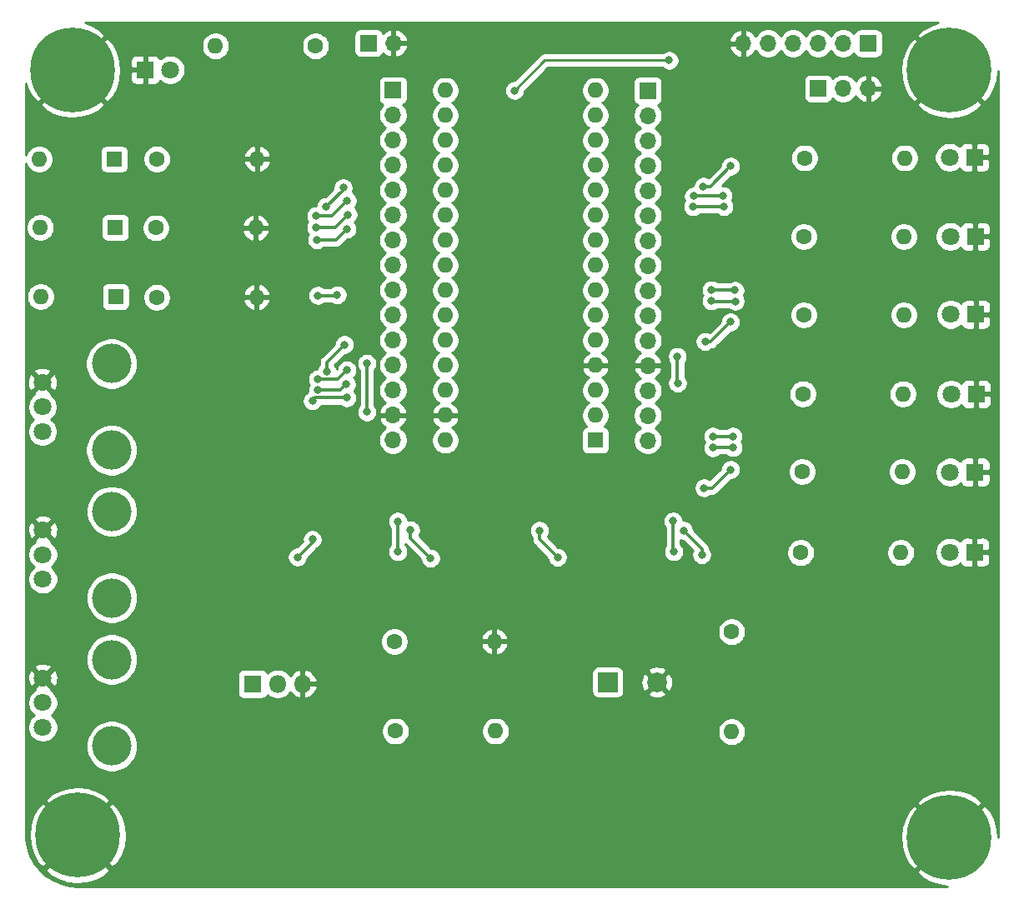
<source format=gbr>
%TF.GenerationSoftware,KiCad,Pcbnew,(5.1.6)-1*%
%TF.CreationDate,2021-11-13T00:29:39-05:00*%
%TF.ProjectId,ArduinoLearningBoard,41726475-696e-46f4-9c65-61726e696e67,rev?*%
%TF.SameCoordinates,Original*%
%TF.FileFunction,Copper,L2,Bot*%
%TF.FilePolarity,Positive*%
%FSLAX46Y46*%
G04 Gerber Fmt 4.6, Leading zero omitted, Abs format (unit mm)*
G04 Created by KiCad (PCBNEW (5.1.6)-1) date 2021-11-13 00:29:39*
%MOMM*%
%LPD*%
G01*
G04 APERTURE LIST*
%TA.AperFunction,ComponentPad*%
%ADD10R,1.600000X1.600000*%
%TD*%
%TA.AperFunction,ComponentPad*%
%ADD11O,1.600000X1.600000*%
%TD*%
%TA.AperFunction,ComponentPad*%
%ADD12R,2.000000X2.000000*%
%TD*%
%TA.AperFunction,ComponentPad*%
%ADD13C,2.000000*%
%TD*%
%TA.AperFunction,ComponentPad*%
%ADD14R,1.800000X1.800000*%
%TD*%
%TA.AperFunction,ComponentPad*%
%ADD15C,1.800000*%
%TD*%
%TA.AperFunction,ComponentPad*%
%ADD16C,8.600000*%
%TD*%
%TA.AperFunction,ComponentPad*%
%ADD17C,0.900000*%
%TD*%
%TA.AperFunction,ComponentPad*%
%ADD18R,1.700000X1.700000*%
%TD*%
%TA.AperFunction,ComponentPad*%
%ADD19O,1.700000X1.700000*%
%TD*%
%TA.AperFunction,ComponentPad*%
%ADD20C,1.600000*%
%TD*%
%TA.AperFunction,WasherPad*%
%ADD21C,4.000000*%
%TD*%
%TA.AperFunction,ComponentPad*%
%ADD22O,1.800000X1.800000*%
%TD*%
%TA.AperFunction,ViaPad*%
%ADD23C,0.800000*%
%TD*%
%TA.AperFunction,Conductor*%
%ADD24C,0.300000*%
%TD*%
%TA.AperFunction,Conductor*%
%ADD25C,0.250000*%
%TD*%
%TA.AperFunction,Conductor*%
%ADD26C,0.254000*%
%TD*%
G04 APERTURE END LIST*
D10*
%TO.P,A1,1*%
%TO.N,/TX1*%
X100540000Y-65040000D03*
D11*
%TO.P,A1,17*%
%TO.N,+3V3*%
X85300000Y-32020000D03*
%TO.P,A1,2*%
%TO.N,/RX0*%
X100540000Y-62500000D03*
%TO.P,A1,18*%
%TO.N,/VREF*%
X85300000Y-34560000D03*
%TO.P,A1,3*%
%TO.N,/RST*%
X100540000Y-59960000D03*
%TO.P,A1,19*%
%TO.N,/A0*%
X85300000Y-37100000D03*
%TO.P,A1,4*%
%TO.N,GND*%
X100540000Y-57420000D03*
%TO.P,A1,20*%
%TO.N,/A1*%
X85300000Y-39640000D03*
%TO.P,A1,5*%
%TO.N,/D2*%
X100540000Y-54880000D03*
%TO.P,A1,21*%
%TO.N,/A2*%
X85300000Y-42180000D03*
%TO.P,A1,6*%
%TO.N,/D3*%
X100540000Y-52340000D03*
%TO.P,A1,22*%
%TO.N,/A3*%
X85300000Y-44720000D03*
%TO.P,A1,7*%
%TO.N,/D4*%
X100540000Y-49800000D03*
%TO.P,A1,23*%
%TO.N,/A4*%
X85300000Y-47260000D03*
%TO.P,A1,8*%
%TO.N,/D5*%
X100540000Y-47260000D03*
%TO.P,A1,24*%
%TO.N,/A5*%
X85300000Y-49800000D03*
%TO.P,A1,9*%
%TO.N,/D6*%
X100540000Y-44720000D03*
%TO.P,A1,25*%
%TO.N,/A6*%
X85300000Y-52340000D03*
%TO.P,A1,10*%
%TO.N,/D7*%
X100540000Y-42180000D03*
%TO.P,A1,26*%
%TO.N,/A7*%
X85300000Y-54880000D03*
%TO.P,A1,11*%
%TO.N,/D8*%
X100540000Y-39640000D03*
%TO.P,A1,27*%
%TO.N,+5V*%
X85300000Y-57420000D03*
%TO.P,A1,12*%
%TO.N,/D9*%
X100540000Y-37100000D03*
%TO.P,A1,28*%
%TO.N,/RST*%
X85300000Y-59960000D03*
%TO.P,A1,13*%
%TO.N,/D10*%
X100540000Y-34560000D03*
%TO.P,A1,29*%
%TO.N,GND*%
X85300000Y-62500000D03*
%TO.P,A1,14*%
%TO.N,/D11*%
X100540000Y-32020000D03*
%TO.P,A1,30*%
%TO.N,/ARD_VIN*%
X85300000Y-65040000D03*
%TO.P,A1,15*%
%TO.N,/D12*%
X100540000Y-29480000D03*
%TO.P,A1,16*%
%TO.N,/D13*%
X85300000Y-29480000D03*
%TD*%
D12*
%TO.P,BZ1,1*%
%TO.N,Net-(BZ1-Pad1)*%
X101790000Y-89610000D03*
D13*
%TO.P,BZ1,2*%
%TO.N,GND*%
X106790000Y-89610000D03*
%TD*%
D14*
%TO.P,D8,1*%
%TO.N,GND*%
X139060000Y-76400000D03*
D15*
%TO.P,D8,2*%
%TO.N,Net-(D8-Pad2)*%
X136520000Y-76400000D03*
%TD*%
%TO.P,D9,2*%
%TO.N,Net-(D9-Pad2)*%
X136560000Y-68270000D03*
D14*
%TO.P,D9,1*%
%TO.N,GND*%
X139100000Y-68270000D03*
%TD*%
%TO.P,D10,1*%
%TO.N,GND*%
X139190000Y-60340000D03*
D15*
%TO.P,D10,2*%
%TO.N,Net-(D10-Pad2)*%
X136650000Y-60340000D03*
%TD*%
%TO.P,D11,2*%
%TO.N,Net-(D11-Pad2)*%
X136610000Y-52250000D03*
D14*
%TO.P,D11,1*%
%TO.N,GND*%
X139150000Y-52250000D03*
%TD*%
%TO.P,D12,1*%
%TO.N,GND*%
X139110000Y-44330000D03*
D15*
%TO.P,D12,2*%
%TO.N,Net-(D12-Pad2)*%
X136570000Y-44330000D03*
%TD*%
%TO.P,D13,2*%
%TO.N,Net-(D13-Pad2)*%
X136490000Y-36280000D03*
D14*
%TO.P,D13,1*%
%TO.N,GND*%
X139030000Y-36280000D03*
%TD*%
%TO.P,D14,1*%
%TO.N,GND*%
X54830000Y-27380000D03*
D15*
%TO.P,D14,2*%
%TO.N,Net-(D14-Pad2)*%
X57370000Y-27380000D03*
%TD*%
D16*
%TO.P,H1,1*%
%TO.N,GND*%
X47980000Y-105170000D03*
D17*
X51205000Y-105170000D03*
X50260419Y-107450419D03*
X47980000Y-108395000D03*
X45699581Y-107450419D03*
X44755000Y-105170000D03*
X45699581Y-102889581D03*
X47980000Y-101945000D03*
X50260419Y-102889581D03*
%TD*%
%TO.P,H2,1*%
%TO.N,GND*%
X138760419Y-25139581D03*
X136480000Y-24195000D03*
X134199581Y-25139581D03*
X133255000Y-27420000D03*
X134199581Y-29700419D03*
X136480000Y-30645000D03*
X138760419Y-29700419D03*
X139705000Y-27420000D03*
D16*
X136480000Y-27420000D03*
%TD*%
%TO.P,H3,1*%
%TO.N,GND*%
X47440000Y-27390000D03*
D17*
X50665000Y-27390000D03*
X49720419Y-29670419D03*
X47440000Y-30615000D03*
X45159581Y-29670419D03*
X44215000Y-27390000D03*
X45159581Y-25109581D03*
X47440000Y-24165000D03*
X49720419Y-25109581D03*
%TD*%
%TO.P,H4,1*%
%TO.N,GND*%
X138760419Y-103119581D03*
X136480000Y-102175000D03*
X134199581Y-103119581D03*
X133255000Y-105400000D03*
X134199581Y-107680419D03*
X136480000Y-108625000D03*
X138760419Y-107680419D03*
X139705000Y-105400000D03*
D16*
X136480000Y-105400000D03*
%TD*%
D18*
%TO.P,J1,1*%
%TO.N,/D13*%
X79980000Y-29460000D03*
D19*
%TO.P,J1,2*%
%TO.N,+3V3*%
X79980000Y-32000000D03*
%TO.P,J1,3*%
%TO.N,/VREF*%
X79980000Y-34540000D03*
%TO.P,J1,4*%
%TO.N,/A0*%
X79980000Y-37080000D03*
%TO.P,J1,5*%
%TO.N,/A1*%
X79980000Y-39620000D03*
%TO.P,J1,6*%
%TO.N,/A2*%
X79980000Y-42160000D03*
%TO.P,J1,7*%
%TO.N,/A3*%
X79980000Y-44700000D03*
%TO.P,J1,8*%
%TO.N,/A4*%
X79980000Y-47240000D03*
%TO.P,J1,9*%
%TO.N,/A5*%
X79980000Y-49780000D03*
%TO.P,J1,10*%
%TO.N,/A6*%
X79980000Y-52320000D03*
%TO.P,J1,11*%
%TO.N,/A7*%
X79980000Y-54860000D03*
%TO.P,J1,12*%
%TO.N,+5V*%
X79980000Y-57400000D03*
%TO.P,J1,13*%
%TO.N,/RST*%
X79980000Y-59940000D03*
%TO.P,J1,14*%
%TO.N,GND*%
X79980000Y-62480000D03*
%TO.P,J1,15*%
%TO.N,/ARD_VIN*%
X79980000Y-65020000D03*
%TD*%
%TO.P,J2,15*%
%TO.N,/TX1*%
X105860000Y-65050000D03*
%TO.P,J2,14*%
%TO.N,/RX0*%
X105860000Y-62510000D03*
%TO.P,J2,13*%
%TO.N,/RST*%
X105860000Y-59970000D03*
%TO.P,J2,12*%
%TO.N,GND*%
X105860000Y-57430000D03*
%TO.P,J2,11*%
%TO.N,/D2*%
X105860000Y-54890000D03*
%TO.P,J2,10*%
%TO.N,/D3*%
X105860000Y-52350000D03*
%TO.P,J2,9*%
%TO.N,/D4*%
X105860000Y-49810000D03*
%TO.P,J2,8*%
%TO.N,/D5*%
X105860000Y-47270000D03*
%TO.P,J2,7*%
%TO.N,/D6*%
X105860000Y-44730000D03*
%TO.P,J2,6*%
%TO.N,/D7*%
X105860000Y-42190000D03*
%TO.P,J2,5*%
%TO.N,/D8*%
X105860000Y-39650000D03*
%TO.P,J2,4*%
%TO.N,/D9*%
X105860000Y-37110000D03*
%TO.P,J2,3*%
%TO.N,/D10*%
X105860000Y-34570000D03*
%TO.P,J2,2*%
%TO.N,/D11*%
X105860000Y-32030000D03*
D18*
%TO.P,J2,1*%
%TO.N,/D12*%
X105860000Y-29490000D03*
%TD*%
%TO.P,J3,1*%
%TO.N,+5V*%
X77510000Y-24660000D03*
D19*
%TO.P,J3,2*%
%TO.N,GND*%
X80050000Y-24660000D03*
%TD*%
D18*
%TO.P,J5,1*%
%TO.N,+5V*%
X128240000Y-24700000D03*
D19*
%TO.P,J5,2*%
%TO.N,/D10*%
X125700000Y-24700000D03*
%TO.P,J5,3*%
%TO.N,/D11*%
X123160000Y-24700000D03*
%TO.P,J5,4*%
%TO.N,/D12*%
X120620000Y-24700000D03*
%TO.P,J5,5*%
%TO.N,/D13*%
X118080000Y-24700000D03*
%TO.P,J5,6*%
%TO.N,GND*%
X115540000Y-24700000D03*
%TD*%
D18*
%TO.P,J6,1*%
%TO.N,/D10*%
X123160000Y-29280000D03*
D19*
%TO.P,J6,2*%
%TO.N,+5V*%
X125700000Y-29280000D03*
%TO.P,J6,3*%
%TO.N,GND*%
X128240000Y-29280000D03*
%TD*%
D20*
%TO.P,R1,1*%
%TO.N,/D3*%
X114380000Y-84510000D03*
D11*
%TO.P,R1,2*%
%TO.N,Net-(BZ1-Pad1)*%
X114380000Y-94670000D03*
%TD*%
%TO.P,R2,2*%
%TO.N,Net-(D8-Pad2)*%
X131550000Y-76460000D03*
D20*
%TO.P,R2,1*%
%TO.N,/D2*%
X121390000Y-76460000D03*
%TD*%
%TO.P,R3,1*%
%TO.N,+5V*%
X80240000Y-94590000D03*
D11*
%TO.P,R3,2*%
%TO.N,/A6*%
X90400000Y-94590000D03*
%TD*%
D20*
%TO.P,R4,1*%
%TO.N,/A0*%
X56010000Y-36440000D03*
D11*
%TO.P,R4,2*%
%TO.N,GND*%
X66170000Y-36440000D03*
%TD*%
%TO.P,R5,2*%
%TO.N,Net-(D9-Pad2)*%
X131680000Y-68230000D03*
D20*
%TO.P,R5,1*%
%TO.N,/D4*%
X121520000Y-68230000D03*
%TD*%
D11*
%TO.P,R6,2*%
%TO.N,GND*%
X90290000Y-85480000D03*
D20*
%TO.P,R6,1*%
%TO.N,/A6*%
X80130000Y-85480000D03*
%TD*%
D11*
%TO.P,R7,2*%
%TO.N,Net-(D10-Pad2)*%
X131760000Y-60310000D03*
D20*
%TO.P,R7,1*%
%TO.N,/D5*%
X121600000Y-60310000D03*
%TD*%
%TO.P,R8,1*%
%TO.N,/A1*%
X55910000Y-43450000D03*
D11*
%TO.P,R8,2*%
%TO.N,GND*%
X66070000Y-43450000D03*
%TD*%
D20*
%TO.P,R9,1*%
%TO.N,/D6*%
X121690000Y-52310000D03*
D11*
%TO.P,R9,2*%
%TO.N,Net-(D11-Pad2)*%
X131850000Y-52310000D03*
%TD*%
D20*
%TO.P,R10,1*%
%TO.N,/D7*%
X121690000Y-44340000D03*
D11*
%TO.P,R10,2*%
%TO.N,Net-(D12-Pad2)*%
X131850000Y-44340000D03*
%TD*%
%TO.P,R11,2*%
%TO.N,GND*%
X66150000Y-50500000D03*
D20*
%TO.P,R11,1*%
%TO.N,/A2*%
X55990000Y-50500000D03*
%TD*%
D11*
%TO.P,R12,2*%
%TO.N,Net-(D13-Pad2)*%
X131930000Y-36340000D03*
D20*
%TO.P,R12,1*%
%TO.N,/D8*%
X121770000Y-36340000D03*
%TD*%
%TO.P,R13,1*%
%TO.N,+5V*%
X72130000Y-24970000D03*
D11*
%TO.P,R13,2*%
%TO.N,Net-(D14-Pad2)*%
X61970000Y-24970000D03*
%TD*%
D21*
%TO.P,RV1,*%
%TO.N,*%
X51400000Y-66050000D03*
X51400000Y-57250000D03*
D15*
%TO.P,RV1,1*%
%TO.N,+5V*%
X44400000Y-64150000D03*
%TO.P,RV1,2*%
%TO.N,/A3*%
X44400000Y-61650000D03*
%TO.P,RV1,3*%
%TO.N,GND*%
X44400000Y-59150000D03*
%TD*%
%TO.P,RV2,3*%
%TO.N,GND*%
X44440000Y-74150000D03*
%TO.P,RV2,2*%
%TO.N,/A4*%
X44440000Y-76650000D03*
%TO.P,RV2,1*%
%TO.N,+5V*%
X44440000Y-79150000D03*
D21*
%TO.P,RV2,*%
%TO.N,*%
X51440000Y-72250000D03*
X51440000Y-81050000D03*
%TD*%
D15*
%TO.P,RV3,3*%
%TO.N,GND*%
X44440000Y-89210000D03*
%TO.P,RV3,2*%
%TO.N,/A5*%
X44440000Y-91710000D03*
%TO.P,RV3,1*%
%TO.N,+5V*%
X44440000Y-94210000D03*
D21*
%TO.P,RV3,*%
%TO.N,*%
X51440000Y-87310000D03*
X51440000Y-96110000D03*
%TD*%
D10*
%TO.P,SW1,1*%
%TO.N,/A0*%
X51680000Y-36460000D03*
D11*
%TO.P,SW1,2*%
%TO.N,+5V*%
X44060000Y-36460000D03*
%TD*%
%TO.P,SW2,2*%
%TO.N,+5V*%
X44180000Y-43410000D03*
D10*
%TO.P,SW2,1*%
%TO.N,/A1*%
X51800000Y-43410000D03*
%TD*%
%TO.P,SW3,1*%
%TO.N,/A2*%
X51820000Y-50450000D03*
D11*
%TO.P,SW3,2*%
%TO.N,+5V*%
X44200000Y-50450000D03*
%TD*%
D14*
%TO.P,TH1,1*%
%TO.N,+5V*%
X65740000Y-89790000D03*
D22*
%TO.P,TH1,2*%
%TO.N,/A7*%
X68280000Y-89790000D03*
%TO.P,TH1,3*%
%TO.N,GND*%
X70820000Y-89790000D03*
%TD*%
D23*
%TO.N,/A0*%
X72180000Y-42220000D03*
X75340000Y-40680000D03*
%TO.N,GND*%
X114360000Y-32180000D03*
X114570000Y-48060000D03*
X114420000Y-62960000D03*
X101580000Y-77210000D03*
X88590000Y-77190000D03*
X74890000Y-77150000D03*
X72340000Y-53040000D03*
X72300000Y-36810000D03*
X72310000Y-67780000D03*
X116140000Y-77160000D03*
%TO.N,/A1*%
X72160000Y-43420000D03*
X75420000Y-42110000D03*
%TO.N,/D2*%
X114520000Y-65770000D03*
X112460000Y-65790000D03*
%TO.N,/A2*%
X72280000Y-44660000D03*
X75320000Y-43560000D03*
%TO.N,/D3*%
X108860000Y-56510000D03*
X108880000Y-59230000D03*
X108420000Y-73240000D03*
X108480000Y-76360000D03*
%TO.N,/A3*%
X72360000Y-50310000D03*
X74330000Y-50260000D03*
%TO.N,/D4*%
X114500000Y-64620000D03*
X112460000Y-64620000D03*
%TO.N,/A4*%
X72330000Y-58820000D03*
X75310000Y-57890000D03*
%TO.N,/D5*%
X114740000Y-50910000D03*
X112320000Y-50870000D03*
%TO.N,/A5*%
X72360000Y-59960000D03*
X75260000Y-59340000D03*
%TO.N,/D6*%
X112320000Y-49740000D03*
X114720000Y-49800000D03*
%TO.N,/A6*%
X77340000Y-57210000D03*
X77340000Y-62150000D03*
X80460000Y-73260000D03*
X80490000Y-76350000D03*
%TO.N,/D7*%
X113600000Y-41280000D03*
X110460000Y-41310000D03*
%TO.N,/A7*%
X75290000Y-60720000D03*
X71800000Y-61030000D03*
%TO.N,/D8*%
X113490000Y-40180000D03*
X110500000Y-40220000D03*
%TO.N,/D13*%
X92340000Y-29490000D03*
X108030000Y-26420000D03*
%TO.N,Net-(D1-Pad2)*%
X111500000Y-39230000D03*
X114270000Y-37180000D03*
%TO.N,Net-(D2-Pad2)*%
X111690000Y-55000000D03*
X114250000Y-53010000D03*
%TO.N,Net-(D3-Pad2)*%
X111570000Y-69870000D03*
X114270000Y-68020000D03*
%TO.N,Net-(D5-Pad2)*%
X75060000Y-55310000D03*
X73270000Y-58050000D03*
%TO.N,Net-(D6-Pad2)*%
X74930000Y-39370000D03*
X73200000Y-41290000D03*
%TO.N,/LED_CONT*%
X71810000Y-75100000D03*
X70290000Y-76910000D03*
%TO.N,Net-(D15-Pad2)*%
X94860000Y-74200000D03*
X96690000Y-76930000D03*
%TO.N,Net-(D16-Pad2)*%
X81780000Y-74160000D03*
X83800000Y-77020000D03*
%TO.N,Net-(D15-Pad4)*%
X109490000Y-74200000D03*
X111340000Y-76670000D03*
%TD*%
D24*
%TO.N,/A0*%
X72180000Y-42220000D02*
X73800000Y-42220000D01*
X73800000Y-42220000D02*
X75340000Y-40680000D01*
%TO.N,/A1*%
X72160000Y-43420000D02*
X74110000Y-43420000D01*
X74110000Y-43420000D02*
X75420000Y-42110000D01*
%TO.N,/D2*%
X114520000Y-65770000D02*
X112480000Y-65770000D01*
X112480000Y-65770000D02*
X112460000Y-65790000D01*
%TO.N,/A2*%
X72280000Y-44660000D02*
X74220000Y-44660000D01*
X74220000Y-44660000D02*
X75320000Y-43560000D01*
%TO.N,/D3*%
X108860000Y-56510000D02*
X108860000Y-59210000D01*
X108860000Y-59210000D02*
X108880000Y-59230000D01*
X108420000Y-73240000D02*
X108420000Y-76300000D01*
X108420000Y-76300000D02*
X108480000Y-76360000D01*
%TO.N,/A3*%
X72360000Y-50310000D02*
X74280000Y-50310000D01*
X74280000Y-50310000D02*
X74330000Y-50260000D01*
%TO.N,/D4*%
X114500000Y-64620000D02*
X112460000Y-64620000D01*
%TO.N,/A4*%
X72330000Y-58820000D02*
X74380000Y-58820000D01*
X74380000Y-58820000D02*
X75310000Y-57890000D01*
%TO.N,/D5*%
X114740000Y-50910000D02*
X112360000Y-50910000D01*
X112360000Y-50910000D02*
X112320000Y-50870000D01*
%TO.N,/A5*%
X72360000Y-59960000D02*
X74640000Y-59960000D01*
X74640000Y-59960000D02*
X75260000Y-59340000D01*
%TO.N,/D6*%
X112320000Y-49740000D02*
X114660000Y-49740000D01*
X114660000Y-49740000D02*
X114720000Y-49800000D01*
%TO.N,/A6*%
X77340000Y-57210000D02*
X77340000Y-62150000D01*
X80460000Y-73260000D02*
X80460000Y-76320000D01*
X80460000Y-76320000D02*
X80490000Y-76350000D01*
%TO.N,/D7*%
X113600000Y-41280000D02*
X110490000Y-41280000D01*
X110490000Y-41280000D02*
X110460000Y-41310000D01*
%TO.N,/A7*%
X75290000Y-60720000D02*
X72110000Y-60720000D01*
X72110000Y-60720000D02*
X71800000Y-61030000D01*
%TO.N,/D8*%
X113490000Y-40180000D02*
X110540000Y-40180000D01*
X110540000Y-40180000D02*
X110500000Y-40220000D01*
D25*
%TO.N,/D13*%
X92340000Y-29490000D02*
X95410000Y-26420000D01*
X95410000Y-26420000D02*
X108030000Y-26420000D01*
D24*
%TO.N,Net-(D1-Pad2)*%
X111500000Y-39230000D02*
X112220000Y-39230000D01*
X112220000Y-39230000D02*
X114270000Y-37180000D01*
%TO.N,Net-(D2-Pad2)*%
X111690000Y-55000000D02*
X112260000Y-55000000D01*
X112260000Y-55000000D02*
X114250000Y-53010000D01*
%TO.N,Net-(D3-Pad2)*%
X111570000Y-69870000D02*
X112420000Y-69870000D01*
X112420000Y-69870000D02*
X114270000Y-68020000D01*
%TO.N,Net-(D5-Pad2)*%
X75060000Y-55310000D02*
X73270000Y-57100000D01*
X73270000Y-57100000D02*
X73270000Y-58050000D01*
%TO.N,Net-(D6-Pad2)*%
X74930000Y-39370000D02*
X74930000Y-39560000D01*
X74930000Y-39560000D02*
X73200000Y-41290000D01*
%TO.N,/LED_CONT*%
X71810000Y-75100000D02*
X71810000Y-75390000D01*
X71810000Y-75390000D02*
X70290000Y-76910000D01*
%TO.N,Net-(D15-Pad2)*%
X94860000Y-74200000D02*
X94860000Y-75100000D01*
X94860000Y-75100000D02*
X96690000Y-76930000D01*
%TO.N,Net-(D16-Pad2)*%
X81780000Y-74160000D02*
X81780000Y-75000000D01*
X81780000Y-75000000D02*
X83800000Y-77020000D01*
%TO.N,Net-(D15-Pad4)*%
X109490000Y-74200000D02*
X111340000Y-76050000D01*
X111340000Y-76050000D02*
X111340000Y-76670000D01*
%TD*%
D26*
%TO.N,GND*%
G36*
X134645062Y-22813107D02*
G01*
X133781560Y-23259606D01*
X133668946Y-23334851D01*
X133176787Y-23937182D01*
X136480000Y-27240395D01*
X136494143Y-27226253D01*
X136673748Y-27405858D01*
X136659605Y-27420000D01*
X139962818Y-30723213D01*
X140565149Y-30231054D01*
X141035063Y-29380067D01*
X141329929Y-28453757D01*
X141438165Y-27489934D01*
X141440000Y-27567778D01*
X141430004Y-105368453D01*
X141356351Y-104499079D01*
X141086893Y-103565062D01*
X140640394Y-102701560D01*
X140565149Y-102588946D01*
X139962818Y-102096787D01*
X136659605Y-105400000D01*
X136673748Y-105414143D01*
X136494143Y-105593748D01*
X136480000Y-105579605D01*
X133176787Y-108882818D01*
X133668946Y-109485149D01*
X134519933Y-109955063D01*
X135446243Y-110249929D01*
X136248308Y-110340000D01*
X48007089Y-110340000D01*
X47118003Y-110266904D01*
X46279153Y-110056200D01*
X45485982Y-109711319D01*
X44759788Y-109241522D01*
X44120079Y-108659430D01*
X44114858Y-108652818D01*
X44676787Y-108652818D01*
X45168946Y-109255149D01*
X46019933Y-109725063D01*
X46946243Y-110019929D01*
X47912281Y-110128414D01*
X48880921Y-110046351D01*
X49814938Y-109776893D01*
X50678440Y-109330394D01*
X50791054Y-109255149D01*
X51283213Y-108652818D01*
X47980000Y-105349605D01*
X44676787Y-108652818D01*
X44114858Y-108652818D01*
X43584034Y-107980681D01*
X43166036Y-107223479D01*
X42877325Y-106408185D01*
X42723618Y-105545278D01*
X42702728Y-105102281D01*
X43021586Y-105102281D01*
X43103649Y-106070921D01*
X43373107Y-107004938D01*
X43819606Y-107868440D01*
X43894851Y-107981054D01*
X44497182Y-108473213D01*
X47800395Y-105170000D01*
X48159605Y-105170000D01*
X51462818Y-108473213D01*
X52065149Y-107981054D01*
X52535063Y-107130067D01*
X52829929Y-106203757D01*
X52927794Y-105332281D01*
X131521586Y-105332281D01*
X131603649Y-106300921D01*
X131873107Y-107234938D01*
X132319606Y-108098440D01*
X132394851Y-108211054D01*
X132997182Y-108703213D01*
X136300395Y-105400000D01*
X132997182Y-102096787D01*
X132394851Y-102588946D01*
X131924937Y-103439933D01*
X131630071Y-104366243D01*
X131521586Y-105332281D01*
X52927794Y-105332281D01*
X52938414Y-105237719D01*
X52856351Y-104269079D01*
X52586893Y-103335062D01*
X52140394Y-102471560D01*
X52065149Y-102358946D01*
X51524495Y-101917182D01*
X133176787Y-101917182D01*
X136480000Y-105220395D01*
X139783213Y-101917182D01*
X139291054Y-101314851D01*
X138440067Y-100844937D01*
X137513757Y-100550071D01*
X136547719Y-100441586D01*
X135579079Y-100523649D01*
X134645062Y-100793107D01*
X133781560Y-101239606D01*
X133668946Y-101314851D01*
X133176787Y-101917182D01*
X51524495Y-101917182D01*
X51462818Y-101866787D01*
X48159605Y-105170000D01*
X47800395Y-105170000D01*
X44497182Y-101866787D01*
X43894851Y-102358946D01*
X43424937Y-103209933D01*
X43130071Y-104136243D01*
X43021586Y-105102281D01*
X42702728Y-105102281D01*
X42699998Y-105044407D01*
X42699567Y-101687182D01*
X44676787Y-101687182D01*
X47980000Y-104990395D01*
X51283213Y-101687182D01*
X50791054Y-101084851D01*
X49940067Y-100614937D01*
X49013757Y-100320071D01*
X48047719Y-100211586D01*
X47079079Y-100293649D01*
X46145062Y-100563107D01*
X45281560Y-101009606D01*
X45168946Y-101084851D01*
X44676787Y-101687182D01*
X42699567Y-101687182D01*
X42698816Y-95850475D01*
X48805000Y-95850475D01*
X48805000Y-96369525D01*
X48906261Y-96878601D01*
X49104893Y-97358141D01*
X49393262Y-97789715D01*
X49760285Y-98156738D01*
X50191859Y-98445107D01*
X50671399Y-98643739D01*
X51180475Y-98745000D01*
X51699525Y-98745000D01*
X52208601Y-98643739D01*
X52688141Y-98445107D01*
X53119715Y-98156738D01*
X53486738Y-97789715D01*
X53775107Y-97358141D01*
X53973739Y-96878601D01*
X54075000Y-96369525D01*
X54075000Y-95850475D01*
X53973739Y-95341399D01*
X53775107Y-94861859D01*
X53499020Y-94448665D01*
X78805000Y-94448665D01*
X78805000Y-94731335D01*
X78860147Y-95008574D01*
X78968320Y-95269727D01*
X79125363Y-95504759D01*
X79325241Y-95704637D01*
X79560273Y-95861680D01*
X79821426Y-95969853D01*
X80098665Y-96025000D01*
X80381335Y-96025000D01*
X80658574Y-95969853D01*
X80919727Y-95861680D01*
X81154759Y-95704637D01*
X81354637Y-95504759D01*
X81511680Y-95269727D01*
X81619853Y-95008574D01*
X81675000Y-94731335D01*
X81675000Y-94448665D01*
X88965000Y-94448665D01*
X88965000Y-94731335D01*
X89020147Y-95008574D01*
X89128320Y-95269727D01*
X89285363Y-95504759D01*
X89485241Y-95704637D01*
X89720273Y-95861680D01*
X89981426Y-95969853D01*
X90258665Y-96025000D01*
X90541335Y-96025000D01*
X90818574Y-95969853D01*
X91079727Y-95861680D01*
X91314759Y-95704637D01*
X91514637Y-95504759D01*
X91671680Y-95269727D01*
X91779853Y-95008574D01*
X91835000Y-94731335D01*
X91835000Y-94528665D01*
X112945000Y-94528665D01*
X112945000Y-94811335D01*
X113000147Y-95088574D01*
X113108320Y-95349727D01*
X113265363Y-95584759D01*
X113465241Y-95784637D01*
X113700273Y-95941680D01*
X113961426Y-96049853D01*
X114238665Y-96105000D01*
X114521335Y-96105000D01*
X114798574Y-96049853D01*
X115059727Y-95941680D01*
X115294759Y-95784637D01*
X115494637Y-95584759D01*
X115651680Y-95349727D01*
X115759853Y-95088574D01*
X115815000Y-94811335D01*
X115815000Y-94528665D01*
X115759853Y-94251426D01*
X115651680Y-93990273D01*
X115494637Y-93755241D01*
X115294759Y-93555363D01*
X115059727Y-93398320D01*
X114798574Y-93290147D01*
X114521335Y-93235000D01*
X114238665Y-93235000D01*
X113961426Y-93290147D01*
X113700273Y-93398320D01*
X113465241Y-93555363D01*
X113265363Y-93755241D01*
X113108320Y-93990273D01*
X113000147Y-94251426D01*
X112945000Y-94528665D01*
X91835000Y-94528665D01*
X91835000Y-94448665D01*
X91779853Y-94171426D01*
X91671680Y-93910273D01*
X91514637Y-93675241D01*
X91314759Y-93475363D01*
X91079727Y-93318320D01*
X90818574Y-93210147D01*
X90541335Y-93155000D01*
X90258665Y-93155000D01*
X89981426Y-93210147D01*
X89720273Y-93318320D01*
X89485241Y-93475363D01*
X89285363Y-93675241D01*
X89128320Y-93910273D01*
X89020147Y-94171426D01*
X88965000Y-94448665D01*
X81675000Y-94448665D01*
X81619853Y-94171426D01*
X81511680Y-93910273D01*
X81354637Y-93675241D01*
X81154759Y-93475363D01*
X80919727Y-93318320D01*
X80658574Y-93210147D01*
X80381335Y-93155000D01*
X80098665Y-93155000D01*
X79821426Y-93210147D01*
X79560273Y-93318320D01*
X79325241Y-93475363D01*
X79125363Y-93675241D01*
X78968320Y-93910273D01*
X78860147Y-94171426D01*
X78805000Y-94448665D01*
X53499020Y-94448665D01*
X53486738Y-94430285D01*
X53119715Y-94063262D01*
X52688141Y-93774893D01*
X52208601Y-93576261D01*
X51699525Y-93475000D01*
X51180475Y-93475000D01*
X50671399Y-93576261D01*
X50191859Y-93774893D01*
X49760285Y-94063262D01*
X49393262Y-94430285D01*
X49104893Y-94861859D01*
X48906261Y-95341399D01*
X48805000Y-95850475D01*
X42698816Y-95850475D01*
X42698263Y-91558816D01*
X42905000Y-91558816D01*
X42905000Y-91861184D01*
X42963989Y-92157743D01*
X43079701Y-92437095D01*
X43247688Y-92688505D01*
X43461495Y-92902312D01*
X43547831Y-92960000D01*
X43461495Y-93017688D01*
X43247688Y-93231495D01*
X43079701Y-93482905D01*
X42963989Y-93762257D01*
X42905000Y-94058816D01*
X42905000Y-94361184D01*
X42963989Y-94657743D01*
X43079701Y-94937095D01*
X43247688Y-95188505D01*
X43461495Y-95402312D01*
X43712905Y-95570299D01*
X43992257Y-95686011D01*
X44288816Y-95745000D01*
X44591184Y-95745000D01*
X44887743Y-95686011D01*
X45167095Y-95570299D01*
X45418505Y-95402312D01*
X45632312Y-95188505D01*
X45800299Y-94937095D01*
X45916011Y-94657743D01*
X45975000Y-94361184D01*
X45975000Y-94058816D01*
X45916011Y-93762257D01*
X45800299Y-93482905D01*
X45632312Y-93231495D01*
X45418505Y-93017688D01*
X45332169Y-92960000D01*
X45418505Y-92902312D01*
X45632312Y-92688505D01*
X45800299Y-92437095D01*
X45916011Y-92157743D01*
X45975000Y-91861184D01*
X45975000Y-91558816D01*
X45916011Y-91262257D01*
X45800299Y-90982905D01*
X45632312Y-90731495D01*
X45418505Y-90517688D01*
X45275690Y-90422262D01*
X45324475Y-90274080D01*
X44440000Y-89389605D01*
X43555525Y-90274080D01*
X43604310Y-90422262D01*
X43461495Y-90517688D01*
X43247688Y-90731495D01*
X43079701Y-90982905D01*
X42963989Y-91262257D01*
X42905000Y-91558816D01*
X42698263Y-91558816D01*
X42697969Y-89276553D01*
X42899009Y-89276553D01*
X42941603Y-89575907D01*
X43041778Y-89861199D01*
X43121739Y-90010792D01*
X43375920Y-90094475D01*
X44260395Y-89210000D01*
X44619605Y-89210000D01*
X45504080Y-90094475D01*
X45758261Y-90010792D01*
X45889158Y-89738225D01*
X45964365Y-89445358D01*
X45980991Y-89143447D01*
X45938397Y-88844093D01*
X45838222Y-88558801D01*
X45758261Y-88409208D01*
X45504080Y-88325525D01*
X44619605Y-89210000D01*
X44260395Y-89210000D01*
X43375920Y-88325525D01*
X43121739Y-88409208D01*
X42990842Y-88681775D01*
X42915635Y-88974642D01*
X42899009Y-89276553D01*
X42697969Y-89276553D01*
X42697824Y-88145920D01*
X43555525Y-88145920D01*
X44440000Y-89030395D01*
X45324475Y-88145920D01*
X45240792Y-87891739D01*
X44968225Y-87760842D01*
X44675358Y-87685635D01*
X44373447Y-87669009D01*
X44074093Y-87711603D01*
X43788801Y-87811778D01*
X43639208Y-87891739D01*
X43555525Y-88145920D01*
X42697824Y-88145920D01*
X42697683Y-87050475D01*
X48805000Y-87050475D01*
X48805000Y-87569525D01*
X48906261Y-88078601D01*
X49104893Y-88558141D01*
X49393262Y-88989715D01*
X49760285Y-89356738D01*
X50191859Y-89645107D01*
X50671399Y-89843739D01*
X51180475Y-89945000D01*
X51699525Y-89945000D01*
X52208601Y-89843739D01*
X52688141Y-89645107D01*
X53119715Y-89356738D01*
X53486738Y-88989715D01*
X53553365Y-88890000D01*
X64201928Y-88890000D01*
X64201928Y-90690000D01*
X64214188Y-90814482D01*
X64250498Y-90934180D01*
X64309463Y-91044494D01*
X64388815Y-91141185D01*
X64485506Y-91220537D01*
X64595820Y-91279502D01*
X64715518Y-91315812D01*
X64840000Y-91328072D01*
X66640000Y-91328072D01*
X66764482Y-91315812D01*
X66884180Y-91279502D01*
X66994494Y-91220537D01*
X67091185Y-91141185D01*
X67170537Y-91044494D01*
X67229502Y-90934180D01*
X67235056Y-90915873D01*
X67301495Y-90982312D01*
X67552905Y-91150299D01*
X67832257Y-91266011D01*
X68128816Y-91325000D01*
X68431184Y-91325000D01*
X68727743Y-91266011D01*
X69007095Y-91150299D01*
X69258505Y-90982312D01*
X69472312Y-90768505D01*
X69553367Y-90647198D01*
X69688351Y-90827116D01*
X69912427Y-91027962D01*
X70171380Y-91181234D01*
X70455259Y-91281041D01*
X70693000Y-91160992D01*
X70693000Y-89917000D01*
X70947000Y-89917000D01*
X70947000Y-91160992D01*
X71184741Y-91281041D01*
X71468620Y-91181234D01*
X71727573Y-91027962D01*
X71951649Y-90827116D01*
X72132236Y-90586414D01*
X72262394Y-90315107D01*
X72311036Y-90154740D01*
X72190378Y-89917000D01*
X70947000Y-89917000D01*
X70693000Y-89917000D01*
X70673000Y-89917000D01*
X70673000Y-89663000D01*
X70693000Y-89663000D01*
X70693000Y-88419008D01*
X70947000Y-88419008D01*
X70947000Y-89663000D01*
X72190378Y-89663000D01*
X72311036Y-89425260D01*
X72262394Y-89264893D01*
X72132236Y-88993586D01*
X71951649Y-88752884D01*
X71792239Y-88610000D01*
X100151928Y-88610000D01*
X100151928Y-90610000D01*
X100164188Y-90734482D01*
X100200498Y-90854180D01*
X100259463Y-90964494D01*
X100338815Y-91061185D01*
X100435506Y-91140537D01*
X100545820Y-91199502D01*
X100665518Y-91235812D01*
X100790000Y-91248072D01*
X102790000Y-91248072D01*
X102914482Y-91235812D01*
X103034180Y-91199502D01*
X103144494Y-91140537D01*
X103241185Y-91061185D01*
X103320537Y-90964494D01*
X103379502Y-90854180D01*
X103412496Y-90745413D01*
X105834192Y-90745413D01*
X105929956Y-91009814D01*
X106219571Y-91150704D01*
X106531108Y-91232384D01*
X106852595Y-91251718D01*
X107171675Y-91207961D01*
X107476088Y-91102795D01*
X107650044Y-91009814D01*
X107745808Y-90745413D01*
X106790000Y-89789605D01*
X105834192Y-90745413D01*
X103412496Y-90745413D01*
X103415812Y-90734482D01*
X103428072Y-90610000D01*
X103428072Y-89672595D01*
X105148282Y-89672595D01*
X105192039Y-89991675D01*
X105297205Y-90296088D01*
X105390186Y-90470044D01*
X105654587Y-90565808D01*
X106610395Y-89610000D01*
X106969605Y-89610000D01*
X107925413Y-90565808D01*
X108189814Y-90470044D01*
X108330704Y-90180429D01*
X108412384Y-89868892D01*
X108431718Y-89547405D01*
X108387961Y-89228325D01*
X108282795Y-88923912D01*
X108189814Y-88749956D01*
X107925413Y-88654192D01*
X106969605Y-89610000D01*
X106610395Y-89610000D01*
X105654587Y-88654192D01*
X105390186Y-88749956D01*
X105249296Y-89039571D01*
X105167616Y-89351108D01*
X105148282Y-89672595D01*
X103428072Y-89672595D01*
X103428072Y-88610000D01*
X103415812Y-88485518D01*
X103412497Y-88474587D01*
X105834192Y-88474587D01*
X106790000Y-89430395D01*
X107745808Y-88474587D01*
X107650044Y-88210186D01*
X107360429Y-88069296D01*
X107048892Y-87987616D01*
X106727405Y-87968282D01*
X106408325Y-88012039D01*
X106103912Y-88117205D01*
X105929956Y-88210186D01*
X105834192Y-88474587D01*
X103412497Y-88474587D01*
X103379502Y-88365820D01*
X103320537Y-88255506D01*
X103241185Y-88158815D01*
X103144494Y-88079463D01*
X103034180Y-88020498D01*
X102914482Y-87984188D01*
X102790000Y-87971928D01*
X100790000Y-87971928D01*
X100665518Y-87984188D01*
X100545820Y-88020498D01*
X100435506Y-88079463D01*
X100338815Y-88158815D01*
X100259463Y-88255506D01*
X100200498Y-88365820D01*
X100164188Y-88485518D01*
X100151928Y-88610000D01*
X71792239Y-88610000D01*
X71727573Y-88552038D01*
X71468620Y-88398766D01*
X71184741Y-88298959D01*
X70947000Y-88419008D01*
X70693000Y-88419008D01*
X70455259Y-88298959D01*
X70171380Y-88398766D01*
X69912427Y-88552038D01*
X69688351Y-88752884D01*
X69553367Y-88932802D01*
X69472312Y-88811495D01*
X69258505Y-88597688D01*
X69007095Y-88429701D01*
X68727743Y-88313989D01*
X68431184Y-88255000D01*
X68128816Y-88255000D01*
X67832257Y-88313989D01*
X67552905Y-88429701D01*
X67301495Y-88597688D01*
X67235056Y-88664127D01*
X67229502Y-88645820D01*
X67170537Y-88535506D01*
X67091185Y-88438815D01*
X66994494Y-88359463D01*
X66884180Y-88300498D01*
X66764482Y-88264188D01*
X66640000Y-88251928D01*
X64840000Y-88251928D01*
X64715518Y-88264188D01*
X64595820Y-88300498D01*
X64485506Y-88359463D01*
X64388815Y-88438815D01*
X64309463Y-88535506D01*
X64250498Y-88645820D01*
X64214188Y-88765518D01*
X64201928Y-88890000D01*
X53553365Y-88890000D01*
X53775107Y-88558141D01*
X53973739Y-88078601D01*
X54075000Y-87569525D01*
X54075000Y-87050475D01*
X53973739Y-86541399D01*
X53775107Y-86061859D01*
X53486738Y-85630285D01*
X53195118Y-85338665D01*
X78695000Y-85338665D01*
X78695000Y-85621335D01*
X78750147Y-85898574D01*
X78858320Y-86159727D01*
X79015363Y-86394759D01*
X79215241Y-86594637D01*
X79450273Y-86751680D01*
X79711426Y-86859853D01*
X79988665Y-86915000D01*
X80271335Y-86915000D01*
X80548574Y-86859853D01*
X80809727Y-86751680D01*
X81044759Y-86594637D01*
X81244637Y-86394759D01*
X81401680Y-86159727D01*
X81509853Y-85898574D01*
X81523684Y-85829039D01*
X88898096Y-85829039D01*
X88938754Y-85963087D01*
X89058963Y-86217420D01*
X89226481Y-86443414D01*
X89434869Y-86632385D01*
X89676119Y-86777070D01*
X89940960Y-86871909D01*
X90163000Y-86750624D01*
X90163000Y-85607000D01*
X90417000Y-85607000D01*
X90417000Y-86750624D01*
X90639040Y-86871909D01*
X90903881Y-86777070D01*
X91145131Y-86632385D01*
X91353519Y-86443414D01*
X91521037Y-86217420D01*
X91641246Y-85963087D01*
X91681904Y-85829039D01*
X91559915Y-85607000D01*
X90417000Y-85607000D01*
X90163000Y-85607000D01*
X89020085Y-85607000D01*
X88898096Y-85829039D01*
X81523684Y-85829039D01*
X81565000Y-85621335D01*
X81565000Y-85338665D01*
X81523685Y-85130961D01*
X88898096Y-85130961D01*
X89020085Y-85353000D01*
X90163000Y-85353000D01*
X90163000Y-84209376D01*
X90417000Y-84209376D01*
X90417000Y-85353000D01*
X91559915Y-85353000D01*
X91681904Y-85130961D01*
X91641246Y-84996913D01*
X91521037Y-84742580D01*
X91353519Y-84516586D01*
X91190399Y-84368665D01*
X112945000Y-84368665D01*
X112945000Y-84651335D01*
X113000147Y-84928574D01*
X113108320Y-85189727D01*
X113265363Y-85424759D01*
X113465241Y-85624637D01*
X113700273Y-85781680D01*
X113961426Y-85889853D01*
X114238665Y-85945000D01*
X114521335Y-85945000D01*
X114798574Y-85889853D01*
X115059727Y-85781680D01*
X115294759Y-85624637D01*
X115494637Y-85424759D01*
X115651680Y-85189727D01*
X115759853Y-84928574D01*
X115815000Y-84651335D01*
X115815000Y-84368665D01*
X115759853Y-84091426D01*
X115651680Y-83830273D01*
X115494637Y-83595241D01*
X115294759Y-83395363D01*
X115059727Y-83238320D01*
X114798574Y-83130147D01*
X114521335Y-83075000D01*
X114238665Y-83075000D01*
X113961426Y-83130147D01*
X113700273Y-83238320D01*
X113465241Y-83395363D01*
X113265363Y-83595241D01*
X113108320Y-83830273D01*
X113000147Y-84091426D01*
X112945000Y-84368665D01*
X91190399Y-84368665D01*
X91145131Y-84327615D01*
X90903881Y-84182930D01*
X90639040Y-84088091D01*
X90417000Y-84209376D01*
X90163000Y-84209376D01*
X89940960Y-84088091D01*
X89676119Y-84182930D01*
X89434869Y-84327615D01*
X89226481Y-84516586D01*
X89058963Y-84742580D01*
X88938754Y-84996913D01*
X88898096Y-85130961D01*
X81523685Y-85130961D01*
X81509853Y-85061426D01*
X81401680Y-84800273D01*
X81244637Y-84565241D01*
X81044759Y-84365363D01*
X80809727Y-84208320D01*
X80548574Y-84100147D01*
X80271335Y-84045000D01*
X79988665Y-84045000D01*
X79711426Y-84100147D01*
X79450273Y-84208320D01*
X79215241Y-84365363D01*
X79015363Y-84565241D01*
X78858320Y-84800273D01*
X78750147Y-85061426D01*
X78695000Y-85338665D01*
X53195118Y-85338665D01*
X53119715Y-85263262D01*
X52688141Y-84974893D01*
X52208601Y-84776261D01*
X51699525Y-84675000D01*
X51180475Y-84675000D01*
X50671399Y-84776261D01*
X50191859Y-84974893D01*
X49760285Y-85263262D01*
X49393262Y-85630285D01*
X49104893Y-86061859D01*
X48906261Y-86541399D01*
X48805000Y-87050475D01*
X42697683Y-87050475D01*
X42696877Y-80790475D01*
X48805000Y-80790475D01*
X48805000Y-81309525D01*
X48906261Y-81818601D01*
X49104893Y-82298141D01*
X49393262Y-82729715D01*
X49760285Y-83096738D01*
X50191859Y-83385107D01*
X50671399Y-83583739D01*
X51180475Y-83685000D01*
X51699525Y-83685000D01*
X52208601Y-83583739D01*
X52688141Y-83385107D01*
X53119715Y-83096738D01*
X53486738Y-82729715D01*
X53775107Y-82298141D01*
X53973739Y-81818601D01*
X54075000Y-81309525D01*
X54075000Y-80790475D01*
X53973739Y-80281399D01*
X53775107Y-79801859D01*
X53486738Y-79370285D01*
X53119715Y-79003262D01*
X52688141Y-78714893D01*
X52208601Y-78516261D01*
X51699525Y-78415000D01*
X51180475Y-78415000D01*
X50671399Y-78516261D01*
X50191859Y-78714893D01*
X49760285Y-79003262D01*
X49393262Y-79370285D01*
X49104893Y-79801859D01*
X48906261Y-80281399D01*
X48805000Y-80790475D01*
X42696877Y-80790475D01*
X42696324Y-76498816D01*
X42905000Y-76498816D01*
X42905000Y-76801184D01*
X42963989Y-77097743D01*
X43079701Y-77377095D01*
X43247688Y-77628505D01*
X43461495Y-77842312D01*
X43547831Y-77900000D01*
X43461495Y-77957688D01*
X43247688Y-78171495D01*
X43079701Y-78422905D01*
X42963989Y-78702257D01*
X42905000Y-78998816D01*
X42905000Y-79301184D01*
X42963989Y-79597743D01*
X43079701Y-79877095D01*
X43247688Y-80128505D01*
X43461495Y-80342312D01*
X43712905Y-80510299D01*
X43992257Y-80626011D01*
X44288816Y-80685000D01*
X44591184Y-80685000D01*
X44887743Y-80626011D01*
X45167095Y-80510299D01*
X45418505Y-80342312D01*
X45632312Y-80128505D01*
X45800299Y-79877095D01*
X45916011Y-79597743D01*
X45975000Y-79301184D01*
X45975000Y-78998816D01*
X45916011Y-78702257D01*
X45800299Y-78422905D01*
X45632312Y-78171495D01*
X45418505Y-77957688D01*
X45332169Y-77900000D01*
X45418505Y-77842312D01*
X45632312Y-77628505D01*
X45800299Y-77377095D01*
X45916011Y-77097743D01*
X45973632Y-76808061D01*
X69255000Y-76808061D01*
X69255000Y-77011939D01*
X69294774Y-77211898D01*
X69372795Y-77400256D01*
X69486063Y-77569774D01*
X69630226Y-77713937D01*
X69799744Y-77827205D01*
X69988102Y-77905226D01*
X70188061Y-77945000D01*
X70391939Y-77945000D01*
X70591898Y-77905226D01*
X70780256Y-77827205D01*
X70949774Y-77713937D01*
X71093937Y-77569774D01*
X71207205Y-77400256D01*
X71285226Y-77211898D01*
X71325000Y-77011939D01*
X71325000Y-76985157D01*
X72287787Y-76022370D01*
X72300256Y-76017205D01*
X72469774Y-75903937D01*
X72613937Y-75759774D01*
X72727205Y-75590256D01*
X72805226Y-75401898D01*
X72845000Y-75201939D01*
X72845000Y-74998061D01*
X72805226Y-74798102D01*
X72727205Y-74609744D01*
X72613937Y-74440226D01*
X72469774Y-74296063D01*
X72300256Y-74182795D01*
X72111898Y-74104774D01*
X71911939Y-74065000D01*
X71708061Y-74065000D01*
X71508102Y-74104774D01*
X71319744Y-74182795D01*
X71150226Y-74296063D01*
X71006063Y-74440226D01*
X70892795Y-74609744D01*
X70814774Y-74798102D01*
X70775000Y-74998061D01*
X70775000Y-75201939D01*
X70793732Y-75296111D01*
X70214843Y-75875000D01*
X70188061Y-75875000D01*
X69988102Y-75914774D01*
X69799744Y-75992795D01*
X69630226Y-76106063D01*
X69486063Y-76250226D01*
X69372795Y-76419744D01*
X69294774Y-76608102D01*
X69255000Y-76808061D01*
X45973632Y-76808061D01*
X45975000Y-76801184D01*
X45975000Y-76498816D01*
X45916011Y-76202257D01*
X45800299Y-75922905D01*
X45632312Y-75671495D01*
X45418505Y-75457688D01*
X45275690Y-75362262D01*
X45324475Y-75214080D01*
X44440000Y-74329605D01*
X43555525Y-75214080D01*
X43604310Y-75362262D01*
X43461495Y-75457688D01*
X43247688Y-75671495D01*
X43079701Y-75922905D01*
X42963989Y-76202257D01*
X42905000Y-76498816D01*
X42696324Y-76498816D01*
X42696030Y-74216553D01*
X42899009Y-74216553D01*
X42941603Y-74515907D01*
X43041778Y-74801199D01*
X43121739Y-74950792D01*
X43375920Y-75034475D01*
X44260395Y-74150000D01*
X44619605Y-74150000D01*
X45504080Y-75034475D01*
X45758261Y-74950792D01*
X45889158Y-74678225D01*
X45964365Y-74385358D01*
X45980991Y-74083447D01*
X45938397Y-73784093D01*
X45838222Y-73498801D01*
X45758261Y-73349208D01*
X45504080Y-73265525D01*
X44619605Y-74150000D01*
X44260395Y-74150000D01*
X43375920Y-73265525D01*
X43121739Y-73349208D01*
X42990842Y-73621775D01*
X42915635Y-73914642D01*
X42899009Y-74216553D01*
X42696030Y-74216553D01*
X42695885Y-73085920D01*
X43555525Y-73085920D01*
X44440000Y-73970395D01*
X45324475Y-73085920D01*
X45240792Y-72831739D01*
X44968225Y-72700842D01*
X44675358Y-72625635D01*
X44373447Y-72609009D01*
X44074093Y-72651603D01*
X43788801Y-72751778D01*
X43639208Y-72831739D01*
X43555525Y-73085920D01*
X42695885Y-73085920D01*
X42695744Y-71990475D01*
X48805000Y-71990475D01*
X48805000Y-72509525D01*
X48906261Y-73018601D01*
X49104893Y-73498141D01*
X49393262Y-73929715D01*
X49760285Y-74296738D01*
X50191859Y-74585107D01*
X50671399Y-74783739D01*
X51180475Y-74885000D01*
X51699525Y-74885000D01*
X52208601Y-74783739D01*
X52688141Y-74585107D01*
X53119715Y-74296738D01*
X53486738Y-73929715D01*
X53775107Y-73498141D01*
X53915972Y-73158061D01*
X79425000Y-73158061D01*
X79425000Y-73361939D01*
X79464774Y-73561898D01*
X79542795Y-73750256D01*
X79656063Y-73919774D01*
X79675000Y-73938711D01*
X79675001Y-75706782D01*
X79572795Y-75859744D01*
X79494774Y-76048102D01*
X79455000Y-76248061D01*
X79455000Y-76451939D01*
X79494774Y-76651898D01*
X79572795Y-76840256D01*
X79686063Y-77009774D01*
X79830226Y-77153937D01*
X79999744Y-77267205D01*
X80188102Y-77345226D01*
X80388061Y-77385000D01*
X80591939Y-77385000D01*
X80791898Y-77345226D01*
X80980256Y-77267205D01*
X81149774Y-77153937D01*
X81293937Y-77009774D01*
X81407205Y-76840256D01*
X81485226Y-76651898D01*
X81525000Y-76451939D01*
X81525000Y-76248061D01*
X81485226Y-76048102D01*
X81407205Y-75859744D01*
X81293937Y-75690226D01*
X81245000Y-75641289D01*
X81245000Y-75576445D01*
X81252185Y-75582342D01*
X82765000Y-77095158D01*
X82765000Y-77121939D01*
X82804774Y-77321898D01*
X82882795Y-77510256D01*
X82996063Y-77679774D01*
X83140226Y-77823937D01*
X83309744Y-77937205D01*
X83498102Y-78015226D01*
X83698061Y-78055000D01*
X83901939Y-78055000D01*
X84101898Y-78015226D01*
X84290256Y-77937205D01*
X84459774Y-77823937D01*
X84603937Y-77679774D01*
X84717205Y-77510256D01*
X84795226Y-77321898D01*
X84835000Y-77121939D01*
X84835000Y-76918061D01*
X84795226Y-76718102D01*
X84717205Y-76529744D01*
X84603937Y-76360226D01*
X84459774Y-76216063D01*
X84290256Y-76102795D01*
X84101898Y-76024774D01*
X83901939Y-75985000D01*
X83875158Y-75985000D01*
X82634403Y-74744246D01*
X82697205Y-74650256D01*
X82775226Y-74461898D01*
X82815000Y-74261939D01*
X82815000Y-74098061D01*
X93825000Y-74098061D01*
X93825000Y-74301939D01*
X93864774Y-74501898D01*
X93942795Y-74690256D01*
X94056063Y-74859774D01*
X94075000Y-74878711D01*
X94075000Y-75061447D01*
X94071203Y-75100000D01*
X94075000Y-75138553D01*
X94075000Y-75138561D01*
X94080393Y-75193308D01*
X94086359Y-75253886D01*
X94131246Y-75401859D01*
X94153127Y-75442795D01*
X94204139Y-75538233D01*
X94244690Y-75587644D01*
X94277655Y-75627812D01*
X94277659Y-75627816D01*
X94302237Y-75657764D01*
X94332185Y-75682342D01*
X95655000Y-77005157D01*
X95655000Y-77031939D01*
X95694774Y-77231898D01*
X95772795Y-77420256D01*
X95886063Y-77589774D01*
X96030226Y-77733937D01*
X96199744Y-77847205D01*
X96388102Y-77925226D01*
X96588061Y-77965000D01*
X96791939Y-77965000D01*
X96991898Y-77925226D01*
X97180256Y-77847205D01*
X97349774Y-77733937D01*
X97493937Y-77589774D01*
X97607205Y-77420256D01*
X97685226Y-77231898D01*
X97725000Y-77031939D01*
X97725000Y-76828061D01*
X97685226Y-76628102D01*
X97607205Y-76439744D01*
X97493937Y-76270226D01*
X97349774Y-76126063D01*
X97180256Y-76012795D01*
X96991898Y-75934774D01*
X96791939Y-75895000D01*
X96765157Y-75895000D01*
X95690370Y-74820213D01*
X95777205Y-74690256D01*
X95855226Y-74501898D01*
X95895000Y-74301939D01*
X95895000Y-74098061D01*
X95855226Y-73898102D01*
X95777205Y-73709744D01*
X95663937Y-73540226D01*
X95519774Y-73396063D01*
X95350256Y-73282795D01*
X95161898Y-73204774D01*
X94961939Y-73165000D01*
X94758061Y-73165000D01*
X94558102Y-73204774D01*
X94369744Y-73282795D01*
X94200226Y-73396063D01*
X94056063Y-73540226D01*
X93942795Y-73709744D01*
X93864774Y-73898102D01*
X93825000Y-74098061D01*
X82815000Y-74098061D01*
X82815000Y-74058061D01*
X82775226Y-73858102D01*
X82697205Y-73669744D01*
X82583937Y-73500226D01*
X82439774Y-73356063D01*
X82270256Y-73242795D01*
X82081898Y-73164774D01*
X81947602Y-73138061D01*
X107385000Y-73138061D01*
X107385000Y-73341939D01*
X107424774Y-73541898D01*
X107502795Y-73730256D01*
X107616063Y-73899774D01*
X107635000Y-73918711D01*
X107635001Y-75761680D01*
X107562795Y-75869744D01*
X107484774Y-76058102D01*
X107445000Y-76258061D01*
X107445000Y-76461939D01*
X107484774Y-76661898D01*
X107562795Y-76850256D01*
X107676063Y-77019774D01*
X107820226Y-77163937D01*
X107989744Y-77277205D01*
X108178102Y-77355226D01*
X108378061Y-77395000D01*
X108581939Y-77395000D01*
X108781898Y-77355226D01*
X108970256Y-77277205D01*
X109139774Y-77163937D01*
X109283937Y-77019774D01*
X109397205Y-76850256D01*
X109475226Y-76661898D01*
X109515000Y-76461939D01*
X109515000Y-76258061D01*
X109475226Y-76058102D01*
X109397205Y-75869744D01*
X109283937Y-75700226D01*
X109205000Y-75621289D01*
X109205000Y-75198587D01*
X109388061Y-75235000D01*
X109414843Y-75235000D01*
X110404281Y-76224439D01*
X110344774Y-76368102D01*
X110305000Y-76568061D01*
X110305000Y-76771939D01*
X110344774Y-76971898D01*
X110422795Y-77160256D01*
X110536063Y-77329774D01*
X110680226Y-77473937D01*
X110849744Y-77587205D01*
X111038102Y-77665226D01*
X111238061Y-77705000D01*
X111441939Y-77705000D01*
X111641898Y-77665226D01*
X111830256Y-77587205D01*
X111999774Y-77473937D01*
X112143937Y-77329774D01*
X112257205Y-77160256D01*
X112335226Y-76971898D01*
X112375000Y-76771939D01*
X112375000Y-76568061D01*
X112335226Y-76368102D01*
X112314749Y-76318665D01*
X119955000Y-76318665D01*
X119955000Y-76601335D01*
X120010147Y-76878574D01*
X120118320Y-77139727D01*
X120275363Y-77374759D01*
X120475241Y-77574637D01*
X120710273Y-77731680D01*
X120971426Y-77839853D01*
X121248665Y-77895000D01*
X121531335Y-77895000D01*
X121808574Y-77839853D01*
X122069727Y-77731680D01*
X122304759Y-77574637D01*
X122504637Y-77374759D01*
X122661680Y-77139727D01*
X122769853Y-76878574D01*
X122825000Y-76601335D01*
X122825000Y-76318665D01*
X130115000Y-76318665D01*
X130115000Y-76601335D01*
X130170147Y-76878574D01*
X130278320Y-77139727D01*
X130435363Y-77374759D01*
X130635241Y-77574637D01*
X130870273Y-77731680D01*
X131131426Y-77839853D01*
X131408665Y-77895000D01*
X131691335Y-77895000D01*
X131968574Y-77839853D01*
X132229727Y-77731680D01*
X132464759Y-77574637D01*
X132664637Y-77374759D01*
X132821680Y-77139727D01*
X132929853Y-76878574D01*
X132985000Y-76601335D01*
X132985000Y-76318665D01*
X132971106Y-76248816D01*
X134985000Y-76248816D01*
X134985000Y-76551184D01*
X135043989Y-76847743D01*
X135159701Y-77127095D01*
X135327688Y-77378505D01*
X135541495Y-77592312D01*
X135792905Y-77760299D01*
X136072257Y-77876011D01*
X136368816Y-77935000D01*
X136671184Y-77935000D01*
X136967743Y-77876011D01*
X137247095Y-77760299D01*
X137498505Y-77592312D01*
X137564944Y-77525873D01*
X137570498Y-77544180D01*
X137629463Y-77654494D01*
X137708815Y-77751185D01*
X137805506Y-77830537D01*
X137915820Y-77889502D01*
X138035518Y-77925812D01*
X138160000Y-77938072D01*
X138774250Y-77935000D01*
X138933000Y-77776250D01*
X138933000Y-76527000D01*
X139187000Y-76527000D01*
X139187000Y-77776250D01*
X139345750Y-77935000D01*
X139960000Y-77938072D01*
X140084482Y-77925812D01*
X140204180Y-77889502D01*
X140314494Y-77830537D01*
X140411185Y-77751185D01*
X140490537Y-77654494D01*
X140549502Y-77544180D01*
X140585812Y-77424482D01*
X140598072Y-77300000D01*
X140595000Y-76685750D01*
X140436250Y-76527000D01*
X139187000Y-76527000D01*
X138933000Y-76527000D01*
X138913000Y-76527000D01*
X138913000Y-76273000D01*
X138933000Y-76273000D01*
X138933000Y-75023750D01*
X139187000Y-75023750D01*
X139187000Y-76273000D01*
X140436250Y-76273000D01*
X140595000Y-76114250D01*
X140598072Y-75500000D01*
X140585812Y-75375518D01*
X140549502Y-75255820D01*
X140490537Y-75145506D01*
X140411185Y-75048815D01*
X140314494Y-74969463D01*
X140204180Y-74910498D01*
X140084482Y-74874188D01*
X139960000Y-74861928D01*
X139345750Y-74865000D01*
X139187000Y-75023750D01*
X138933000Y-75023750D01*
X138774250Y-74865000D01*
X138160000Y-74861928D01*
X138035518Y-74874188D01*
X137915820Y-74910498D01*
X137805506Y-74969463D01*
X137708815Y-75048815D01*
X137629463Y-75145506D01*
X137570498Y-75255820D01*
X137564944Y-75274127D01*
X137498505Y-75207688D01*
X137247095Y-75039701D01*
X136967743Y-74923989D01*
X136671184Y-74865000D01*
X136368816Y-74865000D01*
X136072257Y-74923989D01*
X135792905Y-75039701D01*
X135541495Y-75207688D01*
X135327688Y-75421495D01*
X135159701Y-75672905D01*
X135043989Y-75952257D01*
X134985000Y-76248816D01*
X132971106Y-76248816D01*
X132929853Y-76041426D01*
X132821680Y-75780273D01*
X132664637Y-75545241D01*
X132464759Y-75345363D01*
X132229727Y-75188320D01*
X131968574Y-75080147D01*
X131691335Y-75025000D01*
X131408665Y-75025000D01*
X131131426Y-75080147D01*
X130870273Y-75188320D01*
X130635241Y-75345363D01*
X130435363Y-75545241D01*
X130278320Y-75780273D01*
X130170147Y-76041426D01*
X130115000Y-76318665D01*
X122825000Y-76318665D01*
X122769853Y-76041426D01*
X122661680Y-75780273D01*
X122504637Y-75545241D01*
X122304759Y-75345363D01*
X122069727Y-75188320D01*
X121808574Y-75080147D01*
X121531335Y-75025000D01*
X121248665Y-75025000D01*
X120971426Y-75080147D01*
X120710273Y-75188320D01*
X120475241Y-75345363D01*
X120275363Y-75545241D01*
X120118320Y-75780273D01*
X120010147Y-76041426D01*
X119955000Y-76318665D01*
X112314749Y-76318665D01*
X112257205Y-76179744D01*
X112143937Y-76010226D01*
X112122798Y-75989087D01*
X112113641Y-75896113D01*
X112113304Y-75895000D01*
X112068754Y-75748140D01*
X112058392Y-75728754D01*
X111995862Y-75611767D01*
X111940153Y-75543886D01*
X111922345Y-75522187D01*
X111922342Y-75522184D01*
X111897764Y-75492236D01*
X111867817Y-75467659D01*
X110525000Y-74124843D01*
X110525000Y-74098061D01*
X110485226Y-73898102D01*
X110407205Y-73709744D01*
X110293937Y-73540226D01*
X110149774Y-73396063D01*
X109980256Y-73282795D01*
X109791898Y-73204774D01*
X109591939Y-73165000D01*
X109455000Y-73165000D01*
X109455000Y-73138061D01*
X109415226Y-72938102D01*
X109337205Y-72749744D01*
X109223937Y-72580226D01*
X109079774Y-72436063D01*
X108910256Y-72322795D01*
X108721898Y-72244774D01*
X108521939Y-72205000D01*
X108318061Y-72205000D01*
X108118102Y-72244774D01*
X107929744Y-72322795D01*
X107760226Y-72436063D01*
X107616063Y-72580226D01*
X107502795Y-72749744D01*
X107424774Y-72938102D01*
X107385000Y-73138061D01*
X81947602Y-73138061D01*
X81881939Y-73125000D01*
X81678061Y-73125000D01*
X81495000Y-73161413D01*
X81495000Y-73158061D01*
X81455226Y-72958102D01*
X81377205Y-72769744D01*
X81263937Y-72600226D01*
X81119774Y-72456063D01*
X80950256Y-72342795D01*
X80761898Y-72264774D01*
X80561939Y-72225000D01*
X80358061Y-72225000D01*
X80158102Y-72264774D01*
X79969744Y-72342795D01*
X79800226Y-72456063D01*
X79656063Y-72600226D01*
X79542795Y-72769744D01*
X79464774Y-72958102D01*
X79425000Y-73158061D01*
X53915972Y-73158061D01*
X53973739Y-73018601D01*
X54075000Y-72509525D01*
X54075000Y-71990475D01*
X53973739Y-71481399D01*
X53775107Y-71001859D01*
X53486738Y-70570285D01*
X53119715Y-70203262D01*
X52688141Y-69914893D01*
X52333658Y-69768061D01*
X110535000Y-69768061D01*
X110535000Y-69971939D01*
X110574774Y-70171898D01*
X110652795Y-70360256D01*
X110766063Y-70529774D01*
X110910226Y-70673937D01*
X111079744Y-70787205D01*
X111268102Y-70865226D01*
X111468061Y-70905000D01*
X111671939Y-70905000D01*
X111871898Y-70865226D01*
X112060256Y-70787205D01*
X112229774Y-70673937D01*
X112248711Y-70655000D01*
X112381447Y-70655000D01*
X112420000Y-70658797D01*
X112458553Y-70655000D01*
X112458561Y-70655000D01*
X112573887Y-70643641D01*
X112721860Y-70598754D01*
X112858233Y-70525862D01*
X112977764Y-70427764D01*
X113002347Y-70397810D01*
X114345158Y-69055000D01*
X114371939Y-69055000D01*
X114571898Y-69015226D01*
X114760256Y-68937205D01*
X114929774Y-68823937D01*
X115073937Y-68679774D01*
X115187205Y-68510256D01*
X115265226Y-68321898D01*
X115305000Y-68121939D01*
X115305000Y-68088665D01*
X120085000Y-68088665D01*
X120085000Y-68371335D01*
X120140147Y-68648574D01*
X120248320Y-68909727D01*
X120405363Y-69144759D01*
X120605241Y-69344637D01*
X120840273Y-69501680D01*
X121101426Y-69609853D01*
X121378665Y-69665000D01*
X121661335Y-69665000D01*
X121938574Y-69609853D01*
X122199727Y-69501680D01*
X122434759Y-69344637D01*
X122634637Y-69144759D01*
X122791680Y-68909727D01*
X122899853Y-68648574D01*
X122955000Y-68371335D01*
X122955000Y-68088665D01*
X130245000Y-68088665D01*
X130245000Y-68371335D01*
X130300147Y-68648574D01*
X130408320Y-68909727D01*
X130565363Y-69144759D01*
X130765241Y-69344637D01*
X131000273Y-69501680D01*
X131261426Y-69609853D01*
X131538665Y-69665000D01*
X131821335Y-69665000D01*
X132098574Y-69609853D01*
X132359727Y-69501680D01*
X132594759Y-69344637D01*
X132794637Y-69144759D01*
X132951680Y-68909727D01*
X133059853Y-68648574D01*
X133115000Y-68371335D01*
X133115000Y-68118816D01*
X135025000Y-68118816D01*
X135025000Y-68421184D01*
X135083989Y-68717743D01*
X135199701Y-68997095D01*
X135367688Y-69248505D01*
X135581495Y-69462312D01*
X135832905Y-69630299D01*
X136112257Y-69746011D01*
X136408816Y-69805000D01*
X136711184Y-69805000D01*
X137007743Y-69746011D01*
X137287095Y-69630299D01*
X137538505Y-69462312D01*
X137604944Y-69395873D01*
X137610498Y-69414180D01*
X137669463Y-69524494D01*
X137748815Y-69621185D01*
X137845506Y-69700537D01*
X137955820Y-69759502D01*
X138075518Y-69795812D01*
X138200000Y-69808072D01*
X138814250Y-69805000D01*
X138973000Y-69646250D01*
X138973000Y-68397000D01*
X139227000Y-68397000D01*
X139227000Y-69646250D01*
X139385750Y-69805000D01*
X140000000Y-69808072D01*
X140124482Y-69795812D01*
X140244180Y-69759502D01*
X140354494Y-69700537D01*
X140451185Y-69621185D01*
X140530537Y-69524494D01*
X140589502Y-69414180D01*
X140625812Y-69294482D01*
X140638072Y-69170000D01*
X140635000Y-68555750D01*
X140476250Y-68397000D01*
X139227000Y-68397000D01*
X138973000Y-68397000D01*
X138953000Y-68397000D01*
X138953000Y-68143000D01*
X138973000Y-68143000D01*
X138973000Y-66893750D01*
X139227000Y-66893750D01*
X139227000Y-68143000D01*
X140476250Y-68143000D01*
X140635000Y-67984250D01*
X140638072Y-67370000D01*
X140625812Y-67245518D01*
X140589502Y-67125820D01*
X140530537Y-67015506D01*
X140451185Y-66918815D01*
X140354494Y-66839463D01*
X140244180Y-66780498D01*
X140124482Y-66744188D01*
X140000000Y-66731928D01*
X139385750Y-66735000D01*
X139227000Y-66893750D01*
X138973000Y-66893750D01*
X138814250Y-66735000D01*
X138200000Y-66731928D01*
X138075518Y-66744188D01*
X137955820Y-66780498D01*
X137845506Y-66839463D01*
X137748815Y-66918815D01*
X137669463Y-67015506D01*
X137610498Y-67125820D01*
X137604944Y-67144127D01*
X137538505Y-67077688D01*
X137287095Y-66909701D01*
X137007743Y-66793989D01*
X136711184Y-66735000D01*
X136408816Y-66735000D01*
X136112257Y-66793989D01*
X135832905Y-66909701D01*
X135581495Y-67077688D01*
X135367688Y-67291495D01*
X135199701Y-67542905D01*
X135083989Y-67822257D01*
X135025000Y-68118816D01*
X133115000Y-68118816D01*
X133115000Y-68088665D01*
X133059853Y-67811426D01*
X132951680Y-67550273D01*
X132794637Y-67315241D01*
X132594759Y-67115363D01*
X132359727Y-66958320D01*
X132098574Y-66850147D01*
X131821335Y-66795000D01*
X131538665Y-66795000D01*
X131261426Y-66850147D01*
X131000273Y-66958320D01*
X130765241Y-67115363D01*
X130565363Y-67315241D01*
X130408320Y-67550273D01*
X130300147Y-67811426D01*
X130245000Y-68088665D01*
X122955000Y-68088665D01*
X122899853Y-67811426D01*
X122791680Y-67550273D01*
X122634637Y-67315241D01*
X122434759Y-67115363D01*
X122199727Y-66958320D01*
X121938574Y-66850147D01*
X121661335Y-66795000D01*
X121378665Y-66795000D01*
X121101426Y-66850147D01*
X120840273Y-66958320D01*
X120605241Y-67115363D01*
X120405363Y-67315241D01*
X120248320Y-67550273D01*
X120140147Y-67811426D01*
X120085000Y-68088665D01*
X115305000Y-68088665D01*
X115305000Y-67918061D01*
X115265226Y-67718102D01*
X115187205Y-67529744D01*
X115073937Y-67360226D01*
X114929774Y-67216063D01*
X114760256Y-67102795D01*
X114571898Y-67024774D01*
X114371939Y-66985000D01*
X114168061Y-66985000D01*
X113968102Y-67024774D01*
X113779744Y-67102795D01*
X113610226Y-67216063D01*
X113466063Y-67360226D01*
X113352795Y-67529744D01*
X113274774Y-67718102D01*
X113235000Y-67918061D01*
X113235000Y-67944842D01*
X112160241Y-69019602D01*
X112060256Y-68952795D01*
X111871898Y-68874774D01*
X111671939Y-68835000D01*
X111468061Y-68835000D01*
X111268102Y-68874774D01*
X111079744Y-68952795D01*
X110910226Y-69066063D01*
X110766063Y-69210226D01*
X110652795Y-69379744D01*
X110574774Y-69568102D01*
X110535000Y-69768061D01*
X52333658Y-69768061D01*
X52208601Y-69716261D01*
X51699525Y-69615000D01*
X51180475Y-69615000D01*
X50671399Y-69716261D01*
X50191859Y-69914893D01*
X49760285Y-70203262D01*
X49393262Y-70570285D01*
X49104893Y-71001859D01*
X48906261Y-71481399D01*
X48805000Y-71990475D01*
X42695744Y-71990475D01*
X42694945Y-65790475D01*
X48765000Y-65790475D01*
X48765000Y-66309525D01*
X48866261Y-66818601D01*
X49064893Y-67298141D01*
X49353262Y-67729715D01*
X49720285Y-68096738D01*
X50151859Y-68385107D01*
X50631399Y-68583739D01*
X51140475Y-68685000D01*
X51659525Y-68685000D01*
X52168601Y-68583739D01*
X52648141Y-68385107D01*
X53079715Y-68096738D01*
X53446738Y-67729715D01*
X53735107Y-67298141D01*
X53933739Y-66818601D01*
X54035000Y-66309525D01*
X54035000Y-65790475D01*
X53933739Y-65281399D01*
X53764882Y-64873740D01*
X78495000Y-64873740D01*
X78495000Y-65166260D01*
X78552068Y-65453158D01*
X78664010Y-65723411D01*
X78826525Y-65966632D01*
X79033368Y-66173475D01*
X79276589Y-66335990D01*
X79546842Y-66447932D01*
X79833740Y-66505000D01*
X80126260Y-66505000D01*
X80413158Y-66447932D01*
X80683411Y-66335990D01*
X80926632Y-66173475D01*
X81133475Y-65966632D01*
X81295990Y-65723411D01*
X81407932Y-65453158D01*
X81465000Y-65166260D01*
X81465000Y-64898665D01*
X83865000Y-64898665D01*
X83865000Y-65181335D01*
X83920147Y-65458574D01*
X84028320Y-65719727D01*
X84185363Y-65954759D01*
X84385241Y-66154637D01*
X84620273Y-66311680D01*
X84881426Y-66419853D01*
X85158665Y-66475000D01*
X85441335Y-66475000D01*
X85718574Y-66419853D01*
X85979727Y-66311680D01*
X86214759Y-66154637D01*
X86414637Y-65954759D01*
X86571680Y-65719727D01*
X86679853Y-65458574D01*
X86735000Y-65181335D01*
X86735000Y-64898665D01*
X86679853Y-64621426D01*
X86571680Y-64360273D01*
X86491317Y-64240000D01*
X99101928Y-64240000D01*
X99101928Y-65840000D01*
X99114188Y-65964482D01*
X99150498Y-66084180D01*
X99209463Y-66194494D01*
X99288815Y-66291185D01*
X99385506Y-66370537D01*
X99495820Y-66429502D01*
X99615518Y-66465812D01*
X99740000Y-66478072D01*
X101340000Y-66478072D01*
X101464482Y-66465812D01*
X101584180Y-66429502D01*
X101694494Y-66370537D01*
X101791185Y-66291185D01*
X101870537Y-66194494D01*
X101929502Y-66084180D01*
X101965812Y-65964482D01*
X101978072Y-65840000D01*
X101978072Y-64240000D01*
X101965812Y-64115518D01*
X101929502Y-63995820D01*
X101870537Y-63885506D01*
X101791185Y-63788815D01*
X101694494Y-63709463D01*
X101584180Y-63650498D01*
X101464482Y-63614188D01*
X101456039Y-63613357D01*
X101654637Y-63414759D01*
X101811680Y-63179727D01*
X101919853Y-62918574D01*
X101975000Y-62641335D01*
X101975000Y-62358665D01*
X101919853Y-62081426D01*
X101811680Y-61820273D01*
X101654637Y-61585241D01*
X101454759Y-61385363D01*
X101222241Y-61230000D01*
X101454759Y-61074637D01*
X101654637Y-60874759D01*
X101811680Y-60639727D01*
X101919853Y-60378574D01*
X101975000Y-60101335D01*
X101975000Y-59823740D01*
X104375000Y-59823740D01*
X104375000Y-60116260D01*
X104432068Y-60403158D01*
X104544010Y-60673411D01*
X104706525Y-60916632D01*
X104913368Y-61123475D01*
X105087760Y-61240000D01*
X104913368Y-61356525D01*
X104706525Y-61563368D01*
X104544010Y-61806589D01*
X104432068Y-62076842D01*
X104375000Y-62363740D01*
X104375000Y-62656260D01*
X104432068Y-62943158D01*
X104544010Y-63213411D01*
X104706525Y-63456632D01*
X104913368Y-63663475D01*
X105087760Y-63780000D01*
X104913368Y-63896525D01*
X104706525Y-64103368D01*
X104544010Y-64346589D01*
X104432068Y-64616842D01*
X104375000Y-64903740D01*
X104375000Y-65196260D01*
X104432068Y-65483158D01*
X104544010Y-65753411D01*
X104706525Y-65996632D01*
X104913368Y-66203475D01*
X105156589Y-66365990D01*
X105426842Y-66477932D01*
X105713740Y-66535000D01*
X106006260Y-66535000D01*
X106293158Y-66477932D01*
X106563411Y-66365990D01*
X106806632Y-66203475D01*
X107013475Y-65996632D01*
X107175990Y-65753411D01*
X107287932Y-65483158D01*
X107345000Y-65196260D01*
X107345000Y-64903740D01*
X107287932Y-64616842D01*
X107247016Y-64518061D01*
X111425000Y-64518061D01*
X111425000Y-64721939D01*
X111464774Y-64921898D01*
X111542795Y-65110256D01*
X111606101Y-65205000D01*
X111542795Y-65299744D01*
X111464774Y-65488102D01*
X111425000Y-65688061D01*
X111425000Y-65891939D01*
X111464774Y-66091898D01*
X111542795Y-66280256D01*
X111656063Y-66449774D01*
X111800226Y-66593937D01*
X111969744Y-66707205D01*
X112158102Y-66785226D01*
X112358061Y-66825000D01*
X112561939Y-66825000D01*
X112761898Y-66785226D01*
X112950256Y-66707205D01*
X113119774Y-66593937D01*
X113158711Y-66555000D01*
X113841289Y-66555000D01*
X113860226Y-66573937D01*
X114029744Y-66687205D01*
X114218102Y-66765226D01*
X114418061Y-66805000D01*
X114621939Y-66805000D01*
X114821898Y-66765226D01*
X115010256Y-66687205D01*
X115179774Y-66573937D01*
X115323937Y-66429774D01*
X115437205Y-66260256D01*
X115515226Y-66071898D01*
X115555000Y-65871939D01*
X115555000Y-65668061D01*
X115515226Y-65468102D01*
X115437205Y-65279744D01*
X115370581Y-65180034D01*
X115417205Y-65110256D01*
X115495226Y-64921898D01*
X115535000Y-64721939D01*
X115535000Y-64518061D01*
X115495226Y-64318102D01*
X115417205Y-64129744D01*
X115303937Y-63960226D01*
X115159774Y-63816063D01*
X114990256Y-63702795D01*
X114801898Y-63624774D01*
X114601939Y-63585000D01*
X114398061Y-63585000D01*
X114198102Y-63624774D01*
X114009744Y-63702795D01*
X113840226Y-63816063D01*
X113821289Y-63835000D01*
X113138711Y-63835000D01*
X113119774Y-63816063D01*
X112950256Y-63702795D01*
X112761898Y-63624774D01*
X112561939Y-63585000D01*
X112358061Y-63585000D01*
X112158102Y-63624774D01*
X111969744Y-63702795D01*
X111800226Y-63816063D01*
X111656063Y-63960226D01*
X111542795Y-64129744D01*
X111464774Y-64318102D01*
X111425000Y-64518061D01*
X107247016Y-64518061D01*
X107175990Y-64346589D01*
X107013475Y-64103368D01*
X106806632Y-63896525D01*
X106632240Y-63780000D01*
X106806632Y-63663475D01*
X107013475Y-63456632D01*
X107175990Y-63213411D01*
X107287932Y-62943158D01*
X107345000Y-62656260D01*
X107345000Y-62363740D01*
X107287932Y-62076842D01*
X107175990Y-61806589D01*
X107013475Y-61563368D01*
X106806632Y-61356525D01*
X106632240Y-61240000D01*
X106806632Y-61123475D01*
X107013475Y-60916632D01*
X107175990Y-60673411D01*
X107287932Y-60403158D01*
X107345000Y-60116260D01*
X107345000Y-59823740D01*
X107287932Y-59536842D01*
X107175990Y-59266589D01*
X107013475Y-59023368D01*
X106806632Y-58816525D01*
X106624466Y-58694805D01*
X106741355Y-58625178D01*
X106957588Y-58430269D01*
X107131641Y-58196920D01*
X107256825Y-57934099D01*
X107301476Y-57786890D01*
X107180155Y-57557000D01*
X105987000Y-57557000D01*
X105987000Y-57577000D01*
X105733000Y-57577000D01*
X105733000Y-57557000D01*
X104539845Y-57557000D01*
X104418524Y-57786890D01*
X104463175Y-57934099D01*
X104588359Y-58196920D01*
X104762412Y-58430269D01*
X104978645Y-58625178D01*
X105095534Y-58694805D01*
X104913368Y-58816525D01*
X104706525Y-59023368D01*
X104544010Y-59266589D01*
X104432068Y-59536842D01*
X104375000Y-59823740D01*
X101975000Y-59823740D01*
X101975000Y-59818665D01*
X101919853Y-59541426D01*
X101811680Y-59280273D01*
X101654637Y-59045241D01*
X101454759Y-58845363D01*
X101219727Y-58688320D01*
X101209135Y-58683933D01*
X101395131Y-58572385D01*
X101603519Y-58383414D01*
X101771037Y-58157420D01*
X101891246Y-57903087D01*
X101931904Y-57769039D01*
X101809915Y-57547000D01*
X100667000Y-57547000D01*
X100667000Y-57567000D01*
X100413000Y-57567000D01*
X100413000Y-57547000D01*
X99270085Y-57547000D01*
X99148096Y-57769039D01*
X99188754Y-57903087D01*
X99308963Y-58157420D01*
X99476481Y-58383414D01*
X99684869Y-58572385D01*
X99870865Y-58683933D01*
X99860273Y-58688320D01*
X99625241Y-58845363D01*
X99425363Y-59045241D01*
X99268320Y-59280273D01*
X99160147Y-59541426D01*
X99105000Y-59818665D01*
X99105000Y-60101335D01*
X99160147Y-60378574D01*
X99268320Y-60639727D01*
X99425363Y-60874759D01*
X99625241Y-61074637D01*
X99857759Y-61230000D01*
X99625241Y-61385363D01*
X99425363Y-61585241D01*
X99268320Y-61820273D01*
X99160147Y-62081426D01*
X99105000Y-62358665D01*
X99105000Y-62641335D01*
X99160147Y-62918574D01*
X99268320Y-63179727D01*
X99425363Y-63414759D01*
X99623961Y-63613357D01*
X99615518Y-63614188D01*
X99495820Y-63650498D01*
X99385506Y-63709463D01*
X99288815Y-63788815D01*
X99209463Y-63885506D01*
X99150498Y-63995820D01*
X99114188Y-64115518D01*
X99101928Y-64240000D01*
X86491317Y-64240000D01*
X86414637Y-64125241D01*
X86214759Y-63925363D01*
X85979727Y-63768320D01*
X85969135Y-63763933D01*
X86155131Y-63652385D01*
X86363519Y-63463414D01*
X86531037Y-63237420D01*
X86651246Y-62983087D01*
X86691904Y-62849039D01*
X86569915Y-62627000D01*
X85427000Y-62627000D01*
X85427000Y-62647000D01*
X85173000Y-62647000D01*
X85173000Y-62627000D01*
X84030085Y-62627000D01*
X83908096Y-62849039D01*
X83948754Y-62983087D01*
X84068963Y-63237420D01*
X84236481Y-63463414D01*
X84444869Y-63652385D01*
X84630865Y-63763933D01*
X84620273Y-63768320D01*
X84385241Y-63925363D01*
X84185363Y-64125241D01*
X84028320Y-64360273D01*
X83920147Y-64621426D01*
X83865000Y-64898665D01*
X81465000Y-64898665D01*
X81465000Y-64873740D01*
X81407932Y-64586842D01*
X81295990Y-64316589D01*
X81133475Y-64073368D01*
X80926632Y-63866525D01*
X80744466Y-63744805D01*
X80861355Y-63675178D01*
X81077588Y-63480269D01*
X81251641Y-63246920D01*
X81376825Y-62984099D01*
X81421476Y-62836890D01*
X81300155Y-62607000D01*
X80107000Y-62607000D01*
X80107000Y-62627000D01*
X79853000Y-62627000D01*
X79853000Y-62607000D01*
X78659845Y-62607000D01*
X78538524Y-62836890D01*
X78583175Y-62984099D01*
X78708359Y-63246920D01*
X78882412Y-63480269D01*
X79098645Y-63675178D01*
X79215534Y-63744805D01*
X79033368Y-63866525D01*
X78826525Y-64073368D01*
X78664010Y-64316589D01*
X78552068Y-64586842D01*
X78495000Y-64873740D01*
X53764882Y-64873740D01*
X53735107Y-64801859D01*
X53446738Y-64370285D01*
X53079715Y-64003262D01*
X52648141Y-63714893D01*
X52168601Y-63516261D01*
X51659525Y-63415000D01*
X51140475Y-63415000D01*
X50631399Y-63516261D01*
X50151859Y-63714893D01*
X49720285Y-64003262D01*
X49353262Y-64370285D01*
X49064893Y-64801859D01*
X48866261Y-65281399D01*
X48765000Y-65790475D01*
X42694945Y-65790475D01*
X42694392Y-61498816D01*
X42865000Y-61498816D01*
X42865000Y-61801184D01*
X42923989Y-62097743D01*
X43039701Y-62377095D01*
X43207688Y-62628505D01*
X43421495Y-62842312D01*
X43507831Y-62900000D01*
X43421495Y-62957688D01*
X43207688Y-63171495D01*
X43039701Y-63422905D01*
X42923989Y-63702257D01*
X42865000Y-63998816D01*
X42865000Y-64301184D01*
X42923989Y-64597743D01*
X43039701Y-64877095D01*
X43207688Y-65128505D01*
X43421495Y-65342312D01*
X43672905Y-65510299D01*
X43952257Y-65626011D01*
X44248816Y-65685000D01*
X44551184Y-65685000D01*
X44847743Y-65626011D01*
X45127095Y-65510299D01*
X45378505Y-65342312D01*
X45592312Y-65128505D01*
X45760299Y-64877095D01*
X45876011Y-64597743D01*
X45935000Y-64301184D01*
X45935000Y-63998816D01*
X45876011Y-63702257D01*
X45760299Y-63422905D01*
X45592312Y-63171495D01*
X45378505Y-62957688D01*
X45292169Y-62900000D01*
X45378505Y-62842312D01*
X45592312Y-62628505D01*
X45760299Y-62377095D01*
X45876011Y-62097743D01*
X45935000Y-61801184D01*
X45935000Y-61498816D01*
X45876011Y-61202257D01*
X45762435Y-60928061D01*
X70765000Y-60928061D01*
X70765000Y-61131939D01*
X70804774Y-61331898D01*
X70882795Y-61520256D01*
X70996063Y-61689774D01*
X71140226Y-61833937D01*
X71309744Y-61947205D01*
X71498102Y-62025226D01*
X71698061Y-62065000D01*
X71901939Y-62065000D01*
X72101898Y-62025226D01*
X72290256Y-61947205D01*
X72459774Y-61833937D01*
X72603937Y-61689774D01*
X72717205Y-61520256D01*
X72723524Y-61505000D01*
X74611289Y-61505000D01*
X74630226Y-61523937D01*
X74799744Y-61637205D01*
X74988102Y-61715226D01*
X75188061Y-61755000D01*
X75391939Y-61755000D01*
X75591898Y-61715226D01*
X75780256Y-61637205D01*
X75949774Y-61523937D01*
X76093937Y-61379774D01*
X76207205Y-61210256D01*
X76285226Y-61021898D01*
X76325000Y-60821939D01*
X76325000Y-60618061D01*
X76285226Y-60418102D01*
X76207205Y-60229744D01*
X76093937Y-60060226D01*
X76048711Y-60015000D01*
X76063937Y-59999774D01*
X76177205Y-59830256D01*
X76255226Y-59641898D01*
X76295000Y-59441939D01*
X76295000Y-59238061D01*
X76255226Y-59038102D01*
X76177205Y-58849744D01*
X76063937Y-58680226D01*
X76023711Y-58640000D01*
X76113937Y-58549774D01*
X76227205Y-58380256D01*
X76305226Y-58191898D01*
X76345000Y-57991939D01*
X76345000Y-57788061D01*
X76305226Y-57588102D01*
X76227205Y-57399744D01*
X76113937Y-57230226D01*
X75991772Y-57108061D01*
X76305000Y-57108061D01*
X76305000Y-57311939D01*
X76344774Y-57511898D01*
X76422795Y-57700256D01*
X76536063Y-57869774D01*
X76555000Y-57888711D01*
X76555001Y-61471288D01*
X76536063Y-61490226D01*
X76422795Y-61659744D01*
X76344774Y-61848102D01*
X76305000Y-62048061D01*
X76305000Y-62251939D01*
X76344774Y-62451898D01*
X76422795Y-62640256D01*
X76536063Y-62809774D01*
X76680226Y-62953937D01*
X76849744Y-63067205D01*
X77038102Y-63145226D01*
X77238061Y-63185000D01*
X77441939Y-63185000D01*
X77641898Y-63145226D01*
X77830256Y-63067205D01*
X77999774Y-62953937D01*
X78143937Y-62809774D01*
X78257205Y-62640256D01*
X78335226Y-62451898D01*
X78375000Y-62251939D01*
X78375000Y-62048061D01*
X78335226Y-61848102D01*
X78257205Y-61659744D01*
X78143937Y-61490226D01*
X78125000Y-61471289D01*
X78125000Y-57888711D01*
X78143937Y-57869774D01*
X78257205Y-57700256D01*
X78335226Y-57511898D01*
X78375000Y-57311939D01*
X78375000Y-57108061D01*
X78335226Y-56908102D01*
X78257205Y-56719744D01*
X78143937Y-56550226D01*
X77999774Y-56406063D01*
X77830256Y-56292795D01*
X77641898Y-56214774D01*
X77441939Y-56175000D01*
X77238061Y-56175000D01*
X77038102Y-56214774D01*
X76849744Y-56292795D01*
X76680226Y-56406063D01*
X76536063Y-56550226D01*
X76422795Y-56719744D01*
X76344774Y-56908102D01*
X76305000Y-57108061D01*
X75991772Y-57108061D01*
X75969774Y-57086063D01*
X75800256Y-56972795D01*
X75611898Y-56894774D01*
X75411939Y-56855000D01*
X75208061Y-56855000D01*
X75008102Y-56894774D01*
X74819744Y-56972795D01*
X74650226Y-57086063D01*
X74506063Y-57230226D01*
X74392795Y-57399744D01*
X74314774Y-57588102D01*
X74275000Y-57788061D01*
X74275000Y-57797240D01*
X74265226Y-57748102D01*
X74187205Y-57559744D01*
X74080343Y-57399814D01*
X75135158Y-56345000D01*
X75161939Y-56345000D01*
X75361898Y-56305226D01*
X75550256Y-56227205D01*
X75719774Y-56113937D01*
X75863937Y-55969774D01*
X75977205Y-55800256D01*
X76055226Y-55611898D01*
X76095000Y-55411939D01*
X76095000Y-55208061D01*
X76055226Y-55008102D01*
X75977205Y-54819744D01*
X75863937Y-54650226D01*
X75719774Y-54506063D01*
X75550256Y-54392795D01*
X75361898Y-54314774D01*
X75161939Y-54275000D01*
X74958061Y-54275000D01*
X74758102Y-54314774D01*
X74569744Y-54392795D01*
X74400226Y-54506063D01*
X74256063Y-54650226D01*
X74142795Y-54819744D01*
X74064774Y-55008102D01*
X74025000Y-55208061D01*
X74025000Y-55234842D01*
X72742190Y-56517653D01*
X72712236Y-56542236D01*
X72614138Y-56661768D01*
X72541246Y-56798141D01*
X72496359Y-56946114D01*
X72485000Y-57061440D01*
X72485000Y-57061447D01*
X72481203Y-57100000D01*
X72485000Y-57138553D01*
X72485000Y-57371289D01*
X72466063Y-57390226D01*
X72352795Y-57559744D01*
X72274774Y-57748102D01*
X72267435Y-57785000D01*
X72228061Y-57785000D01*
X72028102Y-57824774D01*
X71839744Y-57902795D01*
X71670226Y-58016063D01*
X71526063Y-58160226D01*
X71412795Y-58329744D01*
X71334774Y-58518102D01*
X71295000Y-58718061D01*
X71295000Y-58921939D01*
X71334774Y-59121898D01*
X71412795Y-59310256D01*
X71481078Y-59412449D01*
X71442795Y-59469744D01*
X71364774Y-59658102D01*
X71325000Y-59858061D01*
X71325000Y-60061939D01*
X71333184Y-60103086D01*
X71309744Y-60112795D01*
X71140226Y-60226063D01*
X70996063Y-60370226D01*
X70882795Y-60539744D01*
X70804774Y-60728102D01*
X70765000Y-60928061D01*
X45762435Y-60928061D01*
X45760299Y-60922905D01*
X45592312Y-60671495D01*
X45378505Y-60457688D01*
X45235690Y-60362262D01*
X45284475Y-60214080D01*
X44400000Y-59329605D01*
X43515525Y-60214080D01*
X43564310Y-60362262D01*
X43421495Y-60457688D01*
X43207688Y-60671495D01*
X43039701Y-60922905D01*
X42923989Y-61202257D01*
X42865000Y-61498816D01*
X42694392Y-61498816D01*
X42694098Y-59216553D01*
X42859009Y-59216553D01*
X42901603Y-59515907D01*
X43001778Y-59801199D01*
X43081739Y-59950792D01*
X43335920Y-60034475D01*
X44220395Y-59150000D01*
X44579605Y-59150000D01*
X45464080Y-60034475D01*
X45718261Y-59950792D01*
X45849158Y-59678225D01*
X45924365Y-59385358D01*
X45940991Y-59083447D01*
X45898397Y-58784093D01*
X45798222Y-58498801D01*
X45718261Y-58349208D01*
X45464080Y-58265525D01*
X44579605Y-59150000D01*
X44220395Y-59150000D01*
X43335920Y-58265525D01*
X43081739Y-58349208D01*
X42950842Y-58621775D01*
X42875635Y-58914642D01*
X42859009Y-59216553D01*
X42694098Y-59216553D01*
X42693953Y-58085920D01*
X43515525Y-58085920D01*
X44400000Y-58970395D01*
X45284475Y-58085920D01*
X45200792Y-57831739D01*
X44928225Y-57700842D01*
X44635358Y-57625635D01*
X44333447Y-57609009D01*
X44034093Y-57651603D01*
X43748801Y-57751778D01*
X43599208Y-57831739D01*
X43515525Y-58085920D01*
X42693953Y-58085920D01*
X42693812Y-56990475D01*
X48765000Y-56990475D01*
X48765000Y-57509525D01*
X48866261Y-58018601D01*
X49064893Y-58498141D01*
X49353262Y-58929715D01*
X49720285Y-59296738D01*
X50151859Y-59585107D01*
X50631399Y-59783739D01*
X51140475Y-59885000D01*
X51659525Y-59885000D01*
X52168601Y-59783739D01*
X52648141Y-59585107D01*
X53079715Y-59296738D01*
X53446738Y-58929715D01*
X53735107Y-58498141D01*
X53933739Y-58018601D01*
X54035000Y-57509525D01*
X54035000Y-56990475D01*
X53933739Y-56481399D01*
X53735107Y-56001859D01*
X53446738Y-55570285D01*
X53079715Y-55203262D01*
X52648141Y-54914893D01*
X52168601Y-54716261D01*
X51659525Y-54615000D01*
X51140475Y-54615000D01*
X50631399Y-54716261D01*
X50151859Y-54914893D01*
X49720285Y-55203262D01*
X49353262Y-55570285D01*
X49064893Y-56001859D01*
X48866261Y-56481399D01*
X48765000Y-56990475D01*
X42693812Y-56990475D01*
X42692951Y-50308665D01*
X42765000Y-50308665D01*
X42765000Y-50591335D01*
X42820147Y-50868574D01*
X42928320Y-51129727D01*
X43085363Y-51364759D01*
X43285241Y-51564637D01*
X43520273Y-51721680D01*
X43781426Y-51829853D01*
X44058665Y-51885000D01*
X44341335Y-51885000D01*
X44618574Y-51829853D01*
X44879727Y-51721680D01*
X45114759Y-51564637D01*
X45314637Y-51364759D01*
X45471680Y-51129727D01*
X45579853Y-50868574D01*
X45635000Y-50591335D01*
X45635000Y-50308665D01*
X45579853Y-50031426D01*
X45471680Y-49770273D01*
X45391317Y-49650000D01*
X50381928Y-49650000D01*
X50381928Y-51250000D01*
X50394188Y-51374482D01*
X50430498Y-51494180D01*
X50489463Y-51604494D01*
X50568815Y-51701185D01*
X50665506Y-51780537D01*
X50775820Y-51839502D01*
X50895518Y-51875812D01*
X51020000Y-51888072D01*
X52620000Y-51888072D01*
X52744482Y-51875812D01*
X52864180Y-51839502D01*
X52974494Y-51780537D01*
X53071185Y-51701185D01*
X53150537Y-51604494D01*
X53209502Y-51494180D01*
X53245812Y-51374482D01*
X53258072Y-51250000D01*
X53258072Y-50358665D01*
X54555000Y-50358665D01*
X54555000Y-50641335D01*
X54610147Y-50918574D01*
X54718320Y-51179727D01*
X54875363Y-51414759D01*
X55075241Y-51614637D01*
X55310273Y-51771680D01*
X55571426Y-51879853D01*
X55848665Y-51935000D01*
X56131335Y-51935000D01*
X56408574Y-51879853D01*
X56669727Y-51771680D01*
X56904759Y-51614637D01*
X57104637Y-51414759D01*
X57261680Y-51179727D01*
X57369853Y-50918574D01*
X57383684Y-50849039D01*
X64758096Y-50849039D01*
X64798754Y-50983087D01*
X64918963Y-51237420D01*
X65086481Y-51463414D01*
X65294869Y-51652385D01*
X65536119Y-51797070D01*
X65800960Y-51891909D01*
X66023000Y-51770624D01*
X66023000Y-50627000D01*
X66277000Y-50627000D01*
X66277000Y-51770624D01*
X66499040Y-51891909D01*
X66763881Y-51797070D01*
X67005131Y-51652385D01*
X67213519Y-51463414D01*
X67381037Y-51237420D01*
X67501246Y-50983087D01*
X67541904Y-50849039D01*
X67419915Y-50627000D01*
X66277000Y-50627000D01*
X66023000Y-50627000D01*
X64880085Y-50627000D01*
X64758096Y-50849039D01*
X57383684Y-50849039D01*
X57425000Y-50641335D01*
X57425000Y-50358665D01*
X57383685Y-50150961D01*
X64758096Y-50150961D01*
X64880085Y-50373000D01*
X66023000Y-50373000D01*
X66023000Y-49229376D01*
X66277000Y-49229376D01*
X66277000Y-50373000D01*
X67419915Y-50373000D01*
X67510533Y-50208061D01*
X71325000Y-50208061D01*
X71325000Y-50411939D01*
X71364774Y-50611898D01*
X71442795Y-50800256D01*
X71556063Y-50969774D01*
X71700226Y-51113937D01*
X71869744Y-51227205D01*
X72058102Y-51305226D01*
X72258061Y-51345000D01*
X72461939Y-51345000D01*
X72661898Y-51305226D01*
X72850256Y-51227205D01*
X73019774Y-51113937D01*
X73038711Y-51095000D01*
X73716715Y-51095000D01*
X73839744Y-51177205D01*
X74028102Y-51255226D01*
X74228061Y-51295000D01*
X74431939Y-51295000D01*
X74631898Y-51255226D01*
X74820256Y-51177205D01*
X74989774Y-51063937D01*
X75133937Y-50919774D01*
X75247205Y-50750256D01*
X75325226Y-50561898D01*
X75365000Y-50361939D01*
X75365000Y-50158061D01*
X75325226Y-49958102D01*
X75247205Y-49769744D01*
X75133937Y-49600226D01*
X74989774Y-49456063D01*
X74820256Y-49342795D01*
X74631898Y-49264774D01*
X74431939Y-49225000D01*
X74228061Y-49225000D01*
X74028102Y-49264774D01*
X73839744Y-49342795D01*
X73670226Y-49456063D01*
X73601289Y-49525000D01*
X73038711Y-49525000D01*
X73019774Y-49506063D01*
X72850256Y-49392795D01*
X72661898Y-49314774D01*
X72461939Y-49275000D01*
X72258061Y-49275000D01*
X72058102Y-49314774D01*
X71869744Y-49392795D01*
X71700226Y-49506063D01*
X71556063Y-49650226D01*
X71442795Y-49819744D01*
X71364774Y-50008102D01*
X71325000Y-50208061D01*
X67510533Y-50208061D01*
X67541904Y-50150961D01*
X67501246Y-50016913D01*
X67381037Y-49762580D01*
X67213519Y-49536586D01*
X67005131Y-49347615D01*
X66763881Y-49202930D01*
X66499040Y-49108091D01*
X66277000Y-49229376D01*
X66023000Y-49229376D01*
X65800960Y-49108091D01*
X65536119Y-49202930D01*
X65294869Y-49347615D01*
X65086481Y-49536586D01*
X64918963Y-49762580D01*
X64798754Y-50016913D01*
X64758096Y-50150961D01*
X57383685Y-50150961D01*
X57369853Y-50081426D01*
X57261680Y-49820273D01*
X57104637Y-49585241D01*
X56904759Y-49385363D01*
X56669727Y-49228320D01*
X56408574Y-49120147D01*
X56131335Y-49065000D01*
X55848665Y-49065000D01*
X55571426Y-49120147D01*
X55310273Y-49228320D01*
X55075241Y-49385363D01*
X54875363Y-49585241D01*
X54718320Y-49820273D01*
X54610147Y-50081426D01*
X54555000Y-50358665D01*
X53258072Y-50358665D01*
X53258072Y-49650000D01*
X53245812Y-49525518D01*
X53209502Y-49405820D01*
X53150537Y-49295506D01*
X53071185Y-49198815D01*
X52974494Y-49119463D01*
X52864180Y-49060498D01*
X52744482Y-49024188D01*
X52620000Y-49011928D01*
X51020000Y-49011928D01*
X50895518Y-49024188D01*
X50775820Y-49060498D01*
X50665506Y-49119463D01*
X50568815Y-49198815D01*
X50489463Y-49295506D01*
X50430498Y-49405820D01*
X50394188Y-49525518D01*
X50381928Y-49650000D01*
X45391317Y-49650000D01*
X45314637Y-49535241D01*
X45114759Y-49335363D01*
X44879727Y-49178320D01*
X44618574Y-49070147D01*
X44341335Y-49015000D01*
X44058665Y-49015000D01*
X43781426Y-49070147D01*
X43520273Y-49178320D01*
X43285241Y-49335363D01*
X43085363Y-49535241D01*
X42928320Y-49770273D01*
X42820147Y-50031426D01*
X42765000Y-50308665D01*
X42692951Y-50308665D01*
X42692044Y-43268665D01*
X42745000Y-43268665D01*
X42745000Y-43551335D01*
X42800147Y-43828574D01*
X42908320Y-44089727D01*
X43065363Y-44324759D01*
X43265241Y-44524637D01*
X43500273Y-44681680D01*
X43761426Y-44789853D01*
X44038665Y-44845000D01*
X44321335Y-44845000D01*
X44598574Y-44789853D01*
X44859727Y-44681680D01*
X45094759Y-44524637D01*
X45294637Y-44324759D01*
X45451680Y-44089727D01*
X45559853Y-43828574D01*
X45615000Y-43551335D01*
X45615000Y-43268665D01*
X45559853Y-42991426D01*
X45451680Y-42730273D01*
X45371317Y-42610000D01*
X50361928Y-42610000D01*
X50361928Y-44210000D01*
X50374188Y-44334482D01*
X50410498Y-44454180D01*
X50469463Y-44564494D01*
X50548815Y-44661185D01*
X50645506Y-44740537D01*
X50755820Y-44799502D01*
X50875518Y-44835812D01*
X51000000Y-44848072D01*
X52600000Y-44848072D01*
X52724482Y-44835812D01*
X52844180Y-44799502D01*
X52954494Y-44740537D01*
X53051185Y-44661185D01*
X53130537Y-44564494D01*
X53189502Y-44454180D01*
X53225812Y-44334482D01*
X53238072Y-44210000D01*
X53238072Y-43308665D01*
X54475000Y-43308665D01*
X54475000Y-43591335D01*
X54530147Y-43868574D01*
X54638320Y-44129727D01*
X54795363Y-44364759D01*
X54995241Y-44564637D01*
X55230273Y-44721680D01*
X55491426Y-44829853D01*
X55768665Y-44885000D01*
X56051335Y-44885000D01*
X56328574Y-44829853D01*
X56589727Y-44721680D01*
X56824759Y-44564637D01*
X57024637Y-44364759D01*
X57181680Y-44129727D01*
X57289853Y-43868574D01*
X57303684Y-43799039D01*
X64678096Y-43799039D01*
X64718754Y-43933087D01*
X64838963Y-44187420D01*
X65006481Y-44413414D01*
X65214869Y-44602385D01*
X65456119Y-44747070D01*
X65720960Y-44841909D01*
X65943000Y-44720624D01*
X65943000Y-43577000D01*
X66197000Y-43577000D01*
X66197000Y-44720624D01*
X66419040Y-44841909D01*
X66683881Y-44747070D01*
X66925131Y-44602385D01*
X67133519Y-44413414D01*
X67301037Y-44187420D01*
X67421246Y-43933087D01*
X67461904Y-43799039D01*
X67339915Y-43577000D01*
X66197000Y-43577000D01*
X65943000Y-43577000D01*
X64800085Y-43577000D01*
X64678096Y-43799039D01*
X57303684Y-43799039D01*
X57345000Y-43591335D01*
X57345000Y-43308665D01*
X57303685Y-43100961D01*
X64678096Y-43100961D01*
X64800085Y-43323000D01*
X65943000Y-43323000D01*
X65943000Y-42179376D01*
X66197000Y-42179376D01*
X66197000Y-43323000D01*
X67339915Y-43323000D01*
X67342628Y-43318061D01*
X71125000Y-43318061D01*
X71125000Y-43521939D01*
X71164774Y-43721898D01*
X71242795Y-43910256D01*
X71356063Y-44079774D01*
X71396135Y-44119846D01*
X71362795Y-44169744D01*
X71284774Y-44358102D01*
X71245000Y-44558061D01*
X71245000Y-44761939D01*
X71284774Y-44961898D01*
X71362795Y-45150256D01*
X71476063Y-45319774D01*
X71620226Y-45463937D01*
X71789744Y-45577205D01*
X71978102Y-45655226D01*
X72178061Y-45695000D01*
X72381939Y-45695000D01*
X72581898Y-45655226D01*
X72770256Y-45577205D01*
X72939774Y-45463937D01*
X72958711Y-45445000D01*
X74181447Y-45445000D01*
X74220000Y-45448797D01*
X74258553Y-45445000D01*
X74258561Y-45445000D01*
X74373887Y-45433641D01*
X74521860Y-45388754D01*
X74658233Y-45315862D01*
X74777764Y-45217764D01*
X74802347Y-45187810D01*
X75395158Y-44595000D01*
X75421939Y-44595000D01*
X75621898Y-44555226D01*
X75810256Y-44477205D01*
X75979774Y-44363937D01*
X76123937Y-44219774D01*
X76237205Y-44050256D01*
X76315226Y-43861898D01*
X76355000Y-43661939D01*
X76355000Y-43458061D01*
X76315226Y-43258102D01*
X76237205Y-43069744D01*
X76123937Y-42900226D01*
X76108711Y-42885000D01*
X76223937Y-42769774D01*
X76337205Y-42600256D01*
X76415226Y-42411898D01*
X76455000Y-42211939D01*
X76455000Y-42008061D01*
X76415226Y-41808102D01*
X76337205Y-41619744D01*
X76223937Y-41450226D01*
X76128711Y-41355000D01*
X76143937Y-41339774D01*
X76257205Y-41170256D01*
X76335226Y-40981898D01*
X76375000Y-40781939D01*
X76375000Y-40578061D01*
X76335226Y-40378102D01*
X76257205Y-40189744D01*
X76143937Y-40020226D01*
X75999774Y-39876063D01*
X75875150Y-39792792D01*
X75925226Y-39671898D01*
X75965000Y-39471939D01*
X75965000Y-39268061D01*
X75925226Y-39068102D01*
X75847205Y-38879744D01*
X75733937Y-38710226D01*
X75589774Y-38566063D01*
X75420256Y-38452795D01*
X75231898Y-38374774D01*
X75031939Y-38335000D01*
X74828061Y-38335000D01*
X74628102Y-38374774D01*
X74439744Y-38452795D01*
X74270226Y-38566063D01*
X74126063Y-38710226D01*
X74012795Y-38879744D01*
X73934774Y-39068102D01*
X73895000Y-39268061D01*
X73895000Y-39471939D01*
X73897141Y-39482702D01*
X73124843Y-40255000D01*
X73098061Y-40255000D01*
X72898102Y-40294774D01*
X72709744Y-40372795D01*
X72540226Y-40486063D01*
X72396063Y-40630226D01*
X72282795Y-40799744D01*
X72204774Y-40988102D01*
X72165609Y-41185000D01*
X72078061Y-41185000D01*
X71878102Y-41224774D01*
X71689744Y-41302795D01*
X71520226Y-41416063D01*
X71376063Y-41560226D01*
X71262795Y-41729744D01*
X71184774Y-41918102D01*
X71145000Y-42118061D01*
X71145000Y-42321939D01*
X71184774Y-42521898D01*
X71262795Y-42710256D01*
X71326123Y-42805034D01*
X71242795Y-42929744D01*
X71164774Y-43118102D01*
X71125000Y-43318061D01*
X67342628Y-43318061D01*
X67461904Y-43100961D01*
X67421246Y-42966913D01*
X67301037Y-42712580D01*
X67133519Y-42486586D01*
X66925131Y-42297615D01*
X66683881Y-42152930D01*
X66419040Y-42058091D01*
X66197000Y-42179376D01*
X65943000Y-42179376D01*
X65720960Y-42058091D01*
X65456119Y-42152930D01*
X65214869Y-42297615D01*
X65006481Y-42486586D01*
X64838963Y-42712580D01*
X64718754Y-42966913D01*
X64678096Y-43100961D01*
X57303685Y-43100961D01*
X57289853Y-43031426D01*
X57181680Y-42770273D01*
X57024637Y-42535241D01*
X56824759Y-42335363D01*
X56589727Y-42178320D01*
X56328574Y-42070147D01*
X56051335Y-42015000D01*
X55768665Y-42015000D01*
X55491426Y-42070147D01*
X55230273Y-42178320D01*
X54995241Y-42335363D01*
X54795363Y-42535241D01*
X54638320Y-42770273D01*
X54530147Y-43031426D01*
X54475000Y-43308665D01*
X53238072Y-43308665D01*
X53238072Y-42610000D01*
X53225812Y-42485518D01*
X53189502Y-42365820D01*
X53130537Y-42255506D01*
X53051185Y-42158815D01*
X52954494Y-42079463D01*
X52844180Y-42020498D01*
X52724482Y-41984188D01*
X52600000Y-41971928D01*
X51000000Y-41971928D01*
X50875518Y-41984188D01*
X50755820Y-42020498D01*
X50645506Y-42079463D01*
X50548815Y-42158815D01*
X50469463Y-42255506D01*
X50410498Y-42365820D01*
X50374188Y-42485518D01*
X50361928Y-42610000D01*
X45371317Y-42610000D01*
X45294637Y-42495241D01*
X45094759Y-42295363D01*
X44859727Y-42138320D01*
X44598574Y-42030147D01*
X44321335Y-41975000D01*
X44038665Y-41975000D01*
X43761426Y-42030147D01*
X43500273Y-42138320D01*
X43265241Y-42295363D01*
X43065363Y-42495241D01*
X42908320Y-42730273D01*
X42800147Y-42991426D01*
X42745000Y-43268665D01*
X42692044Y-43268665D01*
X42691224Y-36905317D01*
X42788320Y-37139727D01*
X42945363Y-37374759D01*
X43145241Y-37574637D01*
X43380273Y-37731680D01*
X43641426Y-37839853D01*
X43918665Y-37895000D01*
X44201335Y-37895000D01*
X44478574Y-37839853D01*
X44739727Y-37731680D01*
X44974759Y-37574637D01*
X45174637Y-37374759D01*
X45331680Y-37139727D01*
X45439853Y-36878574D01*
X45495000Y-36601335D01*
X45495000Y-36318665D01*
X45439853Y-36041426D01*
X45331680Y-35780273D01*
X45251317Y-35660000D01*
X50241928Y-35660000D01*
X50241928Y-37260000D01*
X50254188Y-37384482D01*
X50290498Y-37504180D01*
X50349463Y-37614494D01*
X50428815Y-37711185D01*
X50525506Y-37790537D01*
X50635820Y-37849502D01*
X50755518Y-37885812D01*
X50880000Y-37898072D01*
X52480000Y-37898072D01*
X52604482Y-37885812D01*
X52724180Y-37849502D01*
X52834494Y-37790537D01*
X52931185Y-37711185D01*
X53010537Y-37614494D01*
X53069502Y-37504180D01*
X53105812Y-37384482D01*
X53118072Y-37260000D01*
X53118072Y-36298665D01*
X54575000Y-36298665D01*
X54575000Y-36581335D01*
X54630147Y-36858574D01*
X54738320Y-37119727D01*
X54895363Y-37354759D01*
X55095241Y-37554637D01*
X55330273Y-37711680D01*
X55591426Y-37819853D01*
X55868665Y-37875000D01*
X56151335Y-37875000D01*
X56428574Y-37819853D01*
X56689727Y-37711680D01*
X56924759Y-37554637D01*
X57124637Y-37354759D01*
X57281680Y-37119727D01*
X57389853Y-36858574D01*
X57403684Y-36789039D01*
X64778096Y-36789039D01*
X64818754Y-36923087D01*
X64938963Y-37177420D01*
X65106481Y-37403414D01*
X65314869Y-37592385D01*
X65556119Y-37737070D01*
X65820960Y-37831909D01*
X66043000Y-37710624D01*
X66043000Y-36567000D01*
X66297000Y-36567000D01*
X66297000Y-37710624D01*
X66519040Y-37831909D01*
X66783881Y-37737070D01*
X67025131Y-37592385D01*
X67233519Y-37403414D01*
X67401037Y-37177420D01*
X67521246Y-36923087D01*
X67561904Y-36789039D01*
X67439915Y-36567000D01*
X66297000Y-36567000D01*
X66043000Y-36567000D01*
X64900085Y-36567000D01*
X64778096Y-36789039D01*
X57403684Y-36789039D01*
X57445000Y-36581335D01*
X57445000Y-36298665D01*
X57403685Y-36090961D01*
X64778096Y-36090961D01*
X64900085Y-36313000D01*
X66043000Y-36313000D01*
X66043000Y-35169376D01*
X66297000Y-35169376D01*
X66297000Y-36313000D01*
X67439915Y-36313000D01*
X67561904Y-36090961D01*
X67521246Y-35956913D01*
X67401037Y-35702580D01*
X67233519Y-35476586D01*
X67025131Y-35287615D01*
X66783881Y-35142930D01*
X66519040Y-35048091D01*
X66297000Y-35169376D01*
X66043000Y-35169376D01*
X65820960Y-35048091D01*
X65556119Y-35142930D01*
X65314869Y-35287615D01*
X65106481Y-35476586D01*
X64938963Y-35702580D01*
X64818754Y-35956913D01*
X64778096Y-36090961D01*
X57403685Y-36090961D01*
X57389853Y-36021426D01*
X57281680Y-35760273D01*
X57124637Y-35525241D01*
X56924759Y-35325363D01*
X56689727Y-35168320D01*
X56428574Y-35060147D01*
X56151335Y-35005000D01*
X55868665Y-35005000D01*
X55591426Y-35060147D01*
X55330273Y-35168320D01*
X55095241Y-35325363D01*
X54895363Y-35525241D01*
X54738320Y-35760273D01*
X54630147Y-36021426D01*
X54575000Y-36298665D01*
X53118072Y-36298665D01*
X53118072Y-35660000D01*
X53105812Y-35535518D01*
X53069502Y-35415820D01*
X53010537Y-35305506D01*
X52931185Y-35208815D01*
X52834494Y-35129463D01*
X52724180Y-35070498D01*
X52604482Y-35034188D01*
X52480000Y-35021928D01*
X50880000Y-35021928D01*
X50755518Y-35034188D01*
X50635820Y-35070498D01*
X50525506Y-35129463D01*
X50428815Y-35208815D01*
X50349463Y-35305506D01*
X50290498Y-35415820D01*
X50254188Y-35535518D01*
X50241928Y-35660000D01*
X45251317Y-35660000D01*
X45174637Y-35545241D01*
X44974759Y-35345363D01*
X44739727Y-35188320D01*
X44478574Y-35080147D01*
X44201335Y-35025000D01*
X43918665Y-35025000D01*
X43641426Y-35080147D01*
X43380273Y-35188320D01*
X43145241Y-35345363D01*
X42945363Y-35545241D01*
X42788320Y-35780273D01*
X42691110Y-36014960D01*
X42690448Y-30872818D01*
X44136787Y-30872818D01*
X44628946Y-31475149D01*
X45479933Y-31945063D01*
X46406243Y-32239929D01*
X47372281Y-32348414D01*
X48340921Y-32266351D01*
X49274938Y-31996893D01*
X50138440Y-31550394D01*
X50251054Y-31475149D01*
X50743213Y-30872818D01*
X47440000Y-27569605D01*
X44136787Y-30872818D01*
X42690448Y-30872818D01*
X42690172Y-28729484D01*
X42833107Y-29224938D01*
X43279606Y-30088440D01*
X43354851Y-30201054D01*
X43957182Y-30693213D01*
X47260395Y-27390000D01*
X47619605Y-27390000D01*
X50922818Y-30693213D01*
X51525149Y-30201054D01*
X51995063Y-29350067D01*
X52289929Y-28423757D01*
X52306072Y-28280000D01*
X53291928Y-28280000D01*
X53304188Y-28404482D01*
X53340498Y-28524180D01*
X53399463Y-28634494D01*
X53478815Y-28731185D01*
X53575506Y-28810537D01*
X53685820Y-28869502D01*
X53805518Y-28905812D01*
X53930000Y-28918072D01*
X54544250Y-28915000D01*
X54703000Y-28756250D01*
X54703000Y-27507000D01*
X53453750Y-27507000D01*
X53295000Y-27665750D01*
X53291928Y-28280000D01*
X52306072Y-28280000D01*
X52398414Y-27457719D01*
X52316351Y-26489079D01*
X52313732Y-26480000D01*
X53291928Y-26480000D01*
X53295000Y-27094250D01*
X53453750Y-27253000D01*
X54703000Y-27253000D01*
X54703000Y-26003750D01*
X54957000Y-26003750D01*
X54957000Y-27253000D01*
X54977000Y-27253000D01*
X54977000Y-27507000D01*
X54957000Y-27507000D01*
X54957000Y-28756250D01*
X55115750Y-28915000D01*
X55730000Y-28918072D01*
X55854482Y-28905812D01*
X55974180Y-28869502D01*
X56084494Y-28810537D01*
X56181185Y-28731185D01*
X56260537Y-28634494D01*
X56319502Y-28524180D01*
X56325056Y-28505873D01*
X56391495Y-28572312D01*
X56642905Y-28740299D01*
X56922257Y-28856011D01*
X57218816Y-28915000D01*
X57521184Y-28915000D01*
X57817743Y-28856011D01*
X58097095Y-28740299D01*
X58292100Y-28610000D01*
X78491928Y-28610000D01*
X78491928Y-30310000D01*
X78504188Y-30434482D01*
X78540498Y-30554180D01*
X78599463Y-30664494D01*
X78678815Y-30761185D01*
X78775506Y-30840537D01*
X78885820Y-30899502D01*
X78958380Y-30921513D01*
X78826525Y-31053368D01*
X78664010Y-31296589D01*
X78552068Y-31566842D01*
X78495000Y-31853740D01*
X78495000Y-32146260D01*
X78552068Y-32433158D01*
X78664010Y-32703411D01*
X78826525Y-32946632D01*
X79033368Y-33153475D01*
X79207760Y-33270000D01*
X79033368Y-33386525D01*
X78826525Y-33593368D01*
X78664010Y-33836589D01*
X78552068Y-34106842D01*
X78495000Y-34393740D01*
X78495000Y-34686260D01*
X78552068Y-34973158D01*
X78664010Y-35243411D01*
X78826525Y-35486632D01*
X79033368Y-35693475D01*
X79207760Y-35810000D01*
X79033368Y-35926525D01*
X78826525Y-36133368D01*
X78664010Y-36376589D01*
X78552068Y-36646842D01*
X78495000Y-36933740D01*
X78495000Y-37226260D01*
X78552068Y-37513158D01*
X78664010Y-37783411D01*
X78826525Y-38026632D01*
X79033368Y-38233475D01*
X79207760Y-38350000D01*
X79033368Y-38466525D01*
X78826525Y-38673368D01*
X78664010Y-38916589D01*
X78552068Y-39186842D01*
X78495000Y-39473740D01*
X78495000Y-39766260D01*
X78552068Y-40053158D01*
X78664010Y-40323411D01*
X78826525Y-40566632D01*
X79033368Y-40773475D01*
X79207760Y-40890000D01*
X79033368Y-41006525D01*
X78826525Y-41213368D01*
X78664010Y-41456589D01*
X78552068Y-41726842D01*
X78495000Y-42013740D01*
X78495000Y-42306260D01*
X78552068Y-42593158D01*
X78664010Y-42863411D01*
X78826525Y-43106632D01*
X79033368Y-43313475D01*
X79207760Y-43430000D01*
X79033368Y-43546525D01*
X78826525Y-43753368D01*
X78664010Y-43996589D01*
X78552068Y-44266842D01*
X78495000Y-44553740D01*
X78495000Y-44846260D01*
X78552068Y-45133158D01*
X78664010Y-45403411D01*
X78826525Y-45646632D01*
X79033368Y-45853475D01*
X79207760Y-45970000D01*
X79033368Y-46086525D01*
X78826525Y-46293368D01*
X78664010Y-46536589D01*
X78552068Y-46806842D01*
X78495000Y-47093740D01*
X78495000Y-47386260D01*
X78552068Y-47673158D01*
X78664010Y-47943411D01*
X78826525Y-48186632D01*
X79033368Y-48393475D01*
X79207760Y-48510000D01*
X79033368Y-48626525D01*
X78826525Y-48833368D01*
X78664010Y-49076589D01*
X78552068Y-49346842D01*
X78495000Y-49633740D01*
X78495000Y-49926260D01*
X78552068Y-50213158D01*
X78664010Y-50483411D01*
X78826525Y-50726632D01*
X79033368Y-50933475D01*
X79207760Y-51050000D01*
X79033368Y-51166525D01*
X78826525Y-51373368D01*
X78664010Y-51616589D01*
X78552068Y-51886842D01*
X78495000Y-52173740D01*
X78495000Y-52466260D01*
X78552068Y-52753158D01*
X78664010Y-53023411D01*
X78826525Y-53266632D01*
X79033368Y-53473475D01*
X79207760Y-53590000D01*
X79033368Y-53706525D01*
X78826525Y-53913368D01*
X78664010Y-54156589D01*
X78552068Y-54426842D01*
X78495000Y-54713740D01*
X78495000Y-55006260D01*
X78552068Y-55293158D01*
X78664010Y-55563411D01*
X78826525Y-55806632D01*
X79033368Y-56013475D01*
X79207760Y-56130000D01*
X79033368Y-56246525D01*
X78826525Y-56453368D01*
X78664010Y-56696589D01*
X78552068Y-56966842D01*
X78495000Y-57253740D01*
X78495000Y-57546260D01*
X78552068Y-57833158D01*
X78664010Y-58103411D01*
X78826525Y-58346632D01*
X79033368Y-58553475D01*
X79207760Y-58670000D01*
X79033368Y-58786525D01*
X78826525Y-58993368D01*
X78664010Y-59236589D01*
X78552068Y-59506842D01*
X78495000Y-59793740D01*
X78495000Y-60086260D01*
X78552068Y-60373158D01*
X78664010Y-60643411D01*
X78826525Y-60886632D01*
X79033368Y-61093475D01*
X79215534Y-61215195D01*
X79098645Y-61284822D01*
X78882412Y-61479731D01*
X78708359Y-61713080D01*
X78583175Y-61975901D01*
X78538524Y-62123110D01*
X78659845Y-62353000D01*
X79853000Y-62353000D01*
X79853000Y-62333000D01*
X80107000Y-62333000D01*
X80107000Y-62353000D01*
X81300155Y-62353000D01*
X81421476Y-62123110D01*
X81376825Y-61975901D01*
X81251641Y-61713080D01*
X81077588Y-61479731D01*
X80861355Y-61284822D01*
X80744466Y-61215195D01*
X80926632Y-61093475D01*
X81133475Y-60886632D01*
X81295990Y-60643411D01*
X81407932Y-60373158D01*
X81465000Y-60086260D01*
X81465000Y-59793740D01*
X81407932Y-59506842D01*
X81295990Y-59236589D01*
X81133475Y-58993368D01*
X80926632Y-58786525D01*
X80752240Y-58670000D01*
X80926632Y-58553475D01*
X81133475Y-58346632D01*
X81295990Y-58103411D01*
X81407932Y-57833158D01*
X81465000Y-57546260D01*
X81465000Y-57253740D01*
X81407932Y-56966842D01*
X81295990Y-56696589D01*
X81133475Y-56453368D01*
X80926632Y-56246525D01*
X80752240Y-56130000D01*
X80926632Y-56013475D01*
X81133475Y-55806632D01*
X81295990Y-55563411D01*
X81407932Y-55293158D01*
X81465000Y-55006260D01*
X81465000Y-54713740D01*
X81407932Y-54426842D01*
X81295990Y-54156589D01*
X81133475Y-53913368D01*
X80926632Y-53706525D01*
X80752240Y-53590000D01*
X80926632Y-53473475D01*
X81133475Y-53266632D01*
X81295990Y-53023411D01*
X81407932Y-52753158D01*
X81465000Y-52466260D01*
X81465000Y-52173740D01*
X81407932Y-51886842D01*
X81295990Y-51616589D01*
X81133475Y-51373368D01*
X80926632Y-51166525D01*
X80752240Y-51050000D01*
X80926632Y-50933475D01*
X81133475Y-50726632D01*
X81295990Y-50483411D01*
X81407932Y-50213158D01*
X81465000Y-49926260D01*
X81465000Y-49633740D01*
X81407932Y-49346842D01*
X81295990Y-49076589D01*
X81133475Y-48833368D01*
X80926632Y-48626525D01*
X80752240Y-48510000D01*
X80926632Y-48393475D01*
X81133475Y-48186632D01*
X81295990Y-47943411D01*
X81407932Y-47673158D01*
X81465000Y-47386260D01*
X81465000Y-47093740D01*
X81407932Y-46806842D01*
X81295990Y-46536589D01*
X81133475Y-46293368D01*
X80926632Y-46086525D01*
X80752240Y-45970000D01*
X80926632Y-45853475D01*
X81133475Y-45646632D01*
X81295990Y-45403411D01*
X81407932Y-45133158D01*
X81465000Y-44846260D01*
X81465000Y-44553740D01*
X81407932Y-44266842D01*
X81295990Y-43996589D01*
X81133475Y-43753368D01*
X80926632Y-43546525D01*
X80752240Y-43430000D01*
X80926632Y-43313475D01*
X81133475Y-43106632D01*
X81295990Y-42863411D01*
X81407932Y-42593158D01*
X81465000Y-42306260D01*
X81465000Y-42013740D01*
X81407932Y-41726842D01*
X81295990Y-41456589D01*
X81133475Y-41213368D01*
X80926632Y-41006525D01*
X80752240Y-40890000D01*
X80926632Y-40773475D01*
X81133475Y-40566632D01*
X81295990Y-40323411D01*
X81407932Y-40053158D01*
X81465000Y-39766260D01*
X81465000Y-39473740D01*
X81407932Y-39186842D01*
X81295990Y-38916589D01*
X81133475Y-38673368D01*
X80926632Y-38466525D01*
X80752240Y-38350000D01*
X80926632Y-38233475D01*
X81133475Y-38026632D01*
X81295990Y-37783411D01*
X81407932Y-37513158D01*
X81465000Y-37226260D01*
X81465000Y-36933740D01*
X81407932Y-36646842D01*
X81295990Y-36376589D01*
X81133475Y-36133368D01*
X80926632Y-35926525D01*
X80752240Y-35810000D01*
X80926632Y-35693475D01*
X81133475Y-35486632D01*
X81295990Y-35243411D01*
X81407932Y-34973158D01*
X81465000Y-34686260D01*
X81465000Y-34393740D01*
X81407932Y-34106842D01*
X81295990Y-33836589D01*
X81133475Y-33593368D01*
X80926632Y-33386525D01*
X80752240Y-33270000D01*
X80926632Y-33153475D01*
X81133475Y-32946632D01*
X81295990Y-32703411D01*
X81407932Y-32433158D01*
X81465000Y-32146260D01*
X81465000Y-31853740D01*
X81407932Y-31566842D01*
X81295990Y-31296589D01*
X81133475Y-31053368D01*
X81001620Y-30921513D01*
X81074180Y-30899502D01*
X81184494Y-30840537D01*
X81281185Y-30761185D01*
X81360537Y-30664494D01*
X81419502Y-30554180D01*
X81455812Y-30434482D01*
X81468072Y-30310000D01*
X81468072Y-29338665D01*
X83865000Y-29338665D01*
X83865000Y-29621335D01*
X83920147Y-29898574D01*
X84028320Y-30159727D01*
X84185363Y-30394759D01*
X84385241Y-30594637D01*
X84617759Y-30750000D01*
X84385241Y-30905363D01*
X84185363Y-31105241D01*
X84028320Y-31340273D01*
X83920147Y-31601426D01*
X83865000Y-31878665D01*
X83865000Y-32161335D01*
X83920147Y-32438574D01*
X84028320Y-32699727D01*
X84185363Y-32934759D01*
X84385241Y-33134637D01*
X84617759Y-33290000D01*
X84385241Y-33445363D01*
X84185363Y-33645241D01*
X84028320Y-33880273D01*
X83920147Y-34141426D01*
X83865000Y-34418665D01*
X83865000Y-34701335D01*
X83920147Y-34978574D01*
X84028320Y-35239727D01*
X84185363Y-35474759D01*
X84385241Y-35674637D01*
X84617759Y-35830000D01*
X84385241Y-35985363D01*
X84185363Y-36185241D01*
X84028320Y-36420273D01*
X83920147Y-36681426D01*
X83865000Y-36958665D01*
X83865000Y-37241335D01*
X83920147Y-37518574D01*
X84028320Y-37779727D01*
X84185363Y-38014759D01*
X84385241Y-38214637D01*
X84617759Y-38370000D01*
X84385241Y-38525363D01*
X84185363Y-38725241D01*
X84028320Y-38960273D01*
X83920147Y-39221426D01*
X83865000Y-39498665D01*
X83865000Y-39781335D01*
X83920147Y-40058574D01*
X84028320Y-40319727D01*
X84185363Y-40554759D01*
X84385241Y-40754637D01*
X84617759Y-40910000D01*
X84385241Y-41065363D01*
X84185363Y-41265241D01*
X84028320Y-41500273D01*
X83920147Y-41761426D01*
X83865000Y-42038665D01*
X83865000Y-42321335D01*
X83920147Y-42598574D01*
X84028320Y-42859727D01*
X84185363Y-43094759D01*
X84385241Y-43294637D01*
X84617759Y-43450000D01*
X84385241Y-43605363D01*
X84185363Y-43805241D01*
X84028320Y-44040273D01*
X83920147Y-44301426D01*
X83865000Y-44578665D01*
X83865000Y-44861335D01*
X83920147Y-45138574D01*
X84028320Y-45399727D01*
X84185363Y-45634759D01*
X84385241Y-45834637D01*
X84617759Y-45990000D01*
X84385241Y-46145363D01*
X84185363Y-46345241D01*
X84028320Y-46580273D01*
X83920147Y-46841426D01*
X83865000Y-47118665D01*
X83865000Y-47401335D01*
X83920147Y-47678574D01*
X84028320Y-47939727D01*
X84185363Y-48174759D01*
X84385241Y-48374637D01*
X84617759Y-48530000D01*
X84385241Y-48685363D01*
X84185363Y-48885241D01*
X84028320Y-49120273D01*
X83920147Y-49381426D01*
X83865000Y-49658665D01*
X83865000Y-49941335D01*
X83920147Y-50218574D01*
X84028320Y-50479727D01*
X84185363Y-50714759D01*
X84385241Y-50914637D01*
X84617759Y-51070000D01*
X84385241Y-51225363D01*
X84185363Y-51425241D01*
X84028320Y-51660273D01*
X83920147Y-51921426D01*
X83865000Y-52198665D01*
X83865000Y-52481335D01*
X83920147Y-52758574D01*
X84028320Y-53019727D01*
X84185363Y-53254759D01*
X84385241Y-53454637D01*
X84617759Y-53610000D01*
X84385241Y-53765363D01*
X84185363Y-53965241D01*
X84028320Y-54200273D01*
X83920147Y-54461426D01*
X83865000Y-54738665D01*
X83865000Y-55021335D01*
X83920147Y-55298574D01*
X84028320Y-55559727D01*
X84185363Y-55794759D01*
X84385241Y-55994637D01*
X84617759Y-56150000D01*
X84385241Y-56305363D01*
X84185363Y-56505241D01*
X84028320Y-56740273D01*
X83920147Y-57001426D01*
X83865000Y-57278665D01*
X83865000Y-57561335D01*
X83920147Y-57838574D01*
X84028320Y-58099727D01*
X84185363Y-58334759D01*
X84385241Y-58534637D01*
X84617759Y-58690000D01*
X84385241Y-58845363D01*
X84185363Y-59045241D01*
X84028320Y-59280273D01*
X83920147Y-59541426D01*
X83865000Y-59818665D01*
X83865000Y-60101335D01*
X83920147Y-60378574D01*
X84028320Y-60639727D01*
X84185363Y-60874759D01*
X84385241Y-61074637D01*
X84620273Y-61231680D01*
X84630865Y-61236067D01*
X84444869Y-61347615D01*
X84236481Y-61536586D01*
X84068963Y-61762580D01*
X83948754Y-62016913D01*
X83908096Y-62150961D01*
X84030085Y-62373000D01*
X85173000Y-62373000D01*
X85173000Y-62353000D01*
X85427000Y-62353000D01*
X85427000Y-62373000D01*
X86569915Y-62373000D01*
X86691904Y-62150961D01*
X86651246Y-62016913D01*
X86531037Y-61762580D01*
X86363519Y-61536586D01*
X86155131Y-61347615D01*
X85969135Y-61236067D01*
X85979727Y-61231680D01*
X86214759Y-61074637D01*
X86414637Y-60874759D01*
X86571680Y-60639727D01*
X86679853Y-60378574D01*
X86735000Y-60101335D01*
X86735000Y-59818665D01*
X86679853Y-59541426D01*
X86571680Y-59280273D01*
X86414637Y-59045241D01*
X86214759Y-58845363D01*
X85982241Y-58690000D01*
X86214759Y-58534637D01*
X86414637Y-58334759D01*
X86571680Y-58099727D01*
X86679853Y-57838574D01*
X86735000Y-57561335D01*
X86735000Y-57278665D01*
X86679853Y-57001426D01*
X86571680Y-56740273D01*
X86414637Y-56505241D01*
X86214759Y-56305363D01*
X85982241Y-56150000D01*
X86214759Y-55994637D01*
X86414637Y-55794759D01*
X86571680Y-55559727D01*
X86679853Y-55298574D01*
X86735000Y-55021335D01*
X86735000Y-54738665D01*
X86679853Y-54461426D01*
X86571680Y-54200273D01*
X86414637Y-53965241D01*
X86214759Y-53765363D01*
X85982241Y-53610000D01*
X86214759Y-53454637D01*
X86414637Y-53254759D01*
X86571680Y-53019727D01*
X86679853Y-52758574D01*
X86735000Y-52481335D01*
X86735000Y-52198665D01*
X86679853Y-51921426D01*
X86571680Y-51660273D01*
X86414637Y-51425241D01*
X86214759Y-51225363D01*
X85982241Y-51070000D01*
X86214759Y-50914637D01*
X86414637Y-50714759D01*
X86571680Y-50479727D01*
X86679853Y-50218574D01*
X86735000Y-49941335D01*
X86735000Y-49658665D01*
X86679853Y-49381426D01*
X86571680Y-49120273D01*
X86414637Y-48885241D01*
X86214759Y-48685363D01*
X85982241Y-48530000D01*
X86214759Y-48374637D01*
X86414637Y-48174759D01*
X86571680Y-47939727D01*
X86679853Y-47678574D01*
X86735000Y-47401335D01*
X86735000Y-47118665D01*
X86679853Y-46841426D01*
X86571680Y-46580273D01*
X86414637Y-46345241D01*
X86214759Y-46145363D01*
X85982241Y-45990000D01*
X86214759Y-45834637D01*
X86414637Y-45634759D01*
X86571680Y-45399727D01*
X86679853Y-45138574D01*
X86735000Y-44861335D01*
X86735000Y-44578665D01*
X86679853Y-44301426D01*
X86571680Y-44040273D01*
X86414637Y-43805241D01*
X86214759Y-43605363D01*
X85982241Y-43450000D01*
X86214759Y-43294637D01*
X86414637Y-43094759D01*
X86571680Y-42859727D01*
X86679853Y-42598574D01*
X86735000Y-42321335D01*
X86735000Y-42038665D01*
X86679853Y-41761426D01*
X86571680Y-41500273D01*
X86414637Y-41265241D01*
X86214759Y-41065363D01*
X85982241Y-40910000D01*
X86214759Y-40754637D01*
X86414637Y-40554759D01*
X86571680Y-40319727D01*
X86679853Y-40058574D01*
X86735000Y-39781335D01*
X86735000Y-39498665D01*
X86679853Y-39221426D01*
X86571680Y-38960273D01*
X86414637Y-38725241D01*
X86214759Y-38525363D01*
X85982241Y-38370000D01*
X86214759Y-38214637D01*
X86414637Y-38014759D01*
X86571680Y-37779727D01*
X86679853Y-37518574D01*
X86735000Y-37241335D01*
X86735000Y-36958665D01*
X86679853Y-36681426D01*
X86571680Y-36420273D01*
X86414637Y-36185241D01*
X86214759Y-35985363D01*
X85982241Y-35830000D01*
X86214759Y-35674637D01*
X86414637Y-35474759D01*
X86571680Y-35239727D01*
X86679853Y-34978574D01*
X86735000Y-34701335D01*
X86735000Y-34418665D01*
X86679853Y-34141426D01*
X86571680Y-33880273D01*
X86414637Y-33645241D01*
X86214759Y-33445363D01*
X85982241Y-33290000D01*
X86214759Y-33134637D01*
X86414637Y-32934759D01*
X86571680Y-32699727D01*
X86679853Y-32438574D01*
X86735000Y-32161335D01*
X86735000Y-31878665D01*
X86679853Y-31601426D01*
X86571680Y-31340273D01*
X86414637Y-31105241D01*
X86214759Y-30905363D01*
X85982241Y-30750000D01*
X86214759Y-30594637D01*
X86414637Y-30394759D01*
X86571680Y-30159727D01*
X86679853Y-29898574D01*
X86735000Y-29621335D01*
X86735000Y-29388061D01*
X91305000Y-29388061D01*
X91305000Y-29591939D01*
X91344774Y-29791898D01*
X91422795Y-29980256D01*
X91536063Y-30149774D01*
X91680226Y-30293937D01*
X91849744Y-30407205D01*
X92038102Y-30485226D01*
X92238061Y-30525000D01*
X92441939Y-30525000D01*
X92641898Y-30485226D01*
X92830256Y-30407205D01*
X92999774Y-30293937D01*
X93143937Y-30149774D01*
X93257205Y-29980256D01*
X93335226Y-29791898D01*
X93375000Y-29591939D01*
X93375000Y-29529801D01*
X93566136Y-29338665D01*
X99105000Y-29338665D01*
X99105000Y-29621335D01*
X99160147Y-29898574D01*
X99268320Y-30159727D01*
X99425363Y-30394759D01*
X99625241Y-30594637D01*
X99857759Y-30750000D01*
X99625241Y-30905363D01*
X99425363Y-31105241D01*
X99268320Y-31340273D01*
X99160147Y-31601426D01*
X99105000Y-31878665D01*
X99105000Y-32161335D01*
X99160147Y-32438574D01*
X99268320Y-32699727D01*
X99425363Y-32934759D01*
X99625241Y-33134637D01*
X99857759Y-33290000D01*
X99625241Y-33445363D01*
X99425363Y-33645241D01*
X99268320Y-33880273D01*
X99160147Y-34141426D01*
X99105000Y-34418665D01*
X99105000Y-34701335D01*
X99160147Y-34978574D01*
X99268320Y-35239727D01*
X99425363Y-35474759D01*
X99625241Y-35674637D01*
X99857759Y-35830000D01*
X99625241Y-35985363D01*
X99425363Y-36185241D01*
X99268320Y-36420273D01*
X99160147Y-36681426D01*
X99105000Y-36958665D01*
X99105000Y-37241335D01*
X99160147Y-37518574D01*
X99268320Y-37779727D01*
X99425363Y-38014759D01*
X99625241Y-38214637D01*
X99857759Y-38370000D01*
X99625241Y-38525363D01*
X99425363Y-38725241D01*
X99268320Y-38960273D01*
X99160147Y-39221426D01*
X99105000Y-39498665D01*
X99105000Y-39781335D01*
X99160147Y-40058574D01*
X99268320Y-40319727D01*
X99425363Y-40554759D01*
X99625241Y-40754637D01*
X99857759Y-40910000D01*
X99625241Y-41065363D01*
X99425363Y-41265241D01*
X99268320Y-41500273D01*
X99160147Y-41761426D01*
X99105000Y-42038665D01*
X99105000Y-42321335D01*
X99160147Y-42598574D01*
X99268320Y-42859727D01*
X99425363Y-43094759D01*
X99625241Y-43294637D01*
X99857759Y-43450000D01*
X99625241Y-43605363D01*
X99425363Y-43805241D01*
X99268320Y-44040273D01*
X99160147Y-44301426D01*
X99105000Y-44578665D01*
X99105000Y-44861335D01*
X99160147Y-45138574D01*
X99268320Y-45399727D01*
X99425363Y-45634759D01*
X99625241Y-45834637D01*
X99857759Y-45990000D01*
X99625241Y-46145363D01*
X99425363Y-46345241D01*
X99268320Y-46580273D01*
X99160147Y-46841426D01*
X99105000Y-47118665D01*
X99105000Y-47401335D01*
X99160147Y-47678574D01*
X99268320Y-47939727D01*
X99425363Y-48174759D01*
X99625241Y-48374637D01*
X99857759Y-48530000D01*
X99625241Y-48685363D01*
X99425363Y-48885241D01*
X99268320Y-49120273D01*
X99160147Y-49381426D01*
X99105000Y-49658665D01*
X99105000Y-49941335D01*
X99160147Y-50218574D01*
X99268320Y-50479727D01*
X99425363Y-50714759D01*
X99625241Y-50914637D01*
X99857759Y-51070000D01*
X99625241Y-51225363D01*
X99425363Y-51425241D01*
X99268320Y-51660273D01*
X99160147Y-51921426D01*
X99105000Y-52198665D01*
X99105000Y-52481335D01*
X99160147Y-52758574D01*
X99268320Y-53019727D01*
X99425363Y-53254759D01*
X99625241Y-53454637D01*
X99857759Y-53610000D01*
X99625241Y-53765363D01*
X99425363Y-53965241D01*
X99268320Y-54200273D01*
X99160147Y-54461426D01*
X99105000Y-54738665D01*
X99105000Y-55021335D01*
X99160147Y-55298574D01*
X99268320Y-55559727D01*
X99425363Y-55794759D01*
X99625241Y-55994637D01*
X99860273Y-56151680D01*
X99870865Y-56156067D01*
X99684869Y-56267615D01*
X99476481Y-56456586D01*
X99308963Y-56682580D01*
X99188754Y-56936913D01*
X99148096Y-57070961D01*
X99270085Y-57293000D01*
X100413000Y-57293000D01*
X100413000Y-57273000D01*
X100667000Y-57273000D01*
X100667000Y-57293000D01*
X101809915Y-57293000D01*
X101931904Y-57070961D01*
X101891246Y-56936913D01*
X101771037Y-56682580D01*
X101603519Y-56456586D01*
X101395131Y-56267615D01*
X101209135Y-56156067D01*
X101219727Y-56151680D01*
X101454759Y-55994637D01*
X101654637Y-55794759D01*
X101811680Y-55559727D01*
X101919853Y-55298574D01*
X101975000Y-55021335D01*
X101975000Y-54738665D01*
X101919853Y-54461426D01*
X101811680Y-54200273D01*
X101654637Y-53965241D01*
X101454759Y-53765363D01*
X101222241Y-53610000D01*
X101454759Y-53454637D01*
X101654637Y-53254759D01*
X101811680Y-53019727D01*
X101919853Y-52758574D01*
X101975000Y-52481335D01*
X101975000Y-52198665D01*
X101919853Y-51921426D01*
X101811680Y-51660273D01*
X101654637Y-51425241D01*
X101454759Y-51225363D01*
X101222241Y-51070000D01*
X101454759Y-50914637D01*
X101654637Y-50714759D01*
X101811680Y-50479727D01*
X101919853Y-50218574D01*
X101975000Y-49941335D01*
X101975000Y-49658665D01*
X101919853Y-49381426D01*
X101811680Y-49120273D01*
X101654637Y-48885241D01*
X101454759Y-48685363D01*
X101222241Y-48530000D01*
X101454759Y-48374637D01*
X101654637Y-48174759D01*
X101811680Y-47939727D01*
X101919853Y-47678574D01*
X101975000Y-47401335D01*
X101975000Y-47118665D01*
X101919853Y-46841426D01*
X101811680Y-46580273D01*
X101654637Y-46345241D01*
X101454759Y-46145363D01*
X101222241Y-45990000D01*
X101454759Y-45834637D01*
X101654637Y-45634759D01*
X101811680Y-45399727D01*
X101919853Y-45138574D01*
X101975000Y-44861335D01*
X101975000Y-44578665D01*
X101919853Y-44301426D01*
X101811680Y-44040273D01*
X101654637Y-43805241D01*
X101454759Y-43605363D01*
X101222241Y-43450000D01*
X101454759Y-43294637D01*
X101654637Y-43094759D01*
X101811680Y-42859727D01*
X101919853Y-42598574D01*
X101975000Y-42321335D01*
X101975000Y-42038665D01*
X101919853Y-41761426D01*
X101811680Y-41500273D01*
X101654637Y-41265241D01*
X101454759Y-41065363D01*
X101222241Y-40910000D01*
X101454759Y-40754637D01*
X101654637Y-40554759D01*
X101811680Y-40319727D01*
X101919853Y-40058574D01*
X101975000Y-39781335D01*
X101975000Y-39498665D01*
X101919853Y-39221426D01*
X101811680Y-38960273D01*
X101654637Y-38725241D01*
X101454759Y-38525363D01*
X101222241Y-38370000D01*
X101454759Y-38214637D01*
X101654637Y-38014759D01*
X101811680Y-37779727D01*
X101919853Y-37518574D01*
X101975000Y-37241335D01*
X101975000Y-36958665D01*
X101919853Y-36681426D01*
X101811680Y-36420273D01*
X101654637Y-36185241D01*
X101454759Y-35985363D01*
X101222241Y-35830000D01*
X101454759Y-35674637D01*
X101654637Y-35474759D01*
X101811680Y-35239727D01*
X101919853Y-34978574D01*
X101975000Y-34701335D01*
X101975000Y-34418665D01*
X101919853Y-34141426D01*
X101811680Y-33880273D01*
X101654637Y-33645241D01*
X101454759Y-33445363D01*
X101222241Y-33290000D01*
X101454759Y-33134637D01*
X101654637Y-32934759D01*
X101811680Y-32699727D01*
X101919853Y-32438574D01*
X101975000Y-32161335D01*
X101975000Y-31878665D01*
X101919853Y-31601426D01*
X101811680Y-31340273D01*
X101654637Y-31105241D01*
X101454759Y-30905363D01*
X101222241Y-30750000D01*
X101454759Y-30594637D01*
X101654637Y-30394759D01*
X101811680Y-30159727D01*
X101919853Y-29898574D01*
X101975000Y-29621335D01*
X101975000Y-29338665D01*
X101919853Y-29061426D01*
X101811680Y-28800273D01*
X101704590Y-28640000D01*
X104371928Y-28640000D01*
X104371928Y-30340000D01*
X104384188Y-30464482D01*
X104420498Y-30584180D01*
X104479463Y-30694494D01*
X104558815Y-30791185D01*
X104655506Y-30870537D01*
X104765820Y-30929502D01*
X104838380Y-30951513D01*
X104706525Y-31083368D01*
X104544010Y-31326589D01*
X104432068Y-31596842D01*
X104375000Y-31883740D01*
X104375000Y-32176260D01*
X104432068Y-32463158D01*
X104544010Y-32733411D01*
X104706525Y-32976632D01*
X104913368Y-33183475D01*
X105087760Y-33300000D01*
X104913368Y-33416525D01*
X104706525Y-33623368D01*
X104544010Y-33866589D01*
X104432068Y-34136842D01*
X104375000Y-34423740D01*
X104375000Y-34716260D01*
X104432068Y-35003158D01*
X104544010Y-35273411D01*
X104706525Y-35516632D01*
X104913368Y-35723475D01*
X105087760Y-35840000D01*
X104913368Y-35956525D01*
X104706525Y-36163368D01*
X104544010Y-36406589D01*
X104432068Y-36676842D01*
X104375000Y-36963740D01*
X104375000Y-37256260D01*
X104432068Y-37543158D01*
X104544010Y-37813411D01*
X104706525Y-38056632D01*
X104913368Y-38263475D01*
X105087760Y-38380000D01*
X104913368Y-38496525D01*
X104706525Y-38703368D01*
X104544010Y-38946589D01*
X104432068Y-39216842D01*
X104375000Y-39503740D01*
X104375000Y-39796260D01*
X104432068Y-40083158D01*
X104544010Y-40353411D01*
X104706525Y-40596632D01*
X104913368Y-40803475D01*
X105087760Y-40920000D01*
X104913368Y-41036525D01*
X104706525Y-41243368D01*
X104544010Y-41486589D01*
X104432068Y-41756842D01*
X104375000Y-42043740D01*
X104375000Y-42336260D01*
X104432068Y-42623158D01*
X104544010Y-42893411D01*
X104706525Y-43136632D01*
X104913368Y-43343475D01*
X105087760Y-43460000D01*
X104913368Y-43576525D01*
X104706525Y-43783368D01*
X104544010Y-44026589D01*
X104432068Y-44296842D01*
X104375000Y-44583740D01*
X104375000Y-44876260D01*
X104432068Y-45163158D01*
X104544010Y-45433411D01*
X104706525Y-45676632D01*
X104913368Y-45883475D01*
X105087760Y-46000000D01*
X104913368Y-46116525D01*
X104706525Y-46323368D01*
X104544010Y-46566589D01*
X104432068Y-46836842D01*
X104375000Y-47123740D01*
X104375000Y-47416260D01*
X104432068Y-47703158D01*
X104544010Y-47973411D01*
X104706525Y-48216632D01*
X104913368Y-48423475D01*
X105087760Y-48540000D01*
X104913368Y-48656525D01*
X104706525Y-48863368D01*
X104544010Y-49106589D01*
X104432068Y-49376842D01*
X104375000Y-49663740D01*
X104375000Y-49956260D01*
X104432068Y-50243158D01*
X104544010Y-50513411D01*
X104706525Y-50756632D01*
X104913368Y-50963475D01*
X105087760Y-51080000D01*
X104913368Y-51196525D01*
X104706525Y-51403368D01*
X104544010Y-51646589D01*
X104432068Y-51916842D01*
X104375000Y-52203740D01*
X104375000Y-52496260D01*
X104432068Y-52783158D01*
X104544010Y-53053411D01*
X104706525Y-53296632D01*
X104913368Y-53503475D01*
X105087760Y-53620000D01*
X104913368Y-53736525D01*
X104706525Y-53943368D01*
X104544010Y-54186589D01*
X104432068Y-54456842D01*
X104375000Y-54743740D01*
X104375000Y-55036260D01*
X104432068Y-55323158D01*
X104544010Y-55593411D01*
X104706525Y-55836632D01*
X104913368Y-56043475D01*
X105095534Y-56165195D01*
X104978645Y-56234822D01*
X104762412Y-56429731D01*
X104588359Y-56663080D01*
X104463175Y-56925901D01*
X104418524Y-57073110D01*
X104539845Y-57303000D01*
X105733000Y-57303000D01*
X105733000Y-57283000D01*
X105987000Y-57283000D01*
X105987000Y-57303000D01*
X107180155Y-57303000D01*
X107301476Y-57073110D01*
X107256825Y-56925901D01*
X107131641Y-56663080D01*
X106957588Y-56429731D01*
X106933548Y-56408061D01*
X107825000Y-56408061D01*
X107825000Y-56611939D01*
X107864774Y-56811898D01*
X107942795Y-57000256D01*
X108056063Y-57169774D01*
X108075000Y-57188711D01*
X108075001Y-58571816D01*
X107962795Y-58739744D01*
X107884774Y-58928102D01*
X107845000Y-59128061D01*
X107845000Y-59331939D01*
X107884774Y-59531898D01*
X107962795Y-59720256D01*
X108076063Y-59889774D01*
X108220226Y-60033937D01*
X108389744Y-60147205D01*
X108578102Y-60225226D01*
X108778061Y-60265000D01*
X108981939Y-60265000D01*
X109181898Y-60225226D01*
X109318447Y-60168665D01*
X120165000Y-60168665D01*
X120165000Y-60451335D01*
X120220147Y-60728574D01*
X120328320Y-60989727D01*
X120485363Y-61224759D01*
X120685241Y-61424637D01*
X120920273Y-61581680D01*
X121181426Y-61689853D01*
X121458665Y-61745000D01*
X121741335Y-61745000D01*
X122018574Y-61689853D01*
X122279727Y-61581680D01*
X122514759Y-61424637D01*
X122714637Y-61224759D01*
X122871680Y-60989727D01*
X122979853Y-60728574D01*
X123035000Y-60451335D01*
X123035000Y-60168665D01*
X130325000Y-60168665D01*
X130325000Y-60451335D01*
X130380147Y-60728574D01*
X130488320Y-60989727D01*
X130645363Y-61224759D01*
X130845241Y-61424637D01*
X131080273Y-61581680D01*
X131341426Y-61689853D01*
X131618665Y-61745000D01*
X131901335Y-61745000D01*
X132178574Y-61689853D01*
X132439727Y-61581680D01*
X132674759Y-61424637D01*
X132874637Y-61224759D01*
X133031680Y-60989727D01*
X133139853Y-60728574D01*
X133195000Y-60451335D01*
X133195000Y-60188816D01*
X135115000Y-60188816D01*
X135115000Y-60491184D01*
X135173989Y-60787743D01*
X135289701Y-61067095D01*
X135457688Y-61318505D01*
X135671495Y-61532312D01*
X135922905Y-61700299D01*
X136202257Y-61816011D01*
X136498816Y-61875000D01*
X136801184Y-61875000D01*
X137097743Y-61816011D01*
X137377095Y-61700299D01*
X137628505Y-61532312D01*
X137694944Y-61465873D01*
X137700498Y-61484180D01*
X137759463Y-61594494D01*
X137838815Y-61691185D01*
X137935506Y-61770537D01*
X138045820Y-61829502D01*
X138165518Y-61865812D01*
X138290000Y-61878072D01*
X138904250Y-61875000D01*
X139063000Y-61716250D01*
X139063000Y-60467000D01*
X139317000Y-60467000D01*
X139317000Y-61716250D01*
X139475750Y-61875000D01*
X140090000Y-61878072D01*
X140214482Y-61865812D01*
X140334180Y-61829502D01*
X140444494Y-61770537D01*
X140541185Y-61691185D01*
X140620537Y-61594494D01*
X140679502Y-61484180D01*
X140715812Y-61364482D01*
X140728072Y-61240000D01*
X140725000Y-60625750D01*
X140566250Y-60467000D01*
X139317000Y-60467000D01*
X139063000Y-60467000D01*
X139043000Y-60467000D01*
X139043000Y-60213000D01*
X139063000Y-60213000D01*
X139063000Y-58963750D01*
X139317000Y-58963750D01*
X139317000Y-60213000D01*
X140566250Y-60213000D01*
X140725000Y-60054250D01*
X140728072Y-59440000D01*
X140715812Y-59315518D01*
X140679502Y-59195820D01*
X140620537Y-59085506D01*
X140541185Y-58988815D01*
X140444494Y-58909463D01*
X140334180Y-58850498D01*
X140214482Y-58814188D01*
X140090000Y-58801928D01*
X139475750Y-58805000D01*
X139317000Y-58963750D01*
X139063000Y-58963750D01*
X138904250Y-58805000D01*
X138290000Y-58801928D01*
X138165518Y-58814188D01*
X138045820Y-58850498D01*
X137935506Y-58909463D01*
X137838815Y-58988815D01*
X137759463Y-59085506D01*
X137700498Y-59195820D01*
X137694944Y-59214127D01*
X137628505Y-59147688D01*
X137377095Y-58979701D01*
X137097743Y-58863989D01*
X136801184Y-58805000D01*
X136498816Y-58805000D01*
X136202257Y-58863989D01*
X135922905Y-58979701D01*
X135671495Y-59147688D01*
X135457688Y-59361495D01*
X135289701Y-59612905D01*
X135173989Y-59892257D01*
X135115000Y-60188816D01*
X133195000Y-60188816D01*
X133195000Y-60168665D01*
X133139853Y-59891426D01*
X133031680Y-59630273D01*
X132874637Y-59395241D01*
X132674759Y-59195363D01*
X132439727Y-59038320D01*
X132178574Y-58930147D01*
X131901335Y-58875000D01*
X131618665Y-58875000D01*
X131341426Y-58930147D01*
X131080273Y-59038320D01*
X130845241Y-59195363D01*
X130645363Y-59395241D01*
X130488320Y-59630273D01*
X130380147Y-59891426D01*
X130325000Y-60168665D01*
X123035000Y-60168665D01*
X122979853Y-59891426D01*
X122871680Y-59630273D01*
X122714637Y-59395241D01*
X122514759Y-59195363D01*
X122279727Y-59038320D01*
X122018574Y-58930147D01*
X121741335Y-58875000D01*
X121458665Y-58875000D01*
X121181426Y-58930147D01*
X120920273Y-59038320D01*
X120685241Y-59195363D01*
X120485363Y-59395241D01*
X120328320Y-59630273D01*
X120220147Y-59891426D01*
X120165000Y-60168665D01*
X109318447Y-60168665D01*
X109370256Y-60147205D01*
X109539774Y-60033937D01*
X109683937Y-59889774D01*
X109797205Y-59720256D01*
X109875226Y-59531898D01*
X109915000Y-59331939D01*
X109915000Y-59128061D01*
X109875226Y-58928102D01*
X109797205Y-58739744D01*
X109683937Y-58570226D01*
X109645000Y-58531289D01*
X109645000Y-57188711D01*
X109663937Y-57169774D01*
X109777205Y-57000256D01*
X109855226Y-56811898D01*
X109895000Y-56611939D01*
X109895000Y-56408061D01*
X109855226Y-56208102D01*
X109777205Y-56019744D01*
X109663937Y-55850226D01*
X109519774Y-55706063D01*
X109350256Y-55592795D01*
X109161898Y-55514774D01*
X108961939Y-55475000D01*
X108758061Y-55475000D01*
X108558102Y-55514774D01*
X108369744Y-55592795D01*
X108200226Y-55706063D01*
X108056063Y-55850226D01*
X107942795Y-56019744D01*
X107864774Y-56208102D01*
X107825000Y-56408061D01*
X106933548Y-56408061D01*
X106741355Y-56234822D01*
X106624466Y-56165195D01*
X106806632Y-56043475D01*
X107013475Y-55836632D01*
X107175990Y-55593411D01*
X107287932Y-55323158D01*
X107345000Y-55036260D01*
X107345000Y-54898061D01*
X110655000Y-54898061D01*
X110655000Y-55101939D01*
X110694774Y-55301898D01*
X110772795Y-55490256D01*
X110886063Y-55659774D01*
X111030226Y-55803937D01*
X111199744Y-55917205D01*
X111388102Y-55995226D01*
X111588061Y-56035000D01*
X111791939Y-56035000D01*
X111991898Y-55995226D01*
X112180256Y-55917205D01*
X112349774Y-55803937D01*
X112376375Y-55777336D01*
X112413887Y-55773641D01*
X112561860Y-55728754D01*
X112698233Y-55655862D01*
X112817764Y-55557764D01*
X112842347Y-55527810D01*
X114325158Y-54045000D01*
X114351939Y-54045000D01*
X114551898Y-54005226D01*
X114740256Y-53927205D01*
X114909774Y-53813937D01*
X115053937Y-53669774D01*
X115167205Y-53500256D01*
X115245226Y-53311898D01*
X115285000Y-53111939D01*
X115285000Y-52908061D01*
X115245226Y-52708102D01*
X115167205Y-52519744D01*
X115053937Y-52350226D01*
X114909774Y-52206063D01*
X114853804Y-52168665D01*
X120255000Y-52168665D01*
X120255000Y-52451335D01*
X120310147Y-52728574D01*
X120418320Y-52989727D01*
X120575363Y-53224759D01*
X120775241Y-53424637D01*
X121010273Y-53581680D01*
X121271426Y-53689853D01*
X121548665Y-53745000D01*
X121831335Y-53745000D01*
X122108574Y-53689853D01*
X122369727Y-53581680D01*
X122604759Y-53424637D01*
X122804637Y-53224759D01*
X122961680Y-52989727D01*
X123069853Y-52728574D01*
X123125000Y-52451335D01*
X123125000Y-52168665D01*
X130415000Y-52168665D01*
X130415000Y-52451335D01*
X130470147Y-52728574D01*
X130578320Y-52989727D01*
X130735363Y-53224759D01*
X130935241Y-53424637D01*
X131170273Y-53581680D01*
X131431426Y-53689853D01*
X131708665Y-53745000D01*
X131991335Y-53745000D01*
X132268574Y-53689853D01*
X132529727Y-53581680D01*
X132764759Y-53424637D01*
X132964637Y-53224759D01*
X133121680Y-52989727D01*
X133229853Y-52728574D01*
X133285000Y-52451335D01*
X133285000Y-52168665D01*
X133271106Y-52098816D01*
X135075000Y-52098816D01*
X135075000Y-52401184D01*
X135133989Y-52697743D01*
X135249701Y-52977095D01*
X135417688Y-53228505D01*
X135631495Y-53442312D01*
X135882905Y-53610299D01*
X136162257Y-53726011D01*
X136458816Y-53785000D01*
X136761184Y-53785000D01*
X137057743Y-53726011D01*
X137337095Y-53610299D01*
X137588505Y-53442312D01*
X137654944Y-53375873D01*
X137660498Y-53394180D01*
X137719463Y-53504494D01*
X137798815Y-53601185D01*
X137895506Y-53680537D01*
X138005820Y-53739502D01*
X138125518Y-53775812D01*
X138250000Y-53788072D01*
X138864250Y-53785000D01*
X139023000Y-53626250D01*
X139023000Y-52377000D01*
X139277000Y-52377000D01*
X139277000Y-53626250D01*
X139435750Y-53785000D01*
X140050000Y-53788072D01*
X140174482Y-53775812D01*
X140294180Y-53739502D01*
X140404494Y-53680537D01*
X140501185Y-53601185D01*
X140580537Y-53504494D01*
X140639502Y-53394180D01*
X140675812Y-53274482D01*
X140688072Y-53150000D01*
X140685000Y-52535750D01*
X140526250Y-52377000D01*
X139277000Y-52377000D01*
X139023000Y-52377000D01*
X139003000Y-52377000D01*
X139003000Y-52123000D01*
X139023000Y-52123000D01*
X139023000Y-50873750D01*
X139277000Y-50873750D01*
X139277000Y-52123000D01*
X140526250Y-52123000D01*
X140685000Y-51964250D01*
X140688072Y-51350000D01*
X140675812Y-51225518D01*
X140639502Y-51105820D01*
X140580537Y-50995506D01*
X140501185Y-50898815D01*
X140404494Y-50819463D01*
X140294180Y-50760498D01*
X140174482Y-50724188D01*
X140050000Y-50711928D01*
X139435750Y-50715000D01*
X139277000Y-50873750D01*
X139023000Y-50873750D01*
X138864250Y-50715000D01*
X138250000Y-50711928D01*
X138125518Y-50724188D01*
X138005820Y-50760498D01*
X137895506Y-50819463D01*
X137798815Y-50898815D01*
X137719463Y-50995506D01*
X137660498Y-51105820D01*
X137654944Y-51124127D01*
X137588505Y-51057688D01*
X137337095Y-50889701D01*
X137057743Y-50773989D01*
X136761184Y-50715000D01*
X136458816Y-50715000D01*
X136162257Y-50773989D01*
X135882905Y-50889701D01*
X135631495Y-51057688D01*
X135417688Y-51271495D01*
X135249701Y-51522905D01*
X135133989Y-51802257D01*
X135075000Y-52098816D01*
X133271106Y-52098816D01*
X133229853Y-51891426D01*
X133121680Y-51630273D01*
X132964637Y-51395241D01*
X132764759Y-51195363D01*
X132529727Y-51038320D01*
X132268574Y-50930147D01*
X131991335Y-50875000D01*
X131708665Y-50875000D01*
X131431426Y-50930147D01*
X131170273Y-51038320D01*
X130935241Y-51195363D01*
X130735363Y-51395241D01*
X130578320Y-51630273D01*
X130470147Y-51891426D01*
X130415000Y-52168665D01*
X123125000Y-52168665D01*
X123069853Y-51891426D01*
X122961680Y-51630273D01*
X122804637Y-51395241D01*
X122604759Y-51195363D01*
X122369727Y-51038320D01*
X122108574Y-50930147D01*
X121831335Y-50875000D01*
X121548665Y-50875000D01*
X121271426Y-50930147D01*
X121010273Y-51038320D01*
X120775241Y-51195363D01*
X120575363Y-51395241D01*
X120418320Y-51630273D01*
X120310147Y-51891426D01*
X120255000Y-52168665D01*
X114853804Y-52168665D01*
X114740256Y-52092795D01*
X114551898Y-52014774D01*
X114351939Y-51975000D01*
X114148061Y-51975000D01*
X113948102Y-52014774D01*
X113759744Y-52092795D01*
X113590226Y-52206063D01*
X113446063Y-52350226D01*
X113332795Y-52519744D01*
X113254774Y-52708102D01*
X113215000Y-52908061D01*
X113215000Y-52934842D01*
X112100206Y-54049637D01*
X111991898Y-54004774D01*
X111791939Y-53965000D01*
X111588061Y-53965000D01*
X111388102Y-54004774D01*
X111199744Y-54082795D01*
X111030226Y-54196063D01*
X110886063Y-54340226D01*
X110772795Y-54509744D01*
X110694774Y-54698102D01*
X110655000Y-54898061D01*
X107345000Y-54898061D01*
X107345000Y-54743740D01*
X107287932Y-54456842D01*
X107175990Y-54186589D01*
X107013475Y-53943368D01*
X106806632Y-53736525D01*
X106632240Y-53620000D01*
X106806632Y-53503475D01*
X107013475Y-53296632D01*
X107175990Y-53053411D01*
X107287932Y-52783158D01*
X107345000Y-52496260D01*
X107345000Y-52203740D01*
X107287932Y-51916842D01*
X107175990Y-51646589D01*
X107013475Y-51403368D01*
X106806632Y-51196525D01*
X106632240Y-51080000D01*
X106806632Y-50963475D01*
X107013475Y-50756632D01*
X107175990Y-50513411D01*
X107287932Y-50243158D01*
X107345000Y-49956260D01*
X107345000Y-49663740D01*
X107339893Y-49638061D01*
X111285000Y-49638061D01*
X111285000Y-49841939D01*
X111324774Y-50041898D01*
X111402795Y-50230256D01*
X111452737Y-50305000D01*
X111402795Y-50379744D01*
X111324774Y-50568102D01*
X111285000Y-50768061D01*
X111285000Y-50971939D01*
X111324774Y-51171898D01*
X111402795Y-51360256D01*
X111516063Y-51529774D01*
X111660226Y-51673937D01*
X111829744Y-51787205D01*
X112018102Y-51865226D01*
X112218061Y-51905000D01*
X112421939Y-51905000D01*
X112621898Y-51865226D01*
X112810256Y-51787205D01*
X112948251Y-51695000D01*
X114061289Y-51695000D01*
X114080226Y-51713937D01*
X114249744Y-51827205D01*
X114438102Y-51905226D01*
X114638061Y-51945000D01*
X114841939Y-51945000D01*
X115041898Y-51905226D01*
X115230256Y-51827205D01*
X115399774Y-51713937D01*
X115543937Y-51569774D01*
X115657205Y-51400256D01*
X115735226Y-51211898D01*
X115775000Y-51011939D01*
X115775000Y-50808061D01*
X115735226Y-50608102D01*
X115657205Y-50419744D01*
X115603945Y-50340034D01*
X115637205Y-50290256D01*
X115715226Y-50101898D01*
X115755000Y-49901939D01*
X115755000Y-49698061D01*
X115715226Y-49498102D01*
X115637205Y-49309744D01*
X115523937Y-49140226D01*
X115379774Y-48996063D01*
X115210256Y-48882795D01*
X115021898Y-48804774D01*
X114821939Y-48765000D01*
X114618061Y-48765000D01*
X114418102Y-48804774D01*
X114229744Y-48882795D01*
X114121681Y-48955000D01*
X112998711Y-48955000D01*
X112979774Y-48936063D01*
X112810256Y-48822795D01*
X112621898Y-48744774D01*
X112421939Y-48705000D01*
X112218061Y-48705000D01*
X112018102Y-48744774D01*
X111829744Y-48822795D01*
X111660226Y-48936063D01*
X111516063Y-49080226D01*
X111402795Y-49249744D01*
X111324774Y-49438102D01*
X111285000Y-49638061D01*
X107339893Y-49638061D01*
X107287932Y-49376842D01*
X107175990Y-49106589D01*
X107013475Y-48863368D01*
X106806632Y-48656525D01*
X106632240Y-48540000D01*
X106806632Y-48423475D01*
X107013475Y-48216632D01*
X107175990Y-47973411D01*
X107287932Y-47703158D01*
X107345000Y-47416260D01*
X107345000Y-47123740D01*
X107287932Y-46836842D01*
X107175990Y-46566589D01*
X107013475Y-46323368D01*
X106806632Y-46116525D01*
X106632240Y-46000000D01*
X106806632Y-45883475D01*
X107013475Y-45676632D01*
X107175990Y-45433411D01*
X107287932Y-45163158D01*
X107345000Y-44876260D01*
X107345000Y-44583740D01*
X107287932Y-44296842D01*
X107247266Y-44198665D01*
X120255000Y-44198665D01*
X120255000Y-44481335D01*
X120310147Y-44758574D01*
X120418320Y-45019727D01*
X120575363Y-45254759D01*
X120775241Y-45454637D01*
X121010273Y-45611680D01*
X121271426Y-45719853D01*
X121548665Y-45775000D01*
X121831335Y-45775000D01*
X122108574Y-45719853D01*
X122369727Y-45611680D01*
X122604759Y-45454637D01*
X122804637Y-45254759D01*
X122961680Y-45019727D01*
X123069853Y-44758574D01*
X123125000Y-44481335D01*
X123125000Y-44198665D01*
X130415000Y-44198665D01*
X130415000Y-44481335D01*
X130470147Y-44758574D01*
X130578320Y-45019727D01*
X130735363Y-45254759D01*
X130935241Y-45454637D01*
X131170273Y-45611680D01*
X131431426Y-45719853D01*
X131708665Y-45775000D01*
X131991335Y-45775000D01*
X132268574Y-45719853D01*
X132529727Y-45611680D01*
X132764759Y-45454637D01*
X132964637Y-45254759D01*
X133121680Y-45019727D01*
X133229853Y-44758574D01*
X133285000Y-44481335D01*
X133285000Y-44198665D01*
X133281052Y-44178816D01*
X135035000Y-44178816D01*
X135035000Y-44481184D01*
X135093989Y-44777743D01*
X135209701Y-45057095D01*
X135377688Y-45308505D01*
X135591495Y-45522312D01*
X135842905Y-45690299D01*
X136122257Y-45806011D01*
X136418816Y-45865000D01*
X136721184Y-45865000D01*
X137017743Y-45806011D01*
X137297095Y-45690299D01*
X137548505Y-45522312D01*
X137614944Y-45455873D01*
X137620498Y-45474180D01*
X137679463Y-45584494D01*
X137758815Y-45681185D01*
X137855506Y-45760537D01*
X137965820Y-45819502D01*
X138085518Y-45855812D01*
X138210000Y-45868072D01*
X138824250Y-45865000D01*
X138983000Y-45706250D01*
X138983000Y-44457000D01*
X139237000Y-44457000D01*
X139237000Y-45706250D01*
X139395750Y-45865000D01*
X140010000Y-45868072D01*
X140134482Y-45855812D01*
X140254180Y-45819502D01*
X140364494Y-45760537D01*
X140461185Y-45681185D01*
X140540537Y-45584494D01*
X140599502Y-45474180D01*
X140635812Y-45354482D01*
X140648072Y-45230000D01*
X140645000Y-44615750D01*
X140486250Y-44457000D01*
X139237000Y-44457000D01*
X138983000Y-44457000D01*
X138963000Y-44457000D01*
X138963000Y-44203000D01*
X138983000Y-44203000D01*
X138983000Y-42953750D01*
X139237000Y-42953750D01*
X139237000Y-44203000D01*
X140486250Y-44203000D01*
X140645000Y-44044250D01*
X140648072Y-43430000D01*
X140635812Y-43305518D01*
X140599502Y-43185820D01*
X140540537Y-43075506D01*
X140461185Y-42978815D01*
X140364494Y-42899463D01*
X140254180Y-42840498D01*
X140134482Y-42804188D01*
X140010000Y-42791928D01*
X139395750Y-42795000D01*
X139237000Y-42953750D01*
X138983000Y-42953750D01*
X138824250Y-42795000D01*
X138210000Y-42791928D01*
X138085518Y-42804188D01*
X137965820Y-42840498D01*
X137855506Y-42899463D01*
X137758815Y-42978815D01*
X137679463Y-43075506D01*
X137620498Y-43185820D01*
X137614944Y-43204127D01*
X137548505Y-43137688D01*
X137297095Y-42969701D01*
X137017743Y-42853989D01*
X136721184Y-42795000D01*
X136418816Y-42795000D01*
X136122257Y-42853989D01*
X135842905Y-42969701D01*
X135591495Y-43137688D01*
X135377688Y-43351495D01*
X135209701Y-43602905D01*
X135093989Y-43882257D01*
X135035000Y-44178816D01*
X133281052Y-44178816D01*
X133229853Y-43921426D01*
X133121680Y-43660273D01*
X132964637Y-43425241D01*
X132764759Y-43225363D01*
X132529727Y-43068320D01*
X132268574Y-42960147D01*
X131991335Y-42905000D01*
X131708665Y-42905000D01*
X131431426Y-42960147D01*
X131170273Y-43068320D01*
X130935241Y-43225363D01*
X130735363Y-43425241D01*
X130578320Y-43660273D01*
X130470147Y-43921426D01*
X130415000Y-44198665D01*
X123125000Y-44198665D01*
X123069853Y-43921426D01*
X122961680Y-43660273D01*
X122804637Y-43425241D01*
X122604759Y-43225363D01*
X122369727Y-43068320D01*
X122108574Y-42960147D01*
X121831335Y-42905000D01*
X121548665Y-42905000D01*
X121271426Y-42960147D01*
X121010273Y-43068320D01*
X120775241Y-43225363D01*
X120575363Y-43425241D01*
X120418320Y-43660273D01*
X120310147Y-43921426D01*
X120255000Y-44198665D01*
X107247266Y-44198665D01*
X107175990Y-44026589D01*
X107013475Y-43783368D01*
X106806632Y-43576525D01*
X106632240Y-43460000D01*
X106806632Y-43343475D01*
X107013475Y-43136632D01*
X107175990Y-42893411D01*
X107287932Y-42623158D01*
X107345000Y-42336260D01*
X107345000Y-42043740D01*
X107287932Y-41756842D01*
X107175990Y-41486589D01*
X107013475Y-41243368D01*
X106978168Y-41208061D01*
X109425000Y-41208061D01*
X109425000Y-41411939D01*
X109464774Y-41611898D01*
X109542795Y-41800256D01*
X109656063Y-41969774D01*
X109800226Y-42113937D01*
X109969744Y-42227205D01*
X110158102Y-42305226D01*
X110358061Y-42345000D01*
X110561939Y-42345000D01*
X110761898Y-42305226D01*
X110950256Y-42227205D01*
X111119774Y-42113937D01*
X111168711Y-42065000D01*
X112921289Y-42065000D01*
X112940226Y-42083937D01*
X113109744Y-42197205D01*
X113298102Y-42275226D01*
X113498061Y-42315000D01*
X113701939Y-42315000D01*
X113901898Y-42275226D01*
X114090256Y-42197205D01*
X114259774Y-42083937D01*
X114403937Y-41939774D01*
X114517205Y-41770256D01*
X114595226Y-41581898D01*
X114635000Y-41381939D01*
X114635000Y-41178061D01*
X114595226Y-40978102D01*
X114517205Y-40789744D01*
X114418747Y-40642391D01*
X114485226Y-40481898D01*
X114525000Y-40281939D01*
X114525000Y-40078061D01*
X114485226Y-39878102D01*
X114407205Y-39689744D01*
X114293937Y-39520226D01*
X114149774Y-39376063D01*
X113980256Y-39262795D01*
X113791898Y-39184774D01*
X113591939Y-39145000D01*
X113415157Y-39145000D01*
X114345157Y-38215000D01*
X114371939Y-38215000D01*
X114571898Y-38175226D01*
X114760256Y-38097205D01*
X114929774Y-37983937D01*
X115073937Y-37839774D01*
X115187205Y-37670256D01*
X115265226Y-37481898D01*
X115305000Y-37281939D01*
X115305000Y-37078061D01*
X115265226Y-36878102D01*
X115187205Y-36689744D01*
X115073937Y-36520226D01*
X114929774Y-36376063D01*
X114760256Y-36262795D01*
X114605434Y-36198665D01*
X120335000Y-36198665D01*
X120335000Y-36481335D01*
X120390147Y-36758574D01*
X120498320Y-37019727D01*
X120655363Y-37254759D01*
X120855241Y-37454637D01*
X121090273Y-37611680D01*
X121351426Y-37719853D01*
X121628665Y-37775000D01*
X121911335Y-37775000D01*
X122188574Y-37719853D01*
X122449727Y-37611680D01*
X122684759Y-37454637D01*
X122884637Y-37254759D01*
X123041680Y-37019727D01*
X123149853Y-36758574D01*
X123205000Y-36481335D01*
X123205000Y-36198665D01*
X130495000Y-36198665D01*
X130495000Y-36481335D01*
X130550147Y-36758574D01*
X130658320Y-37019727D01*
X130815363Y-37254759D01*
X131015241Y-37454637D01*
X131250273Y-37611680D01*
X131511426Y-37719853D01*
X131788665Y-37775000D01*
X132071335Y-37775000D01*
X132348574Y-37719853D01*
X132609727Y-37611680D01*
X132844759Y-37454637D01*
X133044637Y-37254759D01*
X133201680Y-37019727D01*
X133309853Y-36758574D01*
X133365000Y-36481335D01*
X133365000Y-36198665D01*
X133351106Y-36128816D01*
X134955000Y-36128816D01*
X134955000Y-36431184D01*
X135013989Y-36727743D01*
X135129701Y-37007095D01*
X135297688Y-37258505D01*
X135511495Y-37472312D01*
X135762905Y-37640299D01*
X136042257Y-37756011D01*
X136338816Y-37815000D01*
X136641184Y-37815000D01*
X136937743Y-37756011D01*
X137217095Y-37640299D01*
X137468505Y-37472312D01*
X137534944Y-37405873D01*
X137540498Y-37424180D01*
X137599463Y-37534494D01*
X137678815Y-37631185D01*
X137775506Y-37710537D01*
X137885820Y-37769502D01*
X138005518Y-37805812D01*
X138130000Y-37818072D01*
X138744250Y-37815000D01*
X138903000Y-37656250D01*
X138903000Y-36407000D01*
X139157000Y-36407000D01*
X139157000Y-37656250D01*
X139315750Y-37815000D01*
X139930000Y-37818072D01*
X140054482Y-37805812D01*
X140174180Y-37769502D01*
X140284494Y-37710537D01*
X140381185Y-37631185D01*
X140460537Y-37534494D01*
X140519502Y-37424180D01*
X140555812Y-37304482D01*
X140568072Y-37180000D01*
X140565000Y-36565750D01*
X140406250Y-36407000D01*
X139157000Y-36407000D01*
X138903000Y-36407000D01*
X138883000Y-36407000D01*
X138883000Y-36153000D01*
X138903000Y-36153000D01*
X138903000Y-34903750D01*
X139157000Y-34903750D01*
X139157000Y-36153000D01*
X140406250Y-36153000D01*
X140565000Y-35994250D01*
X140568072Y-35380000D01*
X140555812Y-35255518D01*
X140519502Y-35135820D01*
X140460537Y-35025506D01*
X140381185Y-34928815D01*
X140284494Y-34849463D01*
X140174180Y-34790498D01*
X140054482Y-34754188D01*
X139930000Y-34741928D01*
X139315750Y-34745000D01*
X139157000Y-34903750D01*
X138903000Y-34903750D01*
X138744250Y-34745000D01*
X138130000Y-34741928D01*
X138005518Y-34754188D01*
X137885820Y-34790498D01*
X137775506Y-34849463D01*
X137678815Y-34928815D01*
X137599463Y-35025506D01*
X137540498Y-35135820D01*
X137534944Y-35154127D01*
X137468505Y-35087688D01*
X137217095Y-34919701D01*
X136937743Y-34803989D01*
X136641184Y-34745000D01*
X136338816Y-34745000D01*
X136042257Y-34803989D01*
X135762905Y-34919701D01*
X135511495Y-35087688D01*
X135297688Y-35301495D01*
X135129701Y-35552905D01*
X135013989Y-35832257D01*
X134955000Y-36128816D01*
X133351106Y-36128816D01*
X133309853Y-35921426D01*
X133201680Y-35660273D01*
X133044637Y-35425241D01*
X132844759Y-35225363D01*
X132609727Y-35068320D01*
X132348574Y-34960147D01*
X132071335Y-34905000D01*
X131788665Y-34905000D01*
X131511426Y-34960147D01*
X131250273Y-35068320D01*
X131015241Y-35225363D01*
X130815363Y-35425241D01*
X130658320Y-35660273D01*
X130550147Y-35921426D01*
X130495000Y-36198665D01*
X123205000Y-36198665D01*
X123149853Y-35921426D01*
X123041680Y-35660273D01*
X122884637Y-35425241D01*
X122684759Y-35225363D01*
X122449727Y-35068320D01*
X122188574Y-34960147D01*
X121911335Y-34905000D01*
X121628665Y-34905000D01*
X121351426Y-34960147D01*
X121090273Y-35068320D01*
X120855241Y-35225363D01*
X120655363Y-35425241D01*
X120498320Y-35660273D01*
X120390147Y-35921426D01*
X120335000Y-36198665D01*
X114605434Y-36198665D01*
X114571898Y-36184774D01*
X114371939Y-36145000D01*
X114168061Y-36145000D01*
X113968102Y-36184774D01*
X113779744Y-36262795D01*
X113610226Y-36376063D01*
X113466063Y-36520226D01*
X113352795Y-36689744D01*
X113274774Y-36878102D01*
X113235000Y-37078061D01*
X113235000Y-37104843D01*
X112012311Y-38327532D01*
X111990256Y-38312795D01*
X111801898Y-38234774D01*
X111601939Y-38195000D01*
X111398061Y-38195000D01*
X111198102Y-38234774D01*
X111009744Y-38312795D01*
X110840226Y-38426063D01*
X110696063Y-38570226D01*
X110582795Y-38739744D01*
X110504774Y-38928102D01*
X110465000Y-39128061D01*
X110465000Y-39185000D01*
X110398061Y-39185000D01*
X110198102Y-39224774D01*
X110009744Y-39302795D01*
X109840226Y-39416063D01*
X109696063Y-39560226D01*
X109582795Y-39729744D01*
X109504774Y-39918102D01*
X109465000Y-40118061D01*
X109465000Y-40321939D01*
X109504774Y-40521898D01*
X109582795Y-40710256D01*
X109599374Y-40735068D01*
X109542795Y-40819744D01*
X109464774Y-41008102D01*
X109425000Y-41208061D01*
X106978168Y-41208061D01*
X106806632Y-41036525D01*
X106632240Y-40920000D01*
X106806632Y-40803475D01*
X107013475Y-40596632D01*
X107175990Y-40353411D01*
X107287932Y-40083158D01*
X107345000Y-39796260D01*
X107345000Y-39503740D01*
X107287932Y-39216842D01*
X107175990Y-38946589D01*
X107013475Y-38703368D01*
X106806632Y-38496525D01*
X106632240Y-38380000D01*
X106806632Y-38263475D01*
X107013475Y-38056632D01*
X107175990Y-37813411D01*
X107287932Y-37543158D01*
X107345000Y-37256260D01*
X107345000Y-36963740D01*
X107287932Y-36676842D01*
X107175990Y-36406589D01*
X107013475Y-36163368D01*
X106806632Y-35956525D01*
X106632240Y-35840000D01*
X106806632Y-35723475D01*
X107013475Y-35516632D01*
X107175990Y-35273411D01*
X107287932Y-35003158D01*
X107345000Y-34716260D01*
X107345000Y-34423740D01*
X107287932Y-34136842D01*
X107175990Y-33866589D01*
X107013475Y-33623368D01*
X106806632Y-33416525D01*
X106632240Y-33300000D01*
X106806632Y-33183475D01*
X107013475Y-32976632D01*
X107175990Y-32733411D01*
X107287932Y-32463158D01*
X107345000Y-32176260D01*
X107345000Y-31883740D01*
X107287932Y-31596842D01*
X107175990Y-31326589D01*
X107013475Y-31083368D01*
X106881620Y-30951513D01*
X106954180Y-30929502D01*
X107004101Y-30902818D01*
X133176787Y-30902818D01*
X133668946Y-31505149D01*
X134519933Y-31975063D01*
X135446243Y-32269929D01*
X136412281Y-32378414D01*
X137380921Y-32296351D01*
X138314938Y-32026893D01*
X139178440Y-31580394D01*
X139291054Y-31505149D01*
X139783213Y-30902818D01*
X136480000Y-27599605D01*
X133176787Y-30902818D01*
X107004101Y-30902818D01*
X107064494Y-30870537D01*
X107161185Y-30791185D01*
X107240537Y-30694494D01*
X107299502Y-30584180D01*
X107335812Y-30464482D01*
X107348072Y-30340000D01*
X107348072Y-28640000D01*
X107335812Y-28515518D01*
X107309871Y-28430000D01*
X121671928Y-28430000D01*
X121671928Y-30130000D01*
X121684188Y-30254482D01*
X121720498Y-30374180D01*
X121779463Y-30484494D01*
X121858815Y-30581185D01*
X121955506Y-30660537D01*
X122065820Y-30719502D01*
X122185518Y-30755812D01*
X122310000Y-30768072D01*
X124010000Y-30768072D01*
X124134482Y-30755812D01*
X124254180Y-30719502D01*
X124364494Y-30660537D01*
X124461185Y-30581185D01*
X124540537Y-30484494D01*
X124599502Y-30374180D01*
X124621513Y-30301620D01*
X124753368Y-30433475D01*
X124996589Y-30595990D01*
X125266842Y-30707932D01*
X125553740Y-30765000D01*
X125846260Y-30765000D01*
X126133158Y-30707932D01*
X126403411Y-30595990D01*
X126646632Y-30433475D01*
X126853475Y-30226632D01*
X126975195Y-30044466D01*
X127044822Y-30161355D01*
X127239731Y-30377588D01*
X127473080Y-30551641D01*
X127735901Y-30676825D01*
X127883110Y-30721476D01*
X128113000Y-30600155D01*
X128113000Y-29407000D01*
X128367000Y-29407000D01*
X128367000Y-30600155D01*
X128596890Y-30721476D01*
X128744099Y-30676825D01*
X129006920Y-30551641D01*
X129240269Y-30377588D01*
X129435178Y-30161355D01*
X129584157Y-29911252D01*
X129681481Y-29636891D01*
X129560814Y-29407000D01*
X128367000Y-29407000D01*
X128113000Y-29407000D01*
X128093000Y-29407000D01*
X128093000Y-29153000D01*
X128113000Y-29153000D01*
X128113000Y-27959845D01*
X128367000Y-27959845D01*
X128367000Y-29153000D01*
X129560814Y-29153000D01*
X129681481Y-28923109D01*
X129584157Y-28648748D01*
X129435178Y-28398645D01*
X129240269Y-28182412D01*
X129006920Y-28008359D01*
X128744099Y-27883175D01*
X128596890Y-27838524D01*
X128367000Y-27959845D01*
X128113000Y-27959845D01*
X127883110Y-27838524D01*
X127735901Y-27883175D01*
X127473080Y-28008359D01*
X127239731Y-28182412D01*
X127044822Y-28398645D01*
X126975195Y-28515534D01*
X126853475Y-28333368D01*
X126646632Y-28126525D01*
X126403411Y-27964010D01*
X126133158Y-27852068D01*
X125846260Y-27795000D01*
X125553740Y-27795000D01*
X125266842Y-27852068D01*
X124996589Y-27964010D01*
X124753368Y-28126525D01*
X124621513Y-28258380D01*
X124599502Y-28185820D01*
X124540537Y-28075506D01*
X124461185Y-27978815D01*
X124364494Y-27899463D01*
X124254180Y-27840498D01*
X124134482Y-27804188D01*
X124010000Y-27791928D01*
X122310000Y-27791928D01*
X122185518Y-27804188D01*
X122065820Y-27840498D01*
X121955506Y-27899463D01*
X121858815Y-27978815D01*
X121779463Y-28075506D01*
X121720498Y-28185820D01*
X121684188Y-28305518D01*
X121671928Y-28430000D01*
X107309871Y-28430000D01*
X107299502Y-28395820D01*
X107240537Y-28285506D01*
X107161185Y-28188815D01*
X107064494Y-28109463D01*
X106954180Y-28050498D01*
X106834482Y-28014188D01*
X106710000Y-28001928D01*
X105010000Y-28001928D01*
X104885518Y-28014188D01*
X104765820Y-28050498D01*
X104655506Y-28109463D01*
X104558815Y-28188815D01*
X104479463Y-28285506D01*
X104420498Y-28395820D01*
X104384188Y-28515518D01*
X104371928Y-28640000D01*
X101704590Y-28640000D01*
X101654637Y-28565241D01*
X101454759Y-28365363D01*
X101219727Y-28208320D01*
X100958574Y-28100147D01*
X100681335Y-28045000D01*
X100398665Y-28045000D01*
X100121426Y-28100147D01*
X99860273Y-28208320D01*
X99625241Y-28365363D01*
X99425363Y-28565241D01*
X99268320Y-28800273D01*
X99160147Y-29061426D01*
X99105000Y-29338665D01*
X93566136Y-29338665D01*
X95724802Y-27180000D01*
X107326289Y-27180000D01*
X107370226Y-27223937D01*
X107539744Y-27337205D01*
X107728102Y-27415226D01*
X107928061Y-27455000D01*
X108131939Y-27455000D01*
X108331898Y-27415226D01*
X108483859Y-27352281D01*
X131521586Y-27352281D01*
X131603649Y-28320921D01*
X131873107Y-29254938D01*
X132319606Y-30118440D01*
X132394851Y-30231054D01*
X132997182Y-30723213D01*
X136300395Y-27420000D01*
X132997182Y-24116787D01*
X132394851Y-24608946D01*
X131924937Y-25459933D01*
X131630071Y-26386243D01*
X131521586Y-27352281D01*
X108483859Y-27352281D01*
X108520256Y-27337205D01*
X108689774Y-27223937D01*
X108833937Y-27079774D01*
X108947205Y-26910256D01*
X109025226Y-26721898D01*
X109065000Y-26521939D01*
X109065000Y-26318061D01*
X109025226Y-26118102D01*
X108947205Y-25929744D01*
X108833937Y-25760226D01*
X108689774Y-25616063D01*
X108520256Y-25502795D01*
X108331898Y-25424774D01*
X108131939Y-25385000D01*
X107928061Y-25385000D01*
X107728102Y-25424774D01*
X107539744Y-25502795D01*
X107370226Y-25616063D01*
X107326289Y-25660000D01*
X95447325Y-25660000D01*
X95410000Y-25656324D01*
X95372675Y-25660000D01*
X95372667Y-25660000D01*
X95261014Y-25670997D01*
X95117753Y-25714454D01*
X94985724Y-25785026D01*
X94869999Y-25879999D01*
X94846201Y-25908997D01*
X92300199Y-28455000D01*
X92238061Y-28455000D01*
X92038102Y-28494774D01*
X91849744Y-28572795D01*
X91680226Y-28686063D01*
X91536063Y-28830226D01*
X91422795Y-28999744D01*
X91344774Y-29188102D01*
X91305000Y-29388061D01*
X86735000Y-29388061D01*
X86735000Y-29338665D01*
X86679853Y-29061426D01*
X86571680Y-28800273D01*
X86414637Y-28565241D01*
X86214759Y-28365363D01*
X85979727Y-28208320D01*
X85718574Y-28100147D01*
X85441335Y-28045000D01*
X85158665Y-28045000D01*
X84881426Y-28100147D01*
X84620273Y-28208320D01*
X84385241Y-28365363D01*
X84185363Y-28565241D01*
X84028320Y-28800273D01*
X83920147Y-29061426D01*
X83865000Y-29338665D01*
X81468072Y-29338665D01*
X81468072Y-28610000D01*
X81455812Y-28485518D01*
X81419502Y-28365820D01*
X81360537Y-28255506D01*
X81281185Y-28158815D01*
X81184494Y-28079463D01*
X81074180Y-28020498D01*
X80954482Y-27984188D01*
X80830000Y-27971928D01*
X79130000Y-27971928D01*
X79005518Y-27984188D01*
X78885820Y-28020498D01*
X78775506Y-28079463D01*
X78678815Y-28158815D01*
X78599463Y-28255506D01*
X78540498Y-28365820D01*
X78504188Y-28485518D01*
X78491928Y-28610000D01*
X58292100Y-28610000D01*
X58348505Y-28572312D01*
X58562312Y-28358505D01*
X58730299Y-28107095D01*
X58846011Y-27827743D01*
X58905000Y-27531184D01*
X58905000Y-27228816D01*
X58846011Y-26932257D01*
X58730299Y-26652905D01*
X58562312Y-26401495D01*
X58348505Y-26187688D01*
X58097095Y-26019701D01*
X57817743Y-25903989D01*
X57521184Y-25845000D01*
X57218816Y-25845000D01*
X56922257Y-25903989D01*
X56642905Y-26019701D01*
X56391495Y-26187688D01*
X56325056Y-26254127D01*
X56319502Y-26235820D01*
X56260537Y-26125506D01*
X56181185Y-26028815D01*
X56084494Y-25949463D01*
X55974180Y-25890498D01*
X55854482Y-25854188D01*
X55730000Y-25841928D01*
X55115750Y-25845000D01*
X54957000Y-26003750D01*
X54703000Y-26003750D01*
X54544250Y-25845000D01*
X53930000Y-25841928D01*
X53805518Y-25854188D01*
X53685820Y-25890498D01*
X53575506Y-25949463D01*
X53478815Y-26028815D01*
X53399463Y-26125506D01*
X53340498Y-26235820D01*
X53304188Y-26355518D01*
X53291928Y-26480000D01*
X52313732Y-26480000D01*
X52046893Y-25555062D01*
X51671289Y-24828665D01*
X60535000Y-24828665D01*
X60535000Y-25111335D01*
X60590147Y-25388574D01*
X60698320Y-25649727D01*
X60855363Y-25884759D01*
X61055241Y-26084637D01*
X61290273Y-26241680D01*
X61551426Y-26349853D01*
X61828665Y-26405000D01*
X62111335Y-26405000D01*
X62388574Y-26349853D01*
X62649727Y-26241680D01*
X62884759Y-26084637D01*
X63084637Y-25884759D01*
X63241680Y-25649727D01*
X63349853Y-25388574D01*
X63405000Y-25111335D01*
X63405000Y-24828665D01*
X70695000Y-24828665D01*
X70695000Y-25111335D01*
X70750147Y-25388574D01*
X70858320Y-25649727D01*
X71015363Y-25884759D01*
X71215241Y-26084637D01*
X71450273Y-26241680D01*
X71711426Y-26349853D01*
X71988665Y-26405000D01*
X72271335Y-26405000D01*
X72548574Y-26349853D01*
X72809727Y-26241680D01*
X73044759Y-26084637D01*
X73244637Y-25884759D01*
X73401680Y-25649727D01*
X73509853Y-25388574D01*
X73565000Y-25111335D01*
X73565000Y-24828665D01*
X73509853Y-24551426D01*
X73401680Y-24290273D01*
X73244637Y-24055241D01*
X73044759Y-23855363D01*
X72976869Y-23810000D01*
X76021928Y-23810000D01*
X76021928Y-25510000D01*
X76034188Y-25634482D01*
X76070498Y-25754180D01*
X76129463Y-25864494D01*
X76208815Y-25961185D01*
X76305506Y-26040537D01*
X76415820Y-26099502D01*
X76535518Y-26135812D01*
X76660000Y-26148072D01*
X78360000Y-26148072D01*
X78484482Y-26135812D01*
X78604180Y-26099502D01*
X78714494Y-26040537D01*
X78811185Y-25961185D01*
X78890537Y-25864494D01*
X78949502Y-25754180D01*
X78973966Y-25673534D01*
X79049731Y-25757588D01*
X79283080Y-25931641D01*
X79545901Y-26056825D01*
X79693110Y-26101476D01*
X79923000Y-25980155D01*
X79923000Y-24787000D01*
X80177000Y-24787000D01*
X80177000Y-25980155D01*
X80406890Y-26101476D01*
X80554099Y-26056825D01*
X80816920Y-25931641D01*
X81050269Y-25757588D01*
X81245178Y-25541355D01*
X81394157Y-25291252D01*
X81477291Y-25056891D01*
X114098519Y-25056891D01*
X114195843Y-25331252D01*
X114344822Y-25581355D01*
X114539731Y-25797588D01*
X114773080Y-25971641D01*
X115035901Y-26096825D01*
X115183110Y-26141476D01*
X115413000Y-26020155D01*
X115413000Y-24827000D01*
X114219186Y-24827000D01*
X114098519Y-25056891D01*
X81477291Y-25056891D01*
X81491481Y-25016891D01*
X81370814Y-24787000D01*
X80177000Y-24787000D01*
X79923000Y-24787000D01*
X79903000Y-24787000D01*
X79903000Y-24533000D01*
X79923000Y-24533000D01*
X79923000Y-23339845D01*
X80177000Y-23339845D01*
X80177000Y-24533000D01*
X81370814Y-24533000D01*
X81470485Y-24343109D01*
X114098519Y-24343109D01*
X114219186Y-24573000D01*
X115413000Y-24573000D01*
X115413000Y-23379845D01*
X115667000Y-23379845D01*
X115667000Y-24573000D01*
X115687000Y-24573000D01*
X115687000Y-24827000D01*
X115667000Y-24827000D01*
X115667000Y-26020155D01*
X115896890Y-26141476D01*
X116044099Y-26096825D01*
X116306920Y-25971641D01*
X116540269Y-25797588D01*
X116735178Y-25581355D01*
X116804805Y-25464466D01*
X116926525Y-25646632D01*
X117133368Y-25853475D01*
X117376589Y-26015990D01*
X117646842Y-26127932D01*
X117933740Y-26185000D01*
X118226260Y-26185000D01*
X118513158Y-26127932D01*
X118783411Y-26015990D01*
X119026632Y-25853475D01*
X119233475Y-25646632D01*
X119350000Y-25472240D01*
X119466525Y-25646632D01*
X119673368Y-25853475D01*
X119916589Y-26015990D01*
X120186842Y-26127932D01*
X120473740Y-26185000D01*
X120766260Y-26185000D01*
X121053158Y-26127932D01*
X121323411Y-26015990D01*
X121566632Y-25853475D01*
X121773475Y-25646632D01*
X121890000Y-25472240D01*
X122006525Y-25646632D01*
X122213368Y-25853475D01*
X122456589Y-26015990D01*
X122726842Y-26127932D01*
X123013740Y-26185000D01*
X123306260Y-26185000D01*
X123593158Y-26127932D01*
X123863411Y-26015990D01*
X124106632Y-25853475D01*
X124313475Y-25646632D01*
X124430000Y-25472240D01*
X124546525Y-25646632D01*
X124753368Y-25853475D01*
X124996589Y-26015990D01*
X125266842Y-26127932D01*
X125553740Y-26185000D01*
X125846260Y-26185000D01*
X126133158Y-26127932D01*
X126403411Y-26015990D01*
X126646632Y-25853475D01*
X126778487Y-25721620D01*
X126800498Y-25794180D01*
X126859463Y-25904494D01*
X126938815Y-26001185D01*
X127035506Y-26080537D01*
X127145820Y-26139502D01*
X127265518Y-26175812D01*
X127390000Y-26188072D01*
X129090000Y-26188072D01*
X129214482Y-26175812D01*
X129334180Y-26139502D01*
X129444494Y-26080537D01*
X129541185Y-26001185D01*
X129620537Y-25904494D01*
X129679502Y-25794180D01*
X129715812Y-25674482D01*
X129728072Y-25550000D01*
X129728072Y-23850000D01*
X129715812Y-23725518D01*
X129679502Y-23605820D01*
X129620537Y-23495506D01*
X129541185Y-23398815D01*
X129444494Y-23319463D01*
X129334180Y-23260498D01*
X129214482Y-23224188D01*
X129090000Y-23211928D01*
X127390000Y-23211928D01*
X127265518Y-23224188D01*
X127145820Y-23260498D01*
X127035506Y-23319463D01*
X126938815Y-23398815D01*
X126859463Y-23495506D01*
X126800498Y-23605820D01*
X126778487Y-23678380D01*
X126646632Y-23546525D01*
X126403411Y-23384010D01*
X126133158Y-23272068D01*
X125846260Y-23215000D01*
X125553740Y-23215000D01*
X125266842Y-23272068D01*
X124996589Y-23384010D01*
X124753368Y-23546525D01*
X124546525Y-23753368D01*
X124430000Y-23927760D01*
X124313475Y-23753368D01*
X124106632Y-23546525D01*
X123863411Y-23384010D01*
X123593158Y-23272068D01*
X123306260Y-23215000D01*
X123013740Y-23215000D01*
X122726842Y-23272068D01*
X122456589Y-23384010D01*
X122213368Y-23546525D01*
X122006525Y-23753368D01*
X121890000Y-23927760D01*
X121773475Y-23753368D01*
X121566632Y-23546525D01*
X121323411Y-23384010D01*
X121053158Y-23272068D01*
X120766260Y-23215000D01*
X120473740Y-23215000D01*
X120186842Y-23272068D01*
X119916589Y-23384010D01*
X119673368Y-23546525D01*
X119466525Y-23753368D01*
X119350000Y-23927760D01*
X119233475Y-23753368D01*
X119026632Y-23546525D01*
X118783411Y-23384010D01*
X118513158Y-23272068D01*
X118226260Y-23215000D01*
X117933740Y-23215000D01*
X117646842Y-23272068D01*
X117376589Y-23384010D01*
X117133368Y-23546525D01*
X116926525Y-23753368D01*
X116804805Y-23935534D01*
X116735178Y-23818645D01*
X116540269Y-23602412D01*
X116306920Y-23428359D01*
X116044099Y-23303175D01*
X115896890Y-23258524D01*
X115667000Y-23379845D01*
X115413000Y-23379845D01*
X115183110Y-23258524D01*
X115035901Y-23303175D01*
X114773080Y-23428359D01*
X114539731Y-23602412D01*
X114344822Y-23818645D01*
X114195843Y-24068748D01*
X114098519Y-24343109D01*
X81470485Y-24343109D01*
X81491481Y-24303109D01*
X81394157Y-24028748D01*
X81245178Y-23778645D01*
X81050269Y-23562412D01*
X80816920Y-23388359D01*
X80554099Y-23263175D01*
X80406890Y-23218524D01*
X80177000Y-23339845D01*
X79923000Y-23339845D01*
X79693110Y-23218524D01*
X79545901Y-23263175D01*
X79283080Y-23388359D01*
X79049731Y-23562412D01*
X78973966Y-23646466D01*
X78949502Y-23565820D01*
X78890537Y-23455506D01*
X78811185Y-23358815D01*
X78714494Y-23279463D01*
X78604180Y-23220498D01*
X78484482Y-23184188D01*
X78360000Y-23171928D01*
X76660000Y-23171928D01*
X76535518Y-23184188D01*
X76415820Y-23220498D01*
X76305506Y-23279463D01*
X76208815Y-23358815D01*
X76129463Y-23455506D01*
X76070498Y-23565820D01*
X76034188Y-23685518D01*
X76021928Y-23810000D01*
X72976869Y-23810000D01*
X72809727Y-23698320D01*
X72548574Y-23590147D01*
X72271335Y-23535000D01*
X71988665Y-23535000D01*
X71711426Y-23590147D01*
X71450273Y-23698320D01*
X71215241Y-23855363D01*
X71015363Y-24055241D01*
X70858320Y-24290273D01*
X70750147Y-24551426D01*
X70695000Y-24828665D01*
X63405000Y-24828665D01*
X63349853Y-24551426D01*
X63241680Y-24290273D01*
X63084637Y-24055241D01*
X62884759Y-23855363D01*
X62649727Y-23698320D01*
X62388574Y-23590147D01*
X62111335Y-23535000D01*
X61828665Y-23535000D01*
X61551426Y-23590147D01*
X61290273Y-23698320D01*
X61055241Y-23855363D01*
X60855363Y-24055241D01*
X60698320Y-24290273D01*
X60590147Y-24551426D01*
X60535000Y-24828665D01*
X51671289Y-24828665D01*
X51600394Y-24691560D01*
X51525149Y-24578946D01*
X50922818Y-24086787D01*
X47619605Y-27390000D01*
X47260395Y-27390000D01*
X47246253Y-27375858D01*
X47425858Y-27196253D01*
X47440000Y-27210395D01*
X50743213Y-23907182D01*
X50251054Y-23304851D01*
X49400067Y-22834937D01*
X48724851Y-22620000D01*
X135314425Y-22620000D01*
X134645062Y-22813107D01*
G37*
X134645062Y-22813107D02*
X133781560Y-23259606D01*
X133668946Y-23334851D01*
X133176787Y-23937182D01*
X136480000Y-27240395D01*
X136494143Y-27226253D01*
X136673748Y-27405858D01*
X136659605Y-27420000D01*
X139962818Y-30723213D01*
X140565149Y-30231054D01*
X141035063Y-29380067D01*
X141329929Y-28453757D01*
X141438165Y-27489934D01*
X141440000Y-27567778D01*
X141430004Y-105368453D01*
X141356351Y-104499079D01*
X141086893Y-103565062D01*
X140640394Y-102701560D01*
X140565149Y-102588946D01*
X139962818Y-102096787D01*
X136659605Y-105400000D01*
X136673748Y-105414143D01*
X136494143Y-105593748D01*
X136480000Y-105579605D01*
X133176787Y-108882818D01*
X133668946Y-109485149D01*
X134519933Y-109955063D01*
X135446243Y-110249929D01*
X136248308Y-110340000D01*
X48007089Y-110340000D01*
X47118003Y-110266904D01*
X46279153Y-110056200D01*
X45485982Y-109711319D01*
X44759788Y-109241522D01*
X44120079Y-108659430D01*
X44114858Y-108652818D01*
X44676787Y-108652818D01*
X45168946Y-109255149D01*
X46019933Y-109725063D01*
X46946243Y-110019929D01*
X47912281Y-110128414D01*
X48880921Y-110046351D01*
X49814938Y-109776893D01*
X50678440Y-109330394D01*
X50791054Y-109255149D01*
X51283213Y-108652818D01*
X47980000Y-105349605D01*
X44676787Y-108652818D01*
X44114858Y-108652818D01*
X43584034Y-107980681D01*
X43166036Y-107223479D01*
X42877325Y-106408185D01*
X42723618Y-105545278D01*
X42702728Y-105102281D01*
X43021586Y-105102281D01*
X43103649Y-106070921D01*
X43373107Y-107004938D01*
X43819606Y-107868440D01*
X43894851Y-107981054D01*
X44497182Y-108473213D01*
X47800395Y-105170000D01*
X48159605Y-105170000D01*
X51462818Y-108473213D01*
X52065149Y-107981054D01*
X52535063Y-107130067D01*
X52829929Y-106203757D01*
X52927794Y-105332281D01*
X131521586Y-105332281D01*
X131603649Y-106300921D01*
X131873107Y-107234938D01*
X132319606Y-108098440D01*
X132394851Y-108211054D01*
X132997182Y-108703213D01*
X136300395Y-105400000D01*
X132997182Y-102096787D01*
X132394851Y-102588946D01*
X131924937Y-103439933D01*
X131630071Y-104366243D01*
X131521586Y-105332281D01*
X52927794Y-105332281D01*
X52938414Y-105237719D01*
X52856351Y-104269079D01*
X52586893Y-103335062D01*
X52140394Y-102471560D01*
X52065149Y-102358946D01*
X51524495Y-101917182D01*
X133176787Y-101917182D01*
X136480000Y-105220395D01*
X139783213Y-101917182D01*
X139291054Y-101314851D01*
X138440067Y-100844937D01*
X137513757Y-100550071D01*
X136547719Y-100441586D01*
X135579079Y-100523649D01*
X134645062Y-100793107D01*
X133781560Y-101239606D01*
X133668946Y-101314851D01*
X133176787Y-101917182D01*
X51524495Y-101917182D01*
X51462818Y-101866787D01*
X48159605Y-105170000D01*
X47800395Y-105170000D01*
X44497182Y-101866787D01*
X43894851Y-102358946D01*
X43424937Y-103209933D01*
X43130071Y-104136243D01*
X43021586Y-105102281D01*
X42702728Y-105102281D01*
X42699998Y-105044407D01*
X42699567Y-101687182D01*
X44676787Y-101687182D01*
X47980000Y-104990395D01*
X51283213Y-101687182D01*
X50791054Y-101084851D01*
X49940067Y-100614937D01*
X49013757Y-100320071D01*
X48047719Y-100211586D01*
X47079079Y-100293649D01*
X46145062Y-100563107D01*
X45281560Y-101009606D01*
X45168946Y-101084851D01*
X44676787Y-101687182D01*
X42699567Y-101687182D01*
X42698816Y-95850475D01*
X48805000Y-95850475D01*
X48805000Y-96369525D01*
X48906261Y-96878601D01*
X49104893Y-97358141D01*
X49393262Y-97789715D01*
X49760285Y-98156738D01*
X50191859Y-98445107D01*
X50671399Y-98643739D01*
X51180475Y-98745000D01*
X51699525Y-98745000D01*
X52208601Y-98643739D01*
X52688141Y-98445107D01*
X53119715Y-98156738D01*
X53486738Y-97789715D01*
X53775107Y-97358141D01*
X53973739Y-96878601D01*
X54075000Y-96369525D01*
X54075000Y-95850475D01*
X53973739Y-95341399D01*
X53775107Y-94861859D01*
X53499020Y-94448665D01*
X78805000Y-94448665D01*
X78805000Y-94731335D01*
X78860147Y-95008574D01*
X78968320Y-95269727D01*
X79125363Y-95504759D01*
X79325241Y-95704637D01*
X79560273Y-95861680D01*
X79821426Y-95969853D01*
X80098665Y-96025000D01*
X80381335Y-96025000D01*
X80658574Y-95969853D01*
X80919727Y-95861680D01*
X81154759Y-95704637D01*
X81354637Y-95504759D01*
X81511680Y-95269727D01*
X81619853Y-95008574D01*
X81675000Y-94731335D01*
X81675000Y-94448665D01*
X88965000Y-94448665D01*
X88965000Y-94731335D01*
X89020147Y-95008574D01*
X89128320Y-95269727D01*
X89285363Y-95504759D01*
X89485241Y-95704637D01*
X89720273Y-95861680D01*
X89981426Y-95969853D01*
X90258665Y-96025000D01*
X90541335Y-96025000D01*
X90818574Y-95969853D01*
X91079727Y-95861680D01*
X91314759Y-95704637D01*
X91514637Y-95504759D01*
X91671680Y-95269727D01*
X91779853Y-95008574D01*
X91835000Y-94731335D01*
X91835000Y-94528665D01*
X112945000Y-94528665D01*
X112945000Y-94811335D01*
X113000147Y-95088574D01*
X113108320Y-95349727D01*
X113265363Y-95584759D01*
X113465241Y-95784637D01*
X113700273Y-95941680D01*
X113961426Y-96049853D01*
X114238665Y-96105000D01*
X114521335Y-96105000D01*
X114798574Y-96049853D01*
X115059727Y-95941680D01*
X115294759Y-95784637D01*
X115494637Y-95584759D01*
X115651680Y-95349727D01*
X115759853Y-95088574D01*
X115815000Y-94811335D01*
X115815000Y-94528665D01*
X115759853Y-94251426D01*
X115651680Y-93990273D01*
X115494637Y-93755241D01*
X115294759Y-93555363D01*
X115059727Y-93398320D01*
X114798574Y-93290147D01*
X114521335Y-93235000D01*
X114238665Y-93235000D01*
X113961426Y-93290147D01*
X113700273Y-93398320D01*
X113465241Y-93555363D01*
X113265363Y-93755241D01*
X113108320Y-93990273D01*
X113000147Y-94251426D01*
X112945000Y-94528665D01*
X91835000Y-94528665D01*
X91835000Y-94448665D01*
X91779853Y-94171426D01*
X91671680Y-93910273D01*
X91514637Y-93675241D01*
X91314759Y-93475363D01*
X91079727Y-93318320D01*
X90818574Y-93210147D01*
X90541335Y-93155000D01*
X90258665Y-93155000D01*
X89981426Y-93210147D01*
X89720273Y-93318320D01*
X89485241Y-93475363D01*
X89285363Y-93675241D01*
X89128320Y-93910273D01*
X89020147Y-94171426D01*
X88965000Y-94448665D01*
X81675000Y-94448665D01*
X81619853Y-94171426D01*
X81511680Y-93910273D01*
X81354637Y-93675241D01*
X81154759Y-93475363D01*
X80919727Y-93318320D01*
X80658574Y-93210147D01*
X80381335Y-93155000D01*
X80098665Y-93155000D01*
X79821426Y-93210147D01*
X79560273Y-93318320D01*
X79325241Y-93475363D01*
X79125363Y-93675241D01*
X78968320Y-93910273D01*
X78860147Y-94171426D01*
X78805000Y-94448665D01*
X53499020Y-94448665D01*
X53486738Y-94430285D01*
X53119715Y-94063262D01*
X52688141Y-93774893D01*
X52208601Y-93576261D01*
X51699525Y-93475000D01*
X51180475Y-93475000D01*
X50671399Y-93576261D01*
X50191859Y-93774893D01*
X49760285Y-94063262D01*
X49393262Y-94430285D01*
X49104893Y-94861859D01*
X48906261Y-95341399D01*
X48805000Y-95850475D01*
X42698816Y-95850475D01*
X42698263Y-91558816D01*
X42905000Y-91558816D01*
X42905000Y-91861184D01*
X42963989Y-92157743D01*
X43079701Y-92437095D01*
X43247688Y-92688505D01*
X43461495Y-92902312D01*
X43547831Y-92960000D01*
X43461495Y-93017688D01*
X43247688Y-93231495D01*
X43079701Y-93482905D01*
X42963989Y-93762257D01*
X42905000Y-94058816D01*
X42905000Y-94361184D01*
X42963989Y-94657743D01*
X43079701Y-94937095D01*
X43247688Y-95188505D01*
X43461495Y-95402312D01*
X43712905Y-95570299D01*
X43992257Y-95686011D01*
X44288816Y-95745000D01*
X44591184Y-95745000D01*
X44887743Y-95686011D01*
X45167095Y-95570299D01*
X45418505Y-95402312D01*
X45632312Y-95188505D01*
X45800299Y-94937095D01*
X45916011Y-94657743D01*
X45975000Y-94361184D01*
X45975000Y-94058816D01*
X45916011Y-93762257D01*
X45800299Y-93482905D01*
X45632312Y-93231495D01*
X45418505Y-93017688D01*
X45332169Y-92960000D01*
X45418505Y-92902312D01*
X45632312Y-92688505D01*
X45800299Y-92437095D01*
X45916011Y-92157743D01*
X45975000Y-91861184D01*
X45975000Y-91558816D01*
X45916011Y-91262257D01*
X45800299Y-90982905D01*
X45632312Y-90731495D01*
X45418505Y-90517688D01*
X45275690Y-90422262D01*
X45324475Y-90274080D01*
X44440000Y-89389605D01*
X43555525Y-90274080D01*
X43604310Y-90422262D01*
X43461495Y-90517688D01*
X43247688Y-90731495D01*
X43079701Y-90982905D01*
X42963989Y-91262257D01*
X42905000Y-91558816D01*
X42698263Y-91558816D01*
X42697969Y-89276553D01*
X42899009Y-89276553D01*
X42941603Y-89575907D01*
X43041778Y-89861199D01*
X43121739Y-90010792D01*
X43375920Y-90094475D01*
X44260395Y-89210000D01*
X44619605Y-89210000D01*
X45504080Y-90094475D01*
X45758261Y-90010792D01*
X45889158Y-89738225D01*
X45964365Y-89445358D01*
X45980991Y-89143447D01*
X45938397Y-88844093D01*
X45838222Y-88558801D01*
X45758261Y-88409208D01*
X45504080Y-88325525D01*
X44619605Y-89210000D01*
X44260395Y-89210000D01*
X43375920Y-88325525D01*
X43121739Y-88409208D01*
X42990842Y-88681775D01*
X42915635Y-88974642D01*
X42899009Y-89276553D01*
X42697969Y-89276553D01*
X42697824Y-88145920D01*
X43555525Y-88145920D01*
X44440000Y-89030395D01*
X45324475Y-88145920D01*
X45240792Y-87891739D01*
X44968225Y-87760842D01*
X44675358Y-87685635D01*
X44373447Y-87669009D01*
X44074093Y-87711603D01*
X43788801Y-87811778D01*
X43639208Y-87891739D01*
X43555525Y-88145920D01*
X42697824Y-88145920D01*
X42697683Y-87050475D01*
X48805000Y-87050475D01*
X48805000Y-87569525D01*
X48906261Y-88078601D01*
X49104893Y-88558141D01*
X49393262Y-88989715D01*
X49760285Y-89356738D01*
X50191859Y-89645107D01*
X50671399Y-89843739D01*
X51180475Y-89945000D01*
X51699525Y-89945000D01*
X52208601Y-89843739D01*
X52688141Y-89645107D01*
X53119715Y-89356738D01*
X53486738Y-88989715D01*
X53553365Y-88890000D01*
X64201928Y-88890000D01*
X64201928Y-90690000D01*
X64214188Y-90814482D01*
X64250498Y-90934180D01*
X64309463Y-91044494D01*
X64388815Y-91141185D01*
X64485506Y-91220537D01*
X64595820Y-91279502D01*
X64715518Y-91315812D01*
X64840000Y-91328072D01*
X66640000Y-91328072D01*
X66764482Y-91315812D01*
X66884180Y-91279502D01*
X66994494Y-91220537D01*
X67091185Y-91141185D01*
X67170537Y-91044494D01*
X67229502Y-90934180D01*
X67235056Y-90915873D01*
X67301495Y-90982312D01*
X67552905Y-91150299D01*
X67832257Y-91266011D01*
X68128816Y-91325000D01*
X68431184Y-91325000D01*
X68727743Y-91266011D01*
X69007095Y-91150299D01*
X69258505Y-90982312D01*
X69472312Y-90768505D01*
X69553367Y-90647198D01*
X69688351Y-90827116D01*
X69912427Y-91027962D01*
X70171380Y-91181234D01*
X70455259Y-91281041D01*
X70693000Y-91160992D01*
X70693000Y-89917000D01*
X70947000Y-89917000D01*
X70947000Y-91160992D01*
X71184741Y-91281041D01*
X71468620Y-91181234D01*
X71727573Y-91027962D01*
X71951649Y-90827116D01*
X72132236Y-90586414D01*
X72262394Y-90315107D01*
X72311036Y-90154740D01*
X72190378Y-89917000D01*
X70947000Y-89917000D01*
X70693000Y-89917000D01*
X70673000Y-89917000D01*
X70673000Y-89663000D01*
X70693000Y-89663000D01*
X70693000Y-88419008D01*
X70947000Y-88419008D01*
X70947000Y-89663000D01*
X72190378Y-89663000D01*
X72311036Y-89425260D01*
X72262394Y-89264893D01*
X72132236Y-88993586D01*
X71951649Y-88752884D01*
X71792239Y-88610000D01*
X100151928Y-88610000D01*
X100151928Y-90610000D01*
X100164188Y-90734482D01*
X100200498Y-90854180D01*
X100259463Y-90964494D01*
X100338815Y-91061185D01*
X100435506Y-91140537D01*
X100545820Y-91199502D01*
X100665518Y-91235812D01*
X100790000Y-91248072D01*
X102790000Y-91248072D01*
X102914482Y-91235812D01*
X103034180Y-91199502D01*
X103144494Y-91140537D01*
X103241185Y-91061185D01*
X103320537Y-90964494D01*
X103379502Y-90854180D01*
X103412496Y-90745413D01*
X105834192Y-90745413D01*
X105929956Y-91009814D01*
X106219571Y-91150704D01*
X106531108Y-91232384D01*
X106852595Y-91251718D01*
X107171675Y-91207961D01*
X107476088Y-91102795D01*
X107650044Y-91009814D01*
X107745808Y-90745413D01*
X106790000Y-89789605D01*
X105834192Y-90745413D01*
X103412496Y-90745413D01*
X103415812Y-90734482D01*
X103428072Y-90610000D01*
X103428072Y-89672595D01*
X105148282Y-89672595D01*
X105192039Y-89991675D01*
X105297205Y-90296088D01*
X105390186Y-90470044D01*
X105654587Y-90565808D01*
X106610395Y-89610000D01*
X106969605Y-89610000D01*
X107925413Y-90565808D01*
X108189814Y-90470044D01*
X108330704Y-90180429D01*
X108412384Y-89868892D01*
X108431718Y-89547405D01*
X108387961Y-89228325D01*
X108282795Y-88923912D01*
X108189814Y-88749956D01*
X107925413Y-88654192D01*
X106969605Y-89610000D01*
X106610395Y-89610000D01*
X105654587Y-88654192D01*
X105390186Y-88749956D01*
X105249296Y-89039571D01*
X105167616Y-89351108D01*
X105148282Y-89672595D01*
X103428072Y-89672595D01*
X103428072Y-88610000D01*
X103415812Y-88485518D01*
X103412497Y-88474587D01*
X105834192Y-88474587D01*
X106790000Y-89430395D01*
X107745808Y-88474587D01*
X107650044Y-88210186D01*
X107360429Y-88069296D01*
X107048892Y-87987616D01*
X106727405Y-87968282D01*
X106408325Y-88012039D01*
X106103912Y-88117205D01*
X105929956Y-88210186D01*
X105834192Y-88474587D01*
X103412497Y-88474587D01*
X103379502Y-88365820D01*
X103320537Y-88255506D01*
X103241185Y-88158815D01*
X103144494Y-88079463D01*
X103034180Y-88020498D01*
X102914482Y-87984188D01*
X102790000Y-87971928D01*
X100790000Y-87971928D01*
X100665518Y-87984188D01*
X100545820Y-88020498D01*
X100435506Y-88079463D01*
X100338815Y-88158815D01*
X100259463Y-88255506D01*
X100200498Y-88365820D01*
X100164188Y-88485518D01*
X100151928Y-88610000D01*
X71792239Y-88610000D01*
X71727573Y-88552038D01*
X71468620Y-88398766D01*
X71184741Y-88298959D01*
X70947000Y-88419008D01*
X70693000Y-88419008D01*
X70455259Y-88298959D01*
X70171380Y-88398766D01*
X69912427Y-88552038D01*
X69688351Y-88752884D01*
X69553367Y-88932802D01*
X69472312Y-88811495D01*
X69258505Y-88597688D01*
X69007095Y-88429701D01*
X68727743Y-88313989D01*
X68431184Y-88255000D01*
X68128816Y-88255000D01*
X67832257Y-88313989D01*
X67552905Y-88429701D01*
X67301495Y-88597688D01*
X67235056Y-88664127D01*
X67229502Y-88645820D01*
X67170537Y-88535506D01*
X67091185Y-88438815D01*
X66994494Y-88359463D01*
X66884180Y-88300498D01*
X66764482Y-88264188D01*
X66640000Y-88251928D01*
X64840000Y-88251928D01*
X64715518Y-88264188D01*
X64595820Y-88300498D01*
X64485506Y-88359463D01*
X64388815Y-88438815D01*
X64309463Y-88535506D01*
X64250498Y-88645820D01*
X64214188Y-88765518D01*
X64201928Y-88890000D01*
X53553365Y-88890000D01*
X53775107Y-88558141D01*
X53973739Y-88078601D01*
X54075000Y-87569525D01*
X54075000Y-87050475D01*
X53973739Y-86541399D01*
X53775107Y-86061859D01*
X53486738Y-85630285D01*
X53195118Y-85338665D01*
X78695000Y-85338665D01*
X78695000Y-85621335D01*
X78750147Y-85898574D01*
X78858320Y-86159727D01*
X79015363Y-86394759D01*
X79215241Y-86594637D01*
X79450273Y-86751680D01*
X79711426Y-86859853D01*
X79988665Y-86915000D01*
X80271335Y-86915000D01*
X80548574Y-86859853D01*
X80809727Y-86751680D01*
X81044759Y-86594637D01*
X81244637Y-86394759D01*
X81401680Y-86159727D01*
X81509853Y-85898574D01*
X81523684Y-85829039D01*
X88898096Y-85829039D01*
X88938754Y-85963087D01*
X89058963Y-86217420D01*
X89226481Y-86443414D01*
X89434869Y-86632385D01*
X89676119Y-86777070D01*
X89940960Y-86871909D01*
X90163000Y-86750624D01*
X90163000Y-85607000D01*
X90417000Y-85607000D01*
X90417000Y-86750624D01*
X90639040Y-86871909D01*
X90903881Y-86777070D01*
X91145131Y-86632385D01*
X91353519Y-86443414D01*
X91521037Y-86217420D01*
X91641246Y-85963087D01*
X91681904Y-85829039D01*
X91559915Y-85607000D01*
X90417000Y-85607000D01*
X90163000Y-85607000D01*
X89020085Y-85607000D01*
X88898096Y-85829039D01*
X81523684Y-85829039D01*
X81565000Y-85621335D01*
X81565000Y-85338665D01*
X81523685Y-85130961D01*
X88898096Y-85130961D01*
X89020085Y-85353000D01*
X90163000Y-85353000D01*
X90163000Y-84209376D01*
X90417000Y-84209376D01*
X90417000Y-85353000D01*
X91559915Y-85353000D01*
X91681904Y-85130961D01*
X91641246Y-84996913D01*
X91521037Y-84742580D01*
X91353519Y-84516586D01*
X91190399Y-84368665D01*
X112945000Y-84368665D01*
X112945000Y-84651335D01*
X113000147Y-84928574D01*
X113108320Y-85189727D01*
X113265363Y-85424759D01*
X113465241Y-85624637D01*
X113700273Y-85781680D01*
X113961426Y-85889853D01*
X114238665Y-85945000D01*
X114521335Y-85945000D01*
X114798574Y-85889853D01*
X115059727Y-85781680D01*
X115294759Y-85624637D01*
X115494637Y-85424759D01*
X115651680Y-85189727D01*
X115759853Y-84928574D01*
X115815000Y-84651335D01*
X115815000Y-84368665D01*
X115759853Y-84091426D01*
X115651680Y-83830273D01*
X115494637Y-83595241D01*
X115294759Y-83395363D01*
X115059727Y-83238320D01*
X114798574Y-83130147D01*
X114521335Y-83075000D01*
X114238665Y-83075000D01*
X113961426Y-83130147D01*
X113700273Y-83238320D01*
X113465241Y-83395363D01*
X113265363Y-83595241D01*
X113108320Y-83830273D01*
X113000147Y-84091426D01*
X112945000Y-84368665D01*
X91190399Y-84368665D01*
X91145131Y-84327615D01*
X90903881Y-84182930D01*
X90639040Y-84088091D01*
X90417000Y-84209376D01*
X90163000Y-84209376D01*
X89940960Y-84088091D01*
X89676119Y-84182930D01*
X89434869Y-84327615D01*
X89226481Y-84516586D01*
X89058963Y-84742580D01*
X88938754Y-84996913D01*
X88898096Y-85130961D01*
X81523685Y-85130961D01*
X81509853Y-85061426D01*
X81401680Y-84800273D01*
X81244637Y-84565241D01*
X81044759Y-84365363D01*
X80809727Y-84208320D01*
X80548574Y-84100147D01*
X80271335Y-84045000D01*
X79988665Y-84045000D01*
X79711426Y-84100147D01*
X79450273Y-84208320D01*
X79215241Y-84365363D01*
X79015363Y-84565241D01*
X78858320Y-84800273D01*
X78750147Y-85061426D01*
X78695000Y-85338665D01*
X53195118Y-85338665D01*
X53119715Y-85263262D01*
X52688141Y-84974893D01*
X52208601Y-84776261D01*
X51699525Y-84675000D01*
X51180475Y-84675000D01*
X50671399Y-84776261D01*
X50191859Y-84974893D01*
X49760285Y-85263262D01*
X49393262Y-85630285D01*
X49104893Y-86061859D01*
X48906261Y-86541399D01*
X48805000Y-87050475D01*
X42697683Y-87050475D01*
X42696877Y-80790475D01*
X48805000Y-80790475D01*
X48805000Y-81309525D01*
X48906261Y-81818601D01*
X49104893Y-82298141D01*
X49393262Y-82729715D01*
X49760285Y-83096738D01*
X50191859Y-83385107D01*
X50671399Y-83583739D01*
X51180475Y-83685000D01*
X51699525Y-83685000D01*
X52208601Y-83583739D01*
X52688141Y-83385107D01*
X53119715Y-83096738D01*
X53486738Y-82729715D01*
X53775107Y-82298141D01*
X53973739Y-81818601D01*
X54075000Y-81309525D01*
X54075000Y-80790475D01*
X53973739Y-80281399D01*
X53775107Y-79801859D01*
X53486738Y-79370285D01*
X53119715Y-79003262D01*
X52688141Y-78714893D01*
X52208601Y-78516261D01*
X51699525Y-78415000D01*
X51180475Y-78415000D01*
X50671399Y-78516261D01*
X50191859Y-78714893D01*
X49760285Y-79003262D01*
X49393262Y-79370285D01*
X49104893Y-79801859D01*
X48906261Y-80281399D01*
X48805000Y-80790475D01*
X42696877Y-80790475D01*
X42696324Y-76498816D01*
X42905000Y-76498816D01*
X42905000Y-76801184D01*
X42963989Y-77097743D01*
X43079701Y-77377095D01*
X43247688Y-77628505D01*
X43461495Y-77842312D01*
X43547831Y-77900000D01*
X43461495Y-77957688D01*
X43247688Y-78171495D01*
X43079701Y-78422905D01*
X42963989Y-78702257D01*
X42905000Y-78998816D01*
X42905000Y-79301184D01*
X42963989Y-79597743D01*
X43079701Y-79877095D01*
X43247688Y-80128505D01*
X43461495Y-80342312D01*
X43712905Y-80510299D01*
X43992257Y-80626011D01*
X44288816Y-80685000D01*
X44591184Y-80685000D01*
X44887743Y-80626011D01*
X45167095Y-80510299D01*
X45418505Y-80342312D01*
X45632312Y-80128505D01*
X45800299Y-79877095D01*
X45916011Y-79597743D01*
X45975000Y-79301184D01*
X45975000Y-78998816D01*
X45916011Y-78702257D01*
X45800299Y-78422905D01*
X45632312Y-78171495D01*
X45418505Y-77957688D01*
X45332169Y-77900000D01*
X45418505Y-77842312D01*
X45632312Y-77628505D01*
X45800299Y-77377095D01*
X45916011Y-77097743D01*
X45973632Y-76808061D01*
X69255000Y-76808061D01*
X69255000Y-77011939D01*
X69294774Y-77211898D01*
X69372795Y-77400256D01*
X69486063Y-77569774D01*
X69630226Y-77713937D01*
X69799744Y-77827205D01*
X69988102Y-77905226D01*
X70188061Y-77945000D01*
X70391939Y-77945000D01*
X70591898Y-77905226D01*
X70780256Y-77827205D01*
X70949774Y-77713937D01*
X71093937Y-77569774D01*
X71207205Y-77400256D01*
X71285226Y-77211898D01*
X71325000Y-77011939D01*
X71325000Y-76985157D01*
X72287787Y-76022370D01*
X72300256Y-76017205D01*
X72469774Y-75903937D01*
X72613937Y-75759774D01*
X72727205Y-75590256D01*
X72805226Y-75401898D01*
X72845000Y-75201939D01*
X72845000Y-74998061D01*
X72805226Y-74798102D01*
X72727205Y-74609744D01*
X72613937Y-74440226D01*
X72469774Y-74296063D01*
X72300256Y-74182795D01*
X72111898Y-74104774D01*
X71911939Y-74065000D01*
X71708061Y-74065000D01*
X71508102Y-74104774D01*
X71319744Y-74182795D01*
X71150226Y-74296063D01*
X71006063Y-74440226D01*
X70892795Y-74609744D01*
X70814774Y-74798102D01*
X70775000Y-74998061D01*
X70775000Y-75201939D01*
X70793732Y-75296111D01*
X70214843Y-75875000D01*
X70188061Y-75875000D01*
X69988102Y-75914774D01*
X69799744Y-75992795D01*
X69630226Y-76106063D01*
X69486063Y-76250226D01*
X69372795Y-76419744D01*
X69294774Y-76608102D01*
X69255000Y-76808061D01*
X45973632Y-76808061D01*
X45975000Y-76801184D01*
X45975000Y-76498816D01*
X45916011Y-76202257D01*
X45800299Y-75922905D01*
X45632312Y-75671495D01*
X45418505Y-75457688D01*
X45275690Y-75362262D01*
X45324475Y-75214080D01*
X44440000Y-74329605D01*
X43555525Y-75214080D01*
X43604310Y-75362262D01*
X43461495Y-75457688D01*
X43247688Y-75671495D01*
X43079701Y-75922905D01*
X42963989Y-76202257D01*
X42905000Y-76498816D01*
X42696324Y-76498816D01*
X42696030Y-74216553D01*
X42899009Y-74216553D01*
X42941603Y-74515907D01*
X43041778Y-74801199D01*
X43121739Y-74950792D01*
X43375920Y-75034475D01*
X44260395Y-74150000D01*
X44619605Y-74150000D01*
X45504080Y-75034475D01*
X45758261Y-74950792D01*
X45889158Y-74678225D01*
X45964365Y-74385358D01*
X45980991Y-74083447D01*
X45938397Y-73784093D01*
X45838222Y-73498801D01*
X45758261Y-73349208D01*
X45504080Y-73265525D01*
X44619605Y-74150000D01*
X44260395Y-74150000D01*
X43375920Y-73265525D01*
X43121739Y-73349208D01*
X42990842Y-73621775D01*
X42915635Y-73914642D01*
X42899009Y-74216553D01*
X42696030Y-74216553D01*
X42695885Y-73085920D01*
X43555525Y-73085920D01*
X44440000Y-73970395D01*
X45324475Y-73085920D01*
X45240792Y-72831739D01*
X44968225Y-72700842D01*
X44675358Y-72625635D01*
X44373447Y-72609009D01*
X44074093Y-72651603D01*
X43788801Y-72751778D01*
X43639208Y-72831739D01*
X43555525Y-73085920D01*
X42695885Y-73085920D01*
X42695744Y-71990475D01*
X48805000Y-71990475D01*
X48805000Y-72509525D01*
X48906261Y-73018601D01*
X49104893Y-73498141D01*
X49393262Y-73929715D01*
X49760285Y-74296738D01*
X50191859Y-74585107D01*
X50671399Y-74783739D01*
X51180475Y-74885000D01*
X51699525Y-74885000D01*
X52208601Y-74783739D01*
X52688141Y-74585107D01*
X53119715Y-74296738D01*
X53486738Y-73929715D01*
X53775107Y-73498141D01*
X53915972Y-73158061D01*
X79425000Y-73158061D01*
X79425000Y-73361939D01*
X79464774Y-73561898D01*
X79542795Y-73750256D01*
X79656063Y-73919774D01*
X79675000Y-73938711D01*
X79675001Y-75706782D01*
X79572795Y-75859744D01*
X79494774Y-76048102D01*
X79455000Y-76248061D01*
X79455000Y-76451939D01*
X79494774Y-76651898D01*
X79572795Y-76840256D01*
X79686063Y-77009774D01*
X79830226Y-77153937D01*
X79999744Y-77267205D01*
X80188102Y-77345226D01*
X80388061Y-77385000D01*
X80591939Y-77385000D01*
X80791898Y-77345226D01*
X80980256Y-77267205D01*
X81149774Y-77153937D01*
X81293937Y-77009774D01*
X81407205Y-76840256D01*
X81485226Y-76651898D01*
X81525000Y-76451939D01*
X81525000Y-76248061D01*
X81485226Y-76048102D01*
X81407205Y-75859744D01*
X81293937Y-75690226D01*
X81245000Y-75641289D01*
X81245000Y-75576445D01*
X81252185Y-75582342D01*
X82765000Y-77095158D01*
X82765000Y-77121939D01*
X82804774Y-77321898D01*
X82882795Y-77510256D01*
X82996063Y-77679774D01*
X83140226Y-77823937D01*
X83309744Y-77937205D01*
X83498102Y-78015226D01*
X83698061Y-78055000D01*
X83901939Y-78055000D01*
X84101898Y-78015226D01*
X84290256Y-77937205D01*
X84459774Y-77823937D01*
X84603937Y-77679774D01*
X84717205Y-77510256D01*
X84795226Y-77321898D01*
X84835000Y-77121939D01*
X84835000Y-76918061D01*
X84795226Y-76718102D01*
X84717205Y-76529744D01*
X84603937Y-76360226D01*
X84459774Y-76216063D01*
X84290256Y-76102795D01*
X84101898Y-76024774D01*
X83901939Y-75985000D01*
X83875158Y-75985000D01*
X82634403Y-74744246D01*
X82697205Y-74650256D01*
X82775226Y-74461898D01*
X82815000Y-74261939D01*
X82815000Y-74098061D01*
X93825000Y-74098061D01*
X93825000Y-74301939D01*
X93864774Y-74501898D01*
X93942795Y-74690256D01*
X94056063Y-74859774D01*
X94075000Y-74878711D01*
X94075000Y-75061447D01*
X94071203Y-75100000D01*
X94075000Y-75138553D01*
X94075000Y-75138561D01*
X94080393Y-75193308D01*
X94086359Y-75253886D01*
X94131246Y-75401859D01*
X94153127Y-75442795D01*
X94204139Y-75538233D01*
X94244690Y-75587644D01*
X94277655Y-75627812D01*
X94277659Y-75627816D01*
X94302237Y-75657764D01*
X94332185Y-75682342D01*
X95655000Y-77005157D01*
X95655000Y-77031939D01*
X95694774Y-77231898D01*
X95772795Y-77420256D01*
X95886063Y-77589774D01*
X96030226Y-77733937D01*
X96199744Y-77847205D01*
X96388102Y-77925226D01*
X96588061Y-77965000D01*
X96791939Y-77965000D01*
X96991898Y-77925226D01*
X97180256Y-77847205D01*
X97349774Y-77733937D01*
X97493937Y-77589774D01*
X97607205Y-77420256D01*
X97685226Y-77231898D01*
X97725000Y-77031939D01*
X97725000Y-76828061D01*
X97685226Y-76628102D01*
X97607205Y-76439744D01*
X97493937Y-76270226D01*
X97349774Y-76126063D01*
X97180256Y-76012795D01*
X96991898Y-75934774D01*
X96791939Y-75895000D01*
X96765157Y-75895000D01*
X95690370Y-74820213D01*
X95777205Y-74690256D01*
X95855226Y-74501898D01*
X95895000Y-74301939D01*
X95895000Y-74098061D01*
X95855226Y-73898102D01*
X95777205Y-73709744D01*
X95663937Y-73540226D01*
X95519774Y-73396063D01*
X95350256Y-73282795D01*
X95161898Y-73204774D01*
X94961939Y-73165000D01*
X94758061Y-73165000D01*
X94558102Y-73204774D01*
X94369744Y-73282795D01*
X94200226Y-73396063D01*
X94056063Y-73540226D01*
X93942795Y-73709744D01*
X93864774Y-73898102D01*
X93825000Y-74098061D01*
X82815000Y-74098061D01*
X82815000Y-74058061D01*
X82775226Y-73858102D01*
X82697205Y-73669744D01*
X82583937Y-73500226D01*
X82439774Y-73356063D01*
X82270256Y-73242795D01*
X82081898Y-73164774D01*
X81947602Y-73138061D01*
X107385000Y-73138061D01*
X107385000Y-73341939D01*
X107424774Y-73541898D01*
X107502795Y-73730256D01*
X107616063Y-73899774D01*
X107635000Y-73918711D01*
X107635001Y-75761680D01*
X107562795Y-75869744D01*
X107484774Y-76058102D01*
X107445000Y-76258061D01*
X107445000Y-76461939D01*
X107484774Y-76661898D01*
X107562795Y-76850256D01*
X107676063Y-77019774D01*
X107820226Y-77163937D01*
X107989744Y-77277205D01*
X108178102Y-77355226D01*
X108378061Y-77395000D01*
X108581939Y-77395000D01*
X108781898Y-77355226D01*
X108970256Y-77277205D01*
X109139774Y-77163937D01*
X109283937Y-77019774D01*
X109397205Y-76850256D01*
X109475226Y-76661898D01*
X109515000Y-76461939D01*
X109515000Y-76258061D01*
X109475226Y-76058102D01*
X109397205Y-75869744D01*
X109283937Y-75700226D01*
X109205000Y-75621289D01*
X109205000Y-75198587D01*
X109388061Y-75235000D01*
X109414843Y-75235000D01*
X110404281Y-76224439D01*
X110344774Y-76368102D01*
X110305000Y-76568061D01*
X110305000Y-76771939D01*
X110344774Y-76971898D01*
X110422795Y-77160256D01*
X110536063Y-77329774D01*
X110680226Y-77473937D01*
X110849744Y-77587205D01*
X111038102Y-77665226D01*
X111238061Y-77705000D01*
X111441939Y-77705000D01*
X111641898Y-77665226D01*
X111830256Y-77587205D01*
X111999774Y-77473937D01*
X112143937Y-77329774D01*
X112257205Y-77160256D01*
X112335226Y-76971898D01*
X112375000Y-76771939D01*
X112375000Y-76568061D01*
X112335226Y-76368102D01*
X112314749Y-76318665D01*
X119955000Y-76318665D01*
X119955000Y-76601335D01*
X120010147Y-76878574D01*
X120118320Y-77139727D01*
X120275363Y-77374759D01*
X120475241Y-77574637D01*
X120710273Y-77731680D01*
X120971426Y-77839853D01*
X121248665Y-77895000D01*
X121531335Y-77895000D01*
X121808574Y-77839853D01*
X122069727Y-77731680D01*
X122304759Y-77574637D01*
X122504637Y-77374759D01*
X122661680Y-77139727D01*
X122769853Y-76878574D01*
X122825000Y-76601335D01*
X122825000Y-76318665D01*
X130115000Y-76318665D01*
X130115000Y-76601335D01*
X130170147Y-76878574D01*
X130278320Y-77139727D01*
X130435363Y-77374759D01*
X130635241Y-77574637D01*
X130870273Y-77731680D01*
X131131426Y-77839853D01*
X131408665Y-77895000D01*
X131691335Y-77895000D01*
X131968574Y-77839853D01*
X132229727Y-77731680D01*
X132464759Y-77574637D01*
X132664637Y-77374759D01*
X132821680Y-77139727D01*
X132929853Y-76878574D01*
X132985000Y-76601335D01*
X132985000Y-76318665D01*
X132971106Y-76248816D01*
X134985000Y-76248816D01*
X134985000Y-76551184D01*
X135043989Y-76847743D01*
X135159701Y-77127095D01*
X135327688Y-77378505D01*
X135541495Y-77592312D01*
X135792905Y-77760299D01*
X136072257Y-77876011D01*
X136368816Y-77935000D01*
X136671184Y-77935000D01*
X136967743Y-77876011D01*
X137247095Y-77760299D01*
X137498505Y-77592312D01*
X137564944Y-77525873D01*
X137570498Y-77544180D01*
X137629463Y-77654494D01*
X137708815Y-77751185D01*
X137805506Y-77830537D01*
X137915820Y-77889502D01*
X138035518Y-77925812D01*
X138160000Y-77938072D01*
X138774250Y-77935000D01*
X138933000Y-77776250D01*
X138933000Y-76527000D01*
X139187000Y-76527000D01*
X139187000Y-77776250D01*
X139345750Y-77935000D01*
X139960000Y-77938072D01*
X140084482Y-77925812D01*
X140204180Y-77889502D01*
X140314494Y-77830537D01*
X140411185Y-77751185D01*
X140490537Y-77654494D01*
X140549502Y-77544180D01*
X140585812Y-77424482D01*
X140598072Y-77300000D01*
X140595000Y-76685750D01*
X140436250Y-76527000D01*
X139187000Y-76527000D01*
X138933000Y-76527000D01*
X138913000Y-76527000D01*
X138913000Y-76273000D01*
X138933000Y-76273000D01*
X138933000Y-75023750D01*
X139187000Y-75023750D01*
X139187000Y-76273000D01*
X140436250Y-76273000D01*
X140595000Y-76114250D01*
X140598072Y-75500000D01*
X140585812Y-75375518D01*
X140549502Y-75255820D01*
X140490537Y-75145506D01*
X140411185Y-75048815D01*
X140314494Y-74969463D01*
X140204180Y-74910498D01*
X140084482Y-74874188D01*
X139960000Y-74861928D01*
X139345750Y-74865000D01*
X139187000Y-75023750D01*
X138933000Y-75023750D01*
X138774250Y-74865000D01*
X138160000Y-74861928D01*
X138035518Y-74874188D01*
X137915820Y-74910498D01*
X137805506Y-74969463D01*
X137708815Y-75048815D01*
X137629463Y-75145506D01*
X137570498Y-75255820D01*
X137564944Y-75274127D01*
X137498505Y-75207688D01*
X137247095Y-75039701D01*
X136967743Y-74923989D01*
X136671184Y-74865000D01*
X136368816Y-74865000D01*
X136072257Y-74923989D01*
X135792905Y-75039701D01*
X135541495Y-75207688D01*
X135327688Y-75421495D01*
X135159701Y-75672905D01*
X135043989Y-75952257D01*
X134985000Y-76248816D01*
X132971106Y-76248816D01*
X132929853Y-76041426D01*
X132821680Y-75780273D01*
X132664637Y-75545241D01*
X132464759Y-75345363D01*
X132229727Y-75188320D01*
X131968574Y-75080147D01*
X131691335Y-75025000D01*
X131408665Y-75025000D01*
X131131426Y-75080147D01*
X130870273Y-75188320D01*
X130635241Y-75345363D01*
X130435363Y-75545241D01*
X130278320Y-75780273D01*
X130170147Y-76041426D01*
X130115000Y-76318665D01*
X122825000Y-76318665D01*
X122769853Y-76041426D01*
X122661680Y-75780273D01*
X122504637Y-75545241D01*
X122304759Y-75345363D01*
X122069727Y-75188320D01*
X121808574Y-75080147D01*
X121531335Y-75025000D01*
X121248665Y-75025000D01*
X120971426Y-75080147D01*
X120710273Y-75188320D01*
X120475241Y-75345363D01*
X120275363Y-75545241D01*
X120118320Y-75780273D01*
X120010147Y-76041426D01*
X119955000Y-76318665D01*
X112314749Y-76318665D01*
X112257205Y-76179744D01*
X112143937Y-76010226D01*
X112122798Y-75989087D01*
X112113641Y-75896113D01*
X112113304Y-75895000D01*
X112068754Y-75748140D01*
X112058392Y-75728754D01*
X111995862Y-75611767D01*
X111940153Y-75543886D01*
X111922345Y-75522187D01*
X111922342Y-75522184D01*
X111897764Y-75492236D01*
X111867817Y-75467659D01*
X110525000Y-74124843D01*
X110525000Y-74098061D01*
X110485226Y-73898102D01*
X110407205Y-73709744D01*
X110293937Y-73540226D01*
X110149774Y-73396063D01*
X109980256Y-73282795D01*
X109791898Y-73204774D01*
X109591939Y-73165000D01*
X109455000Y-73165000D01*
X109455000Y-73138061D01*
X109415226Y-72938102D01*
X109337205Y-72749744D01*
X109223937Y-72580226D01*
X109079774Y-72436063D01*
X108910256Y-72322795D01*
X108721898Y-72244774D01*
X108521939Y-72205000D01*
X108318061Y-72205000D01*
X108118102Y-72244774D01*
X107929744Y-72322795D01*
X107760226Y-72436063D01*
X107616063Y-72580226D01*
X107502795Y-72749744D01*
X107424774Y-72938102D01*
X107385000Y-73138061D01*
X81947602Y-73138061D01*
X81881939Y-73125000D01*
X81678061Y-73125000D01*
X81495000Y-73161413D01*
X81495000Y-73158061D01*
X81455226Y-72958102D01*
X81377205Y-72769744D01*
X81263937Y-72600226D01*
X81119774Y-72456063D01*
X80950256Y-72342795D01*
X80761898Y-72264774D01*
X80561939Y-72225000D01*
X80358061Y-72225000D01*
X80158102Y-72264774D01*
X79969744Y-72342795D01*
X79800226Y-72456063D01*
X79656063Y-72600226D01*
X79542795Y-72769744D01*
X79464774Y-72958102D01*
X79425000Y-73158061D01*
X53915972Y-73158061D01*
X53973739Y-73018601D01*
X54075000Y-72509525D01*
X54075000Y-71990475D01*
X53973739Y-71481399D01*
X53775107Y-71001859D01*
X53486738Y-70570285D01*
X53119715Y-70203262D01*
X52688141Y-69914893D01*
X52333658Y-69768061D01*
X110535000Y-69768061D01*
X110535000Y-69971939D01*
X110574774Y-70171898D01*
X110652795Y-70360256D01*
X110766063Y-70529774D01*
X110910226Y-70673937D01*
X111079744Y-70787205D01*
X111268102Y-70865226D01*
X111468061Y-70905000D01*
X111671939Y-70905000D01*
X111871898Y-70865226D01*
X112060256Y-70787205D01*
X112229774Y-70673937D01*
X112248711Y-70655000D01*
X112381447Y-70655000D01*
X112420000Y-70658797D01*
X112458553Y-70655000D01*
X112458561Y-70655000D01*
X112573887Y-70643641D01*
X112721860Y-70598754D01*
X112858233Y-70525862D01*
X112977764Y-70427764D01*
X113002347Y-70397810D01*
X114345158Y-69055000D01*
X114371939Y-69055000D01*
X114571898Y-69015226D01*
X114760256Y-68937205D01*
X114929774Y-68823937D01*
X115073937Y-68679774D01*
X115187205Y-68510256D01*
X115265226Y-68321898D01*
X115305000Y-68121939D01*
X115305000Y-68088665D01*
X120085000Y-68088665D01*
X120085000Y-68371335D01*
X120140147Y-68648574D01*
X120248320Y-68909727D01*
X120405363Y-69144759D01*
X120605241Y-69344637D01*
X120840273Y-69501680D01*
X121101426Y-69609853D01*
X121378665Y-69665000D01*
X121661335Y-69665000D01*
X121938574Y-69609853D01*
X122199727Y-69501680D01*
X122434759Y-69344637D01*
X122634637Y-69144759D01*
X122791680Y-68909727D01*
X122899853Y-68648574D01*
X122955000Y-68371335D01*
X122955000Y-68088665D01*
X130245000Y-68088665D01*
X130245000Y-68371335D01*
X130300147Y-68648574D01*
X130408320Y-68909727D01*
X130565363Y-69144759D01*
X130765241Y-69344637D01*
X131000273Y-69501680D01*
X131261426Y-69609853D01*
X131538665Y-69665000D01*
X131821335Y-69665000D01*
X132098574Y-69609853D01*
X132359727Y-69501680D01*
X132594759Y-69344637D01*
X132794637Y-69144759D01*
X132951680Y-68909727D01*
X133059853Y-68648574D01*
X133115000Y-68371335D01*
X133115000Y-68118816D01*
X135025000Y-68118816D01*
X135025000Y-68421184D01*
X135083989Y-68717743D01*
X135199701Y-68997095D01*
X135367688Y-69248505D01*
X135581495Y-69462312D01*
X135832905Y-69630299D01*
X136112257Y-69746011D01*
X136408816Y-69805000D01*
X136711184Y-69805000D01*
X137007743Y-69746011D01*
X137287095Y-69630299D01*
X137538505Y-69462312D01*
X137604944Y-69395873D01*
X137610498Y-69414180D01*
X137669463Y-69524494D01*
X137748815Y-69621185D01*
X137845506Y-69700537D01*
X137955820Y-69759502D01*
X138075518Y-69795812D01*
X138200000Y-69808072D01*
X138814250Y-69805000D01*
X138973000Y-69646250D01*
X138973000Y-68397000D01*
X139227000Y-68397000D01*
X139227000Y-69646250D01*
X139385750Y-69805000D01*
X140000000Y-69808072D01*
X140124482Y-69795812D01*
X140244180Y-69759502D01*
X140354494Y-69700537D01*
X140451185Y-69621185D01*
X140530537Y-69524494D01*
X140589502Y-69414180D01*
X140625812Y-69294482D01*
X140638072Y-69170000D01*
X140635000Y-68555750D01*
X140476250Y-68397000D01*
X139227000Y-68397000D01*
X138973000Y-68397000D01*
X138953000Y-68397000D01*
X138953000Y-68143000D01*
X138973000Y-68143000D01*
X138973000Y-66893750D01*
X139227000Y-66893750D01*
X139227000Y-68143000D01*
X140476250Y-68143000D01*
X140635000Y-67984250D01*
X140638072Y-67370000D01*
X140625812Y-67245518D01*
X140589502Y-67125820D01*
X140530537Y-67015506D01*
X140451185Y-66918815D01*
X140354494Y-66839463D01*
X140244180Y-66780498D01*
X140124482Y-66744188D01*
X140000000Y-66731928D01*
X139385750Y-66735000D01*
X139227000Y-66893750D01*
X138973000Y-66893750D01*
X138814250Y-66735000D01*
X138200000Y-66731928D01*
X138075518Y-66744188D01*
X137955820Y-66780498D01*
X137845506Y-66839463D01*
X137748815Y-66918815D01*
X137669463Y-67015506D01*
X137610498Y-67125820D01*
X137604944Y-67144127D01*
X137538505Y-67077688D01*
X137287095Y-66909701D01*
X137007743Y-66793989D01*
X136711184Y-66735000D01*
X136408816Y-66735000D01*
X136112257Y-66793989D01*
X135832905Y-66909701D01*
X135581495Y-67077688D01*
X135367688Y-67291495D01*
X135199701Y-67542905D01*
X135083989Y-67822257D01*
X135025000Y-68118816D01*
X133115000Y-68118816D01*
X133115000Y-68088665D01*
X133059853Y-67811426D01*
X132951680Y-67550273D01*
X132794637Y-67315241D01*
X132594759Y-67115363D01*
X132359727Y-66958320D01*
X132098574Y-66850147D01*
X131821335Y-66795000D01*
X131538665Y-66795000D01*
X131261426Y-66850147D01*
X131000273Y-66958320D01*
X130765241Y-67115363D01*
X130565363Y-67315241D01*
X130408320Y-67550273D01*
X130300147Y-67811426D01*
X130245000Y-68088665D01*
X122955000Y-68088665D01*
X122899853Y-67811426D01*
X122791680Y-67550273D01*
X122634637Y-67315241D01*
X122434759Y-67115363D01*
X122199727Y-66958320D01*
X121938574Y-66850147D01*
X121661335Y-66795000D01*
X121378665Y-66795000D01*
X121101426Y-66850147D01*
X120840273Y-66958320D01*
X120605241Y-67115363D01*
X120405363Y-67315241D01*
X120248320Y-67550273D01*
X120140147Y-67811426D01*
X120085000Y-68088665D01*
X115305000Y-68088665D01*
X115305000Y-67918061D01*
X115265226Y-67718102D01*
X115187205Y-67529744D01*
X115073937Y-67360226D01*
X114929774Y-67216063D01*
X114760256Y-67102795D01*
X114571898Y-67024774D01*
X114371939Y-66985000D01*
X114168061Y-66985000D01*
X113968102Y-67024774D01*
X113779744Y-67102795D01*
X113610226Y-67216063D01*
X113466063Y-67360226D01*
X113352795Y-67529744D01*
X113274774Y-67718102D01*
X113235000Y-67918061D01*
X113235000Y-67944842D01*
X112160241Y-69019602D01*
X112060256Y-68952795D01*
X111871898Y-68874774D01*
X111671939Y-68835000D01*
X111468061Y-68835000D01*
X111268102Y-68874774D01*
X111079744Y-68952795D01*
X110910226Y-69066063D01*
X110766063Y-69210226D01*
X110652795Y-69379744D01*
X110574774Y-69568102D01*
X110535000Y-69768061D01*
X52333658Y-69768061D01*
X52208601Y-69716261D01*
X51699525Y-69615000D01*
X51180475Y-69615000D01*
X50671399Y-69716261D01*
X50191859Y-69914893D01*
X49760285Y-70203262D01*
X49393262Y-70570285D01*
X49104893Y-71001859D01*
X48906261Y-71481399D01*
X48805000Y-71990475D01*
X42695744Y-71990475D01*
X42694945Y-65790475D01*
X48765000Y-65790475D01*
X48765000Y-66309525D01*
X48866261Y-66818601D01*
X49064893Y-67298141D01*
X49353262Y-67729715D01*
X49720285Y-68096738D01*
X50151859Y-68385107D01*
X50631399Y-68583739D01*
X51140475Y-68685000D01*
X51659525Y-68685000D01*
X52168601Y-68583739D01*
X52648141Y-68385107D01*
X53079715Y-68096738D01*
X53446738Y-67729715D01*
X53735107Y-67298141D01*
X53933739Y-66818601D01*
X54035000Y-66309525D01*
X54035000Y-65790475D01*
X53933739Y-65281399D01*
X53764882Y-64873740D01*
X78495000Y-64873740D01*
X78495000Y-65166260D01*
X78552068Y-65453158D01*
X78664010Y-65723411D01*
X78826525Y-65966632D01*
X79033368Y-66173475D01*
X79276589Y-66335990D01*
X79546842Y-66447932D01*
X79833740Y-66505000D01*
X80126260Y-66505000D01*
X80413158Y-66447932D01*
X80683411Y-66335990D01*
X80926632Y-66173475D01*
X81133475Y-65966632D01*
X81295990Y-65723411D01*
X81407932Y-65453158D01*
X81465000Y-65166260D01*
X81465000Y-64898665D01*
X83865000Y-64898665D01*
X83865000Y-65181335D01*
X83920147Y-65458574D01*
X84028320Y-65719727D01*
X84185363Y-65954759D01*
X84385241Y-66154637D01*
X84620273Y-66311680D01*
X84881426Y-66419853D01*
X85158665Y-66475000D01*
X85441335Y-66475000D01*
X85718574Y-66419853D01*
X85979727Y-66311680D01*
X86214759Y-66154637D01*
X86414637Y-65954759D01*
X86571680Y-65719727D01*
X86679853Y-65458574D01*
X86735000Y-65181335D01*
X86735000Y-64898665D01*
X86679853Y-64621426D01*
X86571680Y-64360273D01*
X86491317Y-64240000D01*
X99101928Y-64240000D01*
X99101928Y-65840000D01*
X99114188Y-65964482D01*
X99150498Y-66084180D01*
X99209463Y-66194494D01*
X99288815Y-66291185D01*
X99385506Y-66370537D01*
X99495820Y-66429502D01*
X99615518Y-66465812D01*
X99740000Y-66478072D01*
X101340000Y-66478072D01*
X101464482Y-66465812D01*
X101584180Y-66429502D01*
X101694494Y-66370537D01*
X101791185Y-66291185D01*
X101870537Y-66194494D01*
X101929502Y-66084180D01*
X101965812Y-65964482D01*
X101978072Y-65840000D01*
X101978072Y-64240000D01*
X101965812Y-64115518D01*
X101929502Y-63995820D01*
X101870537Y-63885506D01*
X101791185Y-63788815D01*
X101694494Y-63709463D01*
X101584180Y-63650498D01*
X101464482Y-63614188D01*
X101456039Y-63613357D01*
X101654637Y-63414759D01*
X101811680Y-63179727D01*
X101919853Y-62918574D01*
X101975000Y-62641335D01*
X101975000Y-62358665D01*
X101919853Y-62081426D01*
X101811680Y-61820273D01*
X101654637Y-61585241D01*
X101454759Y-61385363D01*
X101222241Y-61230000D01*
X101454759Y-61074637D01*
X101654637Y-60874759D01*
X101811680Y-60639727D01*
X101919853Y-60378574D01*
X101975000Y-60101335D01*
X101975000Y-59823740D01*
X104375000Y-59823740D01*
X104375000Y-60116260D01*
X104432068Y-60403158D01*
X104544010Y-60673411D01*
X104706525Y-60916632D01*
X104913368Y-61123475D01*
X105087760Y-61240000D01*
X104913368Y-61356525D01*
X104706525Y-61563368D01*
X104544010Y-61806589D01*
X104432068Y-62076842D01*
X104375000Y-62363740D01*
X104375000Y-62656260D01*
X104432068Y-62943158D01*
X104544010Y-63213411D01*
X104706525Y-63456632D01*
X104913368Y-63663475D01*
X105087760Y-63780000D01*
X104913368Y-63896525D01*
X104706525Y-64103368D01*
X104544010Y-64346589D01*
X104432068Y-64616842D01*
X104375000Y-64903740D01*
X104375000Y-65196260D01*
X104432068Y-65483158D01*
X104544010Y-65753411D01*
X104706525Y-65996632D01*
X104913368Y-66203475D01*
X105156589Y-66365990D01*
X105426842Y-66477932D01*
X105713740Y-66535000D01*
X106006260Y-66535000D01*
X106293158Y-66477932D01*
X106563411Y-66365990D01*
X106806632Y-66203475D01*
X107013475Y-65996632D01*
X107175990Y-657534
... [98716 chars truncated]
</source>
